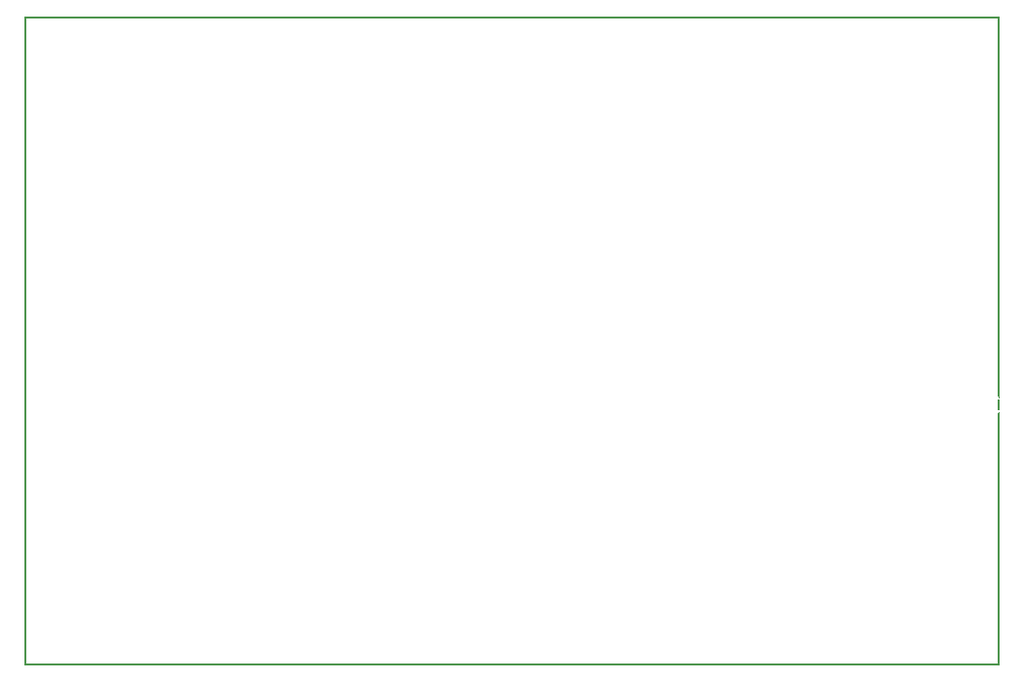
<source format=gbo>
G04 MADE WITH FRITZING*
G04 WWW.FRITZING.ORG*
G04 DOUBLE SIDED*
G04 HOLES PLATED*
G04 CONTOUR ON CENTER OF CONTOUR VECTOR*
%ASAXBY*%
%FSLAX23Y23*%
%MOIN*%
%OFA0B0*%
%SFA1.0B1.0*%
%ADD10R,0.001000X0.001000*%
%LNSILK0*%
G90*
G70*
G54D10*
X0Y2222D02*
X3332Y2222D01*
X0Y2221D02*
X3332Y2221D01*
X0Y2220D02*
X3332Y2220D01*
X0Y2219D02*
X3332Y2219D01*
X0Y2218D02*
X3332Y2218D01*
X0Y2217D02*
X3332Y2217D01*
X0Y2216D02*
X3332Y2216D01*
X0Y2215D02*
X3332Y2215D01*
X0Y2214D02*
X7Y2214D01*
X3325Y2214D02*
X3332Y2214D01*
X0Y2213D02*
X7Y2213D01*
X3325Y2213D02*
X3332Y2213D01*
X0Y2212D02*
X7Y2212D01*
X3325Y2212D02*
X3332Y2212D01*
X0Y2211D02*
X7Y2211D01*
X3325Y2211D02*
X3332Y2211D01*
X0Y2210D02*
X7Y2210D01*
X3325Y2210D02*
X3332Y2210D01*
X0Y2209D02*
X7Y2209D01*
X3325Y2209D02*
X3332Y2209D01*
X0Y2208D02*
X7Y2208D01*
X3325Y2208D02*
X3332Y2208D01*
X0Y2207D02*
X7Y2207D01*
X3325Y2207D02*
X3332Y2207D01*
X0Y2206D02*
X7Y2206D01*
X3325Y2206D02*
X3332Y2206D01*
X0Y2205D02*
X7Y2205D01*
X3325Y2205D02*
X3332Y2205D01*
X0Y2204D02*
X7Y2204D01*
X3325Y2204D02*
X3332Y2204D01*
X0Y2203D02*
X7Y2203D01*
X3325Y2203D02*
X3332Y2203D01*
X0Y2202D02*
X7Y2202D01*
X3325Y2202D02*
X3332Y2202D01*
X0Y2201D02*
X7Y2201D01*
X3325Y2201D02*
X3332Y2201D01*
X0Y2200D02*
X7Y2200D01*
X3325Y2200D02*
X3332Y2200D01*
X0Y2199D02*
X7Y2199D01*
X3325Y2199D02*
X3332Y2199D01*
X0Y2198D02*
X7Y2198D01*
X3325Y2198D02*
X3332Y2198D01*
X0Y2197D02*
X7Y2197D01*
X3325Y2197D02*
X3332Y2197D01*
X0Y2196D02*
X7Y2196D01*
X3325Y2196D02*
X3332Y2196D01*
X0Y2195D02*
X7Y2195D01*
X3325Y2195D02*
X3332Y2195D01*
X0Y2194D02*
X7Y2194D01*
X3325Y2194D02*
X3332Y2194D01*
X0Y2193D02*
X7Y2193D01*
X3325Y2193D02*
X3332Y2193D01*
X0Y2192D02*
X7Y2192D01*
X3325Y2192D02*
X3332Y2192D01*
X0Y2191D02*
X7Y2191D01*
X3325Y2191D02*
X3332Y2191D01*
X0Y2190D02*
X7Y2190D01*
X3325Y2190D02*
X3332Y2190D01*
X0Y2189D02*
X7Y2189D01*
X3325Y2189D02*
X3332Y2189D01*
X0Y2188D02*
X7Y2188D01*
X3325Y2188D02*
X3332Y2188D01*
X0Y2187D02*
X7Y2187D01*
X3325Y2187D02*
X3332Y2187D01*
X0Y2186D02*
X7Y2186D01*
X3325Y2186D02*
X3332Y2186D01*
X0Y2185D02*
X7Y2185D01*
X3325Y2185D02*
X3332Y2185D01*
X0Y2184D02*
X7Y2184D01*
X3325Y2184D02*
X3332Y2184D01*
X0Y2183D02*
X7Y2183D01*
X3325Y2183D02*
X3332Y2183D01*
X0Y2182D02*
X7Y2182D01*
X3325Y2182D02*
X3332Y2182D01*
X0Y2181D02*
X7Y2181D01*
X3325Y2181D02*
X3332Y2181D01*
X0Y2180D02*
X7Y2180D01*
X3325Y2180D02*
X3332Y2180D01*
X0Y2179D02*
X7Y2179D01*
X3325Y2179D02*
X3332Y2179D01*
X0Y2178D02*
X7Y2178D01*
X3325Y2178D02*
X3332Y2178D01*
X0Y2177D02*
X7Y2177D01*
X3325Y2177D02*
X3332Y2177D01*
X0Y2176D02*
X7Y2176D01*
X3325Y2176D02*
X3332Y2176D01*
X0Y2175D02*
X7Y2175D01*
X3325Y2175D02*
X3332Y2175D01*
X0Y2174D02*
X7Y2174D01*
X3325Y2174D02*
X3332Y2174D01*
X0Y2173D02*
X7Y2173D01*
X3325Y2173D02*
X3332Y2173D01*
X0Y2172D02*
X7Y2172D01*
X3325Y2172D02*
X3332Y2172D01*
X0Y2171D02*
X7Y2171D01*
X3325Y2171D02*
X3332Y2171D01*
X0Y2170D02*
X7Y2170D01*
X3325Y2170D02*
X3332Y2170D01*
X0Y2169D02*
X7Y2169D01*
X3325Y2169D02*
X3332Y2169D01*
X0Y2168D02*
X7Y2168D01*
X3325Y2168D02*
X3332Y2168D01*
X0Y2167D02*
X7Y2167D01*
X3325Y2167D02*
X3332Y2167D01*
X0Y2166D02*
X7Y2166D01*
X3325Y2166D02*
X3332Y2166D01*
X0Y2165D02*
X7Y2165D01*
X3325Y2165D02*
X3332Y2165D01*
X0Y2164D02*
X7Y2164D01*
X3325Y2164D02*
X3332Y2164D01*
X0Y2163D02*
X7Y2163D01*
X3325Y2163D02*
X3332Y2163D01*
X0Y2162D02*
X7Y2162D01*
X3325Y2162D02*
X3332Y2162D01*
X0Y2161D02*
X7Y2161D01*
X3325Y2161D02*
X3332Y2161D01*
X0Y2160D02*
X7Y2160D01*
X3325Y2160D02*
X3332Y2160D01*
X0Y2159D02*
X7Y2159D01*
X3325Y2159D02*
X3332Y2159D01*
X0Y2158D02*
X7Y2158D01*
X3325Y2158D02*
X3332Y2158D01*
X0Y2157D02*
X7Y2157D01*
X3325Y2157D02*
X3332Y2157D01*
X0Y2156D02*
X7Y2156D01*
X3325Y2156D02*
X3332Y2156D01*
X0Y2155D02*
X7Y2155D01*
X3325Y2155D02*
X3332Y2155D01*
X0Y2154D02*
X7Y2154D01*
X3325Y2154D02*
X3332Y2154D01*
X0Y2153D02*
X7Y2153D01*
X3325Y2153D02*
X3332Y2153D01*
X0Y2152D02*
X7Y2152D01*
X3325Y2152D02*
X3332Y2152D01*
X0Y2151D02*
X7Y2151D01*
X3325Y2151D02*
X3332Y2151D01*
X0Y2150D02*
X7Y2150D01*
X3325Y2150D02*
X3332Y2150D01*
X0Y2149D02*
X7Y2149D01*
X3325Y2149D02*
X3332Y2149D01*
X0Y2148D02*
X7Y2148D01*
X3325Y2148D02*
X3332Y2148D01*
X0Y2147D02*
X7Y2147D01*
X3325Y2147D02*
X3332Y2147D01*
X0Y2146D02*
X7Y2146D01*
X3325Y2146D02*
X3332Y2146D01*
X0Y2145D02*
X7Y2145D01*
X3325Y2145D02*
X3332Y2145D01*
X0Y2144D02*
X7Y2144D01*
X3325Y2144D02*
X3332Y2144D01*
X0Y2143D02*
X7Y2143D01*
X3325Y2143D02*
X3332Y2143D01*
X0Y2142D02*
X7Y2142D01*
X3325Y2142D02*
X3332Y2142D01*
X0Y2141D02*
X7Y2141D01*
X3325Y2141D02*
X3332Y2141D01*
X0Y2140D02*
X7Y2140D01*
X3325Y2140D02*
X3332Y2140D01*
X0Y2139D02*
X7Y2139D01*
X3325Y2139D02*
X3332Y2139D01*
X0Y2138D02*
X7Y2138D01*
X3325Y2138D02*
X3332Y2138D01*
X0Y2137D02*
X7Y2137D01*
X3325Y2137D02*
X3332Y2137D01*
X0Y2136D02*
X7Y2136D01*
X3325Y2136D02*
X3332Y2136D01*
X0Y2135D02*
X7Y2135D01*
X3325Y2135D02*
X3332Y2135D01*
X0Y2134D02*
X7Y2134D01*
X3325Y2134D02*
X3332Y2134D01*
X0Y2133D02*
X7Y2133D01*
X3325Y2133D02*
X3332Y2133D01*
X0Y2132D02*
X7Y2132D01*
X3325Y2132D02*
X3332Y2132D01*
X0Y2131D02*
X7Y2131D01*
X3325Y2131D02*
X3332Y2131D01*
X0Y2130D02*
X7Y2130D01*
X3325Y2130D02*
X3332Y2130D01*
X0Y2129D02*
X7Y2129D01*
X3325Y2129D02*
X3332Y2129D01*
X0Y2128D02*
X7Y2128D01*
X3325Y2128D02*
X3332Y2128D01*
X0Y2127D02*
X7Y2127D01*
X3325Y2127D02*
X3332Y2127D01*
X0Y2126D02*
X7Y2126D01*
X3325Y2126D02*
X3332Y2126D01*
X0Y2125D02*
X7Y2125D01*
X3325Y2125D02*
X3332Y2125D01*
X0Y2124D02*
X7Y2124D01*
X3325Y2124D02*
X3332Y2124D01*
X0Y2123D02*
X7Y2123D01*
X3325Y2123D02*
X3332Y2123D01*
X0Y2122D02*
X7Y2122D01*
X3325Y2122D02*
X3332Y2122D01*
X0Y2121D02*
X7Y2121D01*
X3325Y2121D02*
X3332Y2121D01*
X0Y2120D02*
X7Y2120D01*
X3325Y2120D02*
X3332Y2120D01*
X0Y2119D02*
X7Y2119D01*
X3325Y2119D02*
X3332Y2119D01*
X0Y2118D02*
X7Y2118D01*
X3325Y2118D02*
X3332Y2118D01*
X0Y2117D02*
X7Y2117D01*
X3325Y2117D02*
X3332Y2117D01*
X0Y2116D02*
X7Y2116D01*
X3325Y2116D02*
X3332Y2116D01*
X0Y2115D02*
X7Y2115D01*
X3325Y2115D02*
X3332Y2115D01*
X0Y2114D02*
X7Y2114D01*
X3325Y2114D02*
X3332Y2114D01*
X0Y2113D02*
X7Y2113D01*
X3325Y2113D02*
X3332Y2113D01*
X0Y2112D02*
X7Y2112D01*
X3325Y2112D02*
X3332Y2112D01*
X0Y2111D02*
X7Y2111D01*
X3325Y2111D02*
X3332Y2111D01*
X0Y2110D02*
X7Y2110D01*
X3325Y2110D02*
X3332Y2110D01*
X0Y2109D02*
X7Y2109D01*
X3325Y2109D02*
X3332Y2109D01*
X0Y2108D02*
X7Y2108D01*
X3325Y2108D02*
X3332Y2108D01*
X0Y2107D02*
X7Y2107D01*
X3325Y2107D02*
X3332Y2107D01*
X0Y2106D02*
X7Y2106D01*
X3325Y2106D02*
X3332Y2106D01*
X0Y2105D02*
X7Y2105D01*
X3325Y2105D02*
X3332Y2105D01*
X0Y2104D02*
X7Y2104D01*
X3325Y2104D02*
X3332Y2104D01*
X0Y2103D02*
X7Y2103D01*
X3325Y2103D02*
X3332Y2103D01*
X0Y2102D02*
X7Y2102D01*
X3325Y2102D02*
X3332Y2102D01*
X0Y2101D02*
X7Y2101D01*
X3325Y2101D02*
X3332Y2101D01*
X0Y2100D02*
X7Y2100D01*
X3325Y2100D02*
X3332Y2100D01*
X0Y2099D02*
X7Y2099D01*
X3325Y2099D02*
X3332Y2099D01*
X0Y2098D02*
X7Y2098D01*
X3325Y2098D02*
X3332Y2098D01*
X0Y2097D02*
X7Y2097D01*
X3325Y2097D02*
X3332Y2097D01*
X0Y2096D02*
X7Y2096D01*
X3325Y2096D02*
X3332Y2096D01*
X0Y2095D02*
X7Y2095D01*
X3325Y2095D02*
X3332Y2095D01*
X0Y2094D02*
X7Y2094D01*
X3325Y2094D02*
X3332Y2094D01*
X0Y2093D02*
X7Y2093D01*
X3325Y2093D02*
X3332Y2093D01*
X0Y2092D02*
X7Y2092D01*
X3325Y2092D02*
X3332Y2092D01*
X0Y2091D02*
X7Y2091D01*
X3325Y2091D02*
X3332Y2091D01*
X0Y2090D02*
X7Y2090D01*
X3325Y2090D02*
X3332Y2090D01*
X0Y2089D02*
X7Y2089D01*
X3325Y2089D02*
X3332Y2089D01*
X0Y2088D02*
X7Y2088D01*
X3325Y2088D02*
X3332Y2088D01*
X0Y2087D02*
X7Y2087D01*
X3325Y2087D02*
X3332Y2087D01*
X0Y2086D02*
X7Y2086D01*
X3325Y2086D02*
X3332Y2086D01*
X0Y2085D02*
X7Y2085D01*
X3325Y2085D02*
X3332Y2085D01*
X0Y2084D02*
X7Y2084D01*
X3325Y2084D02*
X3332Y2084D01*
X0Y2083D02*
X7Y2083D01*
X3325Y2083D02*
X3332Y2083D01*
X0Y2082D02*
X7Y2082D01*
X3325Y2082D02*
X3332Y2082D01*
X0Y2081D02*
X7Y2081D01*
X3325Y2081D02*
X3332Y2081D01*
X0Y2080D02*
X7Y2080D01*
X3325Y2080D02*
X3332Y2080D01*
X0Y2079D02*
X7Y2079D01*
X3325Y2079D02*
X3332Y2079D01*
X0Y2078D02*
X7Y2078D01*
X3325Y2078D02*
X3332Y2078D01*
X0Y2077D02*
X7Y2077D01*
X3325Y2077D02*
X3332Y2077D01*
X0Y2076D02*
X7Y2076D01*
X3325Y2076D02*
X3332Y2076D01*
X0Y2075D02*
X7Y2075D01*
X3325Y2075D02*
X3332Y2075D01*
X0Y2074D02*
X7Y2074D01*
X3325Y2074D02*
X3332Y2074D01*
X0Y2073D02*
X7Y2073D01*
X3325Y2073D02*
X3332Y2073D01*
X0Y2072D02*
X7Y2072D01*
X3325Y2072D02*
X3332Y2072D01*
X0Y2071D02*
X7Y2071D01*
X3325Y2071D02*
X3332Y2071D01*
X0Y2070D02*
X7Y2070D01*
X3325Y2070D02*
X3332Y2070D01*
X0Y2069D02*
X7Y2069D01*
X3325Y2069D02*
X3332Y2069D01*
X0Y2068D02*
X7Y2068D01*
X3325Y2068D02*
X3332Y2068D01*
X0Y2067D02*
X7Y2067D01*
X3325Y2067D02*
X3332Y2067D01*
X0Y2066D02*
X7Y2066D01*
X3325Y2066D02*
X3332Y2066D01*
X0Y2065D02*
X7Y2065D01*
X3325Y2065D02*
X3332Y2065D01*
X0Y2064D02*
X7Y2064D01*
X3325Y2064D02*
X3332Y2064D01*
X0Y2063D02*
X7Y2063D01*
X3325Y2063D02*
X3332Y2063D01*
X0Y2062D02*
X7Y2062D01*
X3325Y2062D02*
X3332Y2062D01*
X0Y2061D02*
X7Y2061D01*
X3325Y2061D02*
X3332Y2061D01*
X0Y2060D02*
X7Y2060D01*
X3325Y2060D02*
X3332Y2060D01*
X0Y2059D02*
X7Y2059D01*
X3325Y2059D02*
X3332Y2059D01*
X0Y2058D02*
X7Y2058D01*
X3325Y2058D02*
X3332Y2058D01*
X0Y2057D02*
X7Y2057D01*
X3325Y2057D02*
X3332Y2057D01*
X0Y2056D02*
X7Y2056D01*
X3325Y2056D02*
X3332Y2056D01*
X0Y2055D02*
X7Y2055D01*
X3325Y2055D02*
X3332Y2055D01*
X0Y2054D02*
X7Y2054D01*
X3325Y2054D02*
X3332Y2054D01*
X0Y2053D02*
X7Y2053D01*
X3325Y2053D02*
X3332Y2053D01*
X0Y2052D02*
X7Y2052D01*
X3325Y2052D02*
X3332Y2052D01*
X0Y2051D02*
X7Y2051D01*
X3325Y2051D02*
X3332Y2051D01*
X0Y2050D02*
X7Y2050D01*
X3325Y2050D02*
X3332Y2050D01*
X0Y2049D02*
X7Y2049D01*
X3325Y2049D02*
X3332Y2049D01*
X0Y2048D02*
X7Y2048D01*
X3325Y2048D02*
X3332Y2048D01*
X0Y2047D02*
X7Y2047D01*
X3325Y2047D02*
X3332Y2047D01*
X0Y2046D02*
X7Y2046D01*
X3325Y2046D02*
X3332Y2046D01*
X0Y2045D02*
X7Y2045D01*
X3325Y2045D02*
X3332Y2045D01*
X0Y2044D02*
X7Y2044D01*
X3325Y2044D02*
X3332Y2044D01*
X0Y2043D02*
X7Y2043D01*
X3325Y2043D02*
X3332Y2043D01*
X0Y2042D02*
X7Y2042D01*
X3325Y2042D02*
X3332Y2042D01*
X0Y2041D02*
X7Y2041D01*
X3325Y2041D02*
X3332Y2041D01*
X0Y2040D02*
X7Y2040D01*
X3325Y2040D02*
X3332Y2040D01*
X0Y2039D02*
X7Y2039D01*
X3325Y2039D02*
X3332Y2039D01*
X0Y2038D02*
X7Y2038D01*
X3325Y2038D02*
X3332Y2038D01*
X0Y2037D02*
X7Y2037D01*
X3325Y2037D02*
X3332Y2037D01*
X0Y2036D02*
X7Y2036D01*
X3325Y2036D02*
X3332Y2036D01*
X0Y2035D02*
X7Y2035D01*
X3325Y2035D02*
X3332Y2035D01*
X0Y2034D02*
X7Y2034D01*
X3325Y2034D02*
X3332Y2034D01*
X0Y2033D02*
X7Y2033D01*
X3325Y2033D02*
X3332Y2033D01*
X0Y2032D02*
X7Y2032D01*
X3325Y2032D02*
X3332Y2032D01*
X0Y2031D02*
X7Y2031D01*
X3325Y2031D02*
X3332Y2031D01*
X0Y2030D02*
X7Y2030D01*
X3325Y2030D02*
X3332Y2030D01*
X0Y2029D02*
X7Y2029D01*
X3325Y2029D02*
X3332Y2029D01*
X0Y2028D02*
X7Y2028D01*
X3325Y2028D02*
X3332Y2028D01*
X0Y2027D02*
X7Y2027D01*
X3325Y2027D02*
X3332Y2027D01*
X0Y2026D02*
X7Y2026D01*
X3325Y2026D02*
X3332Y2026D01*
X0Y2025D02*
X7Y2025D01*
X3325Y2025D02*
X3332Y2025D01*
X0Y2024D02*
X7Y2024D01*
X3325Y2024D02*
X3332Y2024D01*
X0Y2023D02*
X7Y2023D01*
X3325Y2023D02*
X3332Y2023D01*
X0Y2022D02*
X7Y2022D01*
X3325Y2022D02*
X3332Y2022D01*
X0Y2021D02*
X7Y2021D01*
X3325Y2021D02*
X3332Y2021D01*
X0Y2020D02*
X7Y2020D01*
X3325Y2020D02*
X3332Y2020D01*
X0Y2019D02*
X7Y2019D01*
X3325Y2019D02*
X3332Y2019D01*
X0Y2018D02*
X7Y2018D01*
X3325Y2018D02*
X3332Y2018D01*
X0Y2017D02*
X7Y2017D01*
X3325Y2017D02*
X3332Y2017D01*
X0Y2016D02*
X7Y2016D01*
X3325Y2016D02*
X3332Y2016D01*
X0Y2015D02*
X7Y2015D01*
X3325Y2015D02*
X3332Y2015D01*
X0Y2014D02*
X7Y2014D01*
X3325Y2014D02*
X3332Y2014D01*
X0Y2013D02*
X7Y2013D01*
X3325Y2013D02*
X3332Y2013D01*
X0Y2012D02*
X7Y2012D01*
X3325Y2012D02*
X3332Y2012D01*
X0Y2011D02*
X7Y2011D01*
X3325Y2011D02*
X3332Y2011D01*
X0Y2010D02*
X7Y2010D01*
X3325Y2010D02*
X3332Y2010D01*
X0Y2009D02*
X7Y2009D01*
X3325Y2009D02*
X3332Y2009D01*
X0Y2008D02*
X7Y2008D01*
X3325Y2008D02*
X3332Y2008D01*
X0Y2007D02*
X7Y2007D01*
X3325Y2007D02*
X3332Y2007D01*
X0Y2006D02*
X7Y2006D01*
X3325Y2006D02*
X3332Y2006D01*
X0Y2005D02*
X7Y2005D01*
X3325Y2005D02*
X3332Y2005D01*
X0Y2004D02*
X7Y2004D01*
X3325Y2004D02*
X3332Y2004D01*
X0Y2003D02*
X7Y2003D01*
X3325Y2003D02*
X3332Y2003D01*
X0Y2002D02*
X7Y2002D01*
X3325Y2002D02*
X3332Y2002D01*
X0Y2001D02*
X7Y2001D01*
X3325Y2001D02*
X3332Y2001D01*
X0Y2000D02*
X7Y2000D01*
X3325Y2000D02*
X3332Y2000D01*
X0Y1999D02*
X7Y1999D01*
X3325Y1999D02*
X3332Y1999D01*
X0Y1998D02*
X7Y1998D01*
X3325Y1998D02*
X3332Y1998D01*
X0Y1997D02*
X7Y1997D01*
X3325Y1997D02*
X3332Y1997D01*
X0Y1996D02*
X7Y1996D01*
X3325Y1996D02*
X3332Y1996D01*
X0Y1995D02*
X7Y1995D01*
X3325Y1995D02*
X3332Y1995D01*
X0Y1994D02*
X7Y1994D01*
X3325Y1994D02*
X3332Y1994D01*
X0Y1993D02*
X7Y1993D01*
X3325Y1993D02*
X3332Y1993D01*
X0Y1992D02*
X7Y1992D01*
X3325Y1992D02*
X3332Y1992D01*
X0Y1991D02*
X7Y1991D01*
X3325Y1991D02*
X3332Y1991D01*
X0Y1990D02*
X7Y1990D01*
X3325Y1990D02*
X3332Y1990D01*
X0Y1989D02*
X7Y1989D01*
X3325Y1989D02*
X3332Y1989D01*
X0Y1988D02*
X7Y1988D01*
X3325Y1988D02*
X3332Y1988D01*
X0Y1987D02*
X7Y1987D01*
X3325Y1987D02*
X3332Y1987D01*
X0Y1986D02*
X7Y1986D01*
X3325Y1986D02*
X3332Y1986D01*
X0Y1985D02*
X7Y1985D01*
X3325Y1985D02*
X3332Y1985D01*
X0Y1984D02*
X7Y1984D01*
X3325Y1984D02*
X3332Y1984D01*
X0Y1983D02*
X7Y1983D01*
X3325Y1983D02*
X3332Y1983D01*
X0Y1982D02*
X7Y1982D01*
X3325Y1982D02*
X3332Y1982D01*
X0Y1981D02*
X7Y1981D01*
X3325Y1981D02*
X3332Y1981D01*
X0Y1980D02*
X7Y1980D01*
X3325Y1980D02*
X3332Y1980D01*
X0Y1979D02*
X7Y1979D01*
X3325Y1979D02*
X3332Y1979D01*
X0Y1978D02*
X7Y1978D01*
X3325Y1978D02*
X3332Y1978D01*
X0Y1977D02*
X7Y1977D01*
X3325Y1977D02*
X3332Y1977D01*
X0Y1976D02*
X7Y1976D01*
X3325Y1976D02*
X3332Y1976D01*
X0Y1975D02*
X7Y1975D01*
X3325Y1975D02*
X3332Y1975D01*
X0Y1974D02*
X7Y1974D01*
X3325Y1974D02*
X3332Y1974D01*
X0Y1973D02*
X7Y1973D01*
X3325Y1973D02*
X3332Y1973D01*
X0Y1972D02*
X7Y1972D01*
X3325Y1972D02*
X3332Y1972D01*
X0Y1971D02*
X7Y1971D01*
X3325Y1971D02*
X3332Y1971D01*
X0Y1970D02*
X7Y1970D01*
X3325Y1970D02*
X3332Y1970D01*
X0Y1969D02*
X7Y1969D01*
X3325Y1969D02*
X3332Y1969D01*
X0Y1968D02*
X7Y1968D01*
X3325Y1968D02*
X3332Y1968D01*
X0Y1967D02*
X7Y1967D01*
X3325Y1967D02*
X3332Y1967D01*
X0Y1966D02*
X7Y1966D01*
X3325Y1966D02*
X3332Y1966D01*
X0Y1965D02*
X7Y1965D01*
X3325Y1965D02*
X3332Y1965D01*
X0Y1964D02*
X7Y1964D01*
X3325Y1964D02*
X3332Y1964D01*
X0Y1963D02*
X7Y1963D01*
X3325Y1963D02*
X3332Y1963D01*
X0Y1962D02*
X7Y1962D01*
X3325Y1962D02*
X3332Y1962D01*
X0Y1961D02*
X7Y1961D01*
X3325Y1961D02*
X3332Y1961D01*
X0Y1960D02*
X7Y1960D01*
X3325Y1960D02*
X3332Y1960D01*
X0Y1959D02*
X7Y1959D01*
X3325Y1959D02*
X3332Y1959D01*
X0Y1958D02*
X7Y1958D01*
X3325Y1958D02*
X3332Y1958D01*
X0Y1957D02*
X7Y1957D01*
X3325Y1957D02*
X3332Y1957D01*
X0Y1956D02*
X7Y1956D01*
X3325Y1956D02*
X3332Y1956D01*
X0Y1955D02*
X7Y1955D01*
X3325Y1955D02*
X3332Y1955D01*
X0Y1954D02*
X7Y1954D01*
X3325Y1954D02*
X3332Y1954D01*
X0Y1953D02*
X7Y1953D01*
X3325Y1953D02*
X3332Y1953D01*
X0Y1952D02*
X7Y1952D01*
X3325Y1952D02*
X3332Y1952D01*
X0Y1951D02*
X7Y1951D01*
X3325Y1951D02*
X3332Y1951D01*
X0Y1950D02*
X7Y1950D01*
X3325Y1950D02*
X3332Y1950D01*
X0Y1949D02*
X7Y1949D01*
X3325Y1949D02*
X3332Y1949D01*
X0Y1948D02*
X7Y1948D01*
X3325Y1948D02*
X3332Y1948D01*
X0Y1947D02*
X7Y1947D01*
X3325Y1947D02*
X3332Y1947D01*
X0Y1946D02*
X7Y1946D01*
X3325Y1946D02*
X3332Y1946D01*
X0Y1945D02*
X7Y1945D01*
X3325Y1945D02*
X3332Y1945D01*
X0Y1944D02*
X7Y1944D01*
X3325Y1944D02*
X3332Y1944D01*
X0Y1943D02*
X7Y1943D01*
X3325Y1943D02*
X3332Y1943D01*
X0Y1942D02*
X7Y1942D01*
X3325Y1942D02*
X3332Y1942D01*
X0Y1941D02*
X7Y1941D01*
X3325Y1941D02*
X3332Y1941D01*
X0Y1940D02*
X7Y1940D01*
X3325Y1940D02*
X3332Y1940D01*
X0Y1939D02*
X7Y1939D01*
X3325Y1939D02*
X3332Y1939D01*
X0Y1938D02*
X7Y1938D01*
X3325Y1938D02*
X3332Y1938D01*
X0Y1937D02*
X7Y1937D01*
X3325Y1937D02*
X3332Y1937D01*
X0Y1936D02*
X7Y1936D01*
X3325Y1936D02*
X3332Y1936D01*
X0Y1935D02*
X7Y1935D01*
X3325Y1935D02*
X3332Y1935D01*
X0Y1934D02*
X7Y1934D01*
X3325Y1934D02*
X3332Y1934D01*
X0Y1933D02*
X7Y1933D01*
X3325Y1933D02*
X3332Y1933D01*
X0Y1932D02*
X7Y1932D01*
X3325Y1932D02*
X3332Y1932D01*
X0Y1931D02*
X7Y1931D01*
X3325Y1931D02*
X3332Y1931D01*
X0Y1930D02*
X7Y1930D01*
X3325Y1930D02*
X3332Y1930D01*
X0Y1929D02*
X7Y1929D01*
X3325Y1929D02*
X3332Y1929D01*
X0Y1928D02*
X7Y1928D01*
X3325Y1928D02*
X3332Y1928D01*
X0Y1927D02*
X7Y1927D01*
X3325Y1927D02*
X3332Y1927D01*
X0Y1926D02*
X7Y1926D01*
X3325Y1926D02*
X3332Y1926D01*
X0Y1925D02*
X7Y1925D01*
X3325Y1925D02*
X3332Y1925D01*
X0Y1924D02*
X7Y1924D01*
X3325Y1924D02*
X3332Y1924D01*
X0Y1923D02*
X7Y1923D01*
X3325Y1923D02*
X3332Y1923D01*
X0Y1922D02*
X7Y1922D01*
X3325Y1922D02*
X3332Y1922D01*
X0Y1921D02*
X7Y1921D01*
X3325Y1921D02*
X3332Y1921D01*
X0Y1920D02*
X7Y1920D01*
X3325Y1920D02*
X3332Y1920D01*
X0Y1919D02*
X7Y1919D01*
X3325Y1919D02*
X3332Y1919D01*
X0Y1918D02*
X7Y1918D01*
X3325Y1918D02*
X3332Y1918D01*
X0Y1917D02*
X7Y1917D01*
X3325Y1917D02*
X3332Y1917D01*
X0Y1916D02*
X7Y1916D01*
X3325Y1916D02*
X3332Y1916D01*
X0Y1915D02*
X7Y1915D01*
X3325Y1915D02*
X3332Y1915D01*
X0Y1914D02*
X7Y1914D01*
X3325Y1914D02*
X3332Y1914D01*
X0Y1913D02*
X7Y1913D01*
X3325Y1913D02*
X3332Y1913D01*
X0Y1912D02*
X7Y1912D01*
X3325Y1912D02*
X3332Y1912D01*
X0Y1911D02*
X7Y1911D01*
X3325Y1911D02*
X3332Y1911D01*
X0Y1910D02*
X7Y1910D01*
X3325Y1910D02*
X3332Y1910D01*
X0Y1909D02*
X7Y1909D01*
X3325Y1909D02*
X3332Y1909D01*
X0Y1908D02*
X7Y1908D01*
X3325Y1908D02*
X3332Y1908D01*
X0Y1907D02*
X7Y1907D01*
X3325Y1907D02*
X3332Y1907D01*
X0Y1906D02*
X7Y1906D01*
X3325Y1906D02*
X3332Y1906D01*
X0Y1905D02*
X7Y1905D01*
X3325Y1905D02*
X3332Y1905D01*
X0Y1904D02*
X7Y1904D01*
X3325Y1904D02*
X3332Y1904D01*
X0Y1903D02*
X7Y1903D01*
X3325Y1903D02*
X3332Y1903D01*
X0Y1902D02*
X7Y1902D01*
X3325Y1902D02*
X3332Y1902D01*
X0Y1901D02*
X7Y1901D01*
X3325Y1901D02*
X3332Y1901D01*
X0Y1900D02*
X7Y1900D01*
X3325Y1900D02*
X3332Y1900D01*
X0Y1899D02*
X7Y1899D01*
X3325Y1899D02*
X3332Y1899D01*
X0Y1898D02*
X7Y1898D01*
X3325Y1898D02*
X3332Y1898D01*
X0Y1897D02*
X7Y1897D01*
X3325Y1897D02*
X3332Y1897D01*
X0Y1896D02*
X7Y1896D01*
X3325Y1896D02*
X3332Y1896D01*
X0Y1895D02*
X7Y1895D01*
X3325Y1895D02*
X3332Y1895D01*
X0Y1894D02*
X7Y1894D01*
X3325Y1894D02*
X3332Y1894D01*
X0Y1893D02*
X7Y1893D01*
X3325Y1893D02*
X3332Y1893D01*
X0Y1892D02*
X7Y1892D01*
X3325Y1892D02*
X3332Y1892D01*
X0Y1891D02*
X7Y1891D01*
X3325Y1891D02*
X3332Y1891D01*
X0Y1890D02*
X7Y1890D01*
X3325Y1890D02*
X3332Y1890D01*
X0Y1889D02*
X7Y1889D01*
X3325Y1889D02*
X3332Y1889D01*
X0Y1888D02*
X7Y1888D01*
X3325Y1888D02*
X3332Y1888D01*
X0Y1887D02*
X7Y1887D01*
X3325Y1887D02*
X3332Y1887D01*
X0Y1886D02*
X7Y1886D01*
X3325Y1886D02*
X3332Y1886D01*
X0Y1885D02*
X7Y1885D01*
X3325Y1885D02*
X3332Y1885D01*
X0Y1884D02*
X7Y1884D01*
X3325Y1884D02*
X3332Y1884D01*
X0Y1883D02*
X7Y1883D01*
X3325Y1883D02*
X3332Y1883D01*
X0Y1882D02*
X7Y1882D01*
X3325Y1882D02*
X3332Y1882D01*
X0Y1881D02*
X7Y1881D01*
X3325Y1881D02*
X3332Y1881D01*
X0Y1880D02*
X7Y1880D01*
X3325Y1880D02*
X3332Y1880D01*
X0Y1879D02*
X7Y1879D01*
X3325Y1879D02*
X3332Y1879D01*
X0Y1878D02*
X7Y1878D01*
X3325Y1878D02*
X3332Y1878D01*
X0Y1877D02*
X7Y1877D01*
X3325Y1877D02*
X3332Y1877D01*
X0Y1876D02*
X7Y1876D01*
X3325Y1876D02*
X3332Y1876D01*
X0Y1875D02*
X7Y1875D01*
X3325Y1875D02*
X3332Y1875D01*
X0Y1874D02*
X7Y1874D01*
X3325Y1874D02*
X3332Y1874D01*
X0Y1873D02*
X7Y1873D01*
X3325Y1873D02*
X3332Y1873D01*
X0Y1872D02*
X7Y1872D01*
X3325Y1872D02*
X3332Y1872D01*
X0Y1871D02*
X7Y1871D01*
X3325Y1871D02*
X3332Y1871D01*
X0Y1870D02*
X7Y1870D01*
X3325Y1870D02*
X3332Y1870D01*
X0Y1869D02*
X7Y1869D01*
X3325Y1869D02*
X3332Y1869D01*
X0Y1868D02*
X7Y1868D01*
X3325Y1868D02*
X3332Y1868D01*
X0Y1867D02*
X7Y1867D01*
X3325Y1867D02*
X3332Y1867D01*
X0Y1866D02*
X7Y1866D01*
X3325Y1866D02*
X3332Y1866D01*
X0Y1865D02*
X7Y1865D01*
X3325Y1865D02*
X3332Y1865D01*
X0Y1864D02*
X7Y1864D01*
X3325Y1864D02*
X3332Y1864D01*
X0Y1863D02*
X7Y1863D01*
X3325Y1863D02*
X3332Y1863D01*
X0Y1862D02*
X7Y1862D01*
X3325Y1862D02*
X3332Y1862D01*
X0Y1861D02*
X7Y1861D01*
X3325Y1861D02*
X3332Y1861D01*
X0Y1860D02*
X7Y1860D01*
X3325Y1860D02*
X3332Y1860D01*
X0Y1859D02*
X7Y1859D01*
X3325Y1859D02*
X3332Y1859D01*
X0Y1858D02*
X7Y1858D01*
X3325Y1858D02*
X3332Y1858D01*
X0Y1857D02*
X7Y1857D01*
X3325Y1857D02*
X3332Y1857D01*
X0Y1856D02*
X7Y1856D01*
X3325Y1856D02*
X3332Y1856D01*
X0Y1855D02*
X7Y1855D01*
X3325Y1855D02*
X3332Y1855D01*
X0Y1854D02*
X7Y1854D01*
X3325Y1854D02*
X3332Y1854D01*
X0Y1853D02*
X7Y1853D01*
X3325Y1853D02*
X3332Y1853D01*
X0Y1852D02*
X7Y1852D01*
X3325Y1852D02*
X3332Y1852D01*
X0Y1851D02*
X7Y1851D01*
X3325Y1851D02*
X3332Y1851D01*
X0Y1850D02*
X7Y1850D01*
X3325Y1850D02*
X3332Y1850D01*
X0Y1849D02*
X7Y1849D01*
X3325Y1849D02*
X3332Y1849D01*
X0Y1848D02*
X7Y1848D01*
X3325Y1848D02*
X3332Y1848D01*
X0Y1847D02*
X7Y1847D01*
X3325Y1847D02*
X3332Y1847D01*
X0Y1846D02*
X7Y1846D01*
X3325Y1846D02*
X3332Y1846D01*
X0Y1845D02*
X7Y1845D01*
X3325Y1845D02*
X3332Y1845D01*
X0Y1844D02*
X7Y1844D01*
X3325Y1844D02*
X3332Y1844D01*
X0Y1843D02*
X7Y1843D01*
X3325Y1843D02*
X3332Y1843D01*
X0Y1842D02*
X7Y1842D01*
X3325Y1842D02*
X3332Y1842D01*
X0Y1841D02*
X7Y1841D01*
X3325Y1841D02*
X3332Y1841D01*
X0Y1840D02*
X7Y1840D01*
X3325Y1840D02*
X3332Y1840D01*
X0Y1839D02*
X7Y1839D01*
X3325Y1839D02*
X3332Y1839D01*
X0Y1838D02*
X7Y1838D01*
X3325Y1838D02*
X3332Y1838D01*
X0Y1837D02*
X7Y1837D01*
X3325Y1837D02*
X3332Y1837D01*
X0Y1836D02*
X7Y1836D01*
X3325Y1836D02*
X3332Y1836D01*
X0Y1835D02*
X7Y1835D01*
X3325Y1835D02*
X3332Y1835D01*
X0Y1834D02*
X7Y1834D01*
X3325Y1834D02*
X3332Y1834D01*
X0Y1833D02*
X7Y1833D01*
X3325Y1833D02*
X3332Y1833D01*
X0Y1832D02*
X7Y1832D01*
X3325Y1832D02*
X3332Y1832D01*
X0Y1831D02*
X7Y1831D01*
X3325Y1831D02*
X3332Y1831D01*
X0Y1830D02*
X7Y1830D01*
X3325Y1830D02*
X3332Y1830D01*
X0Y1829D02*
X7Y1829D01*
X3325Y1829D02*
X3332Y1829D01*
X0Y1828D02*
X7Y1828D01*
X3325Y1828D02*
X3332Y1828D01*
X0Y1827D02*
X7Y1827D01*
X3325Y1827D02*
X3332Y1827D01*
X0Y1826D02*
X7Y1826D01*
X3325Y1826D02*
X3332Y1826D01*
X0Y1825D02*
X7Y1825D01*
X3325Y1825D02*
X3332Y1825D01*
X0Y1824D02*
X7Y1824D01*
X3325Y1824D02*
X3332Y1824D01*
X0Y1823D02*
X7Y1823D01*
X3325Y1823D02*
X3332Y1823D01*
X0Y1822D02*
X7Y1822D01*
X3325Y1822D02*
X3332Y1822D01*
X0Y1821D02*
X7Y1821D01*
X3325Y1821D02*
X3332Y1821D01*
X0Y1820D02*
X7Y1820D01*
X3325Y1820D02*
X3332Y1820D01*
X0Y1819D02*
X7Y1819D01*
X3325Y1819D02*
X3332Y1819D01*
X0Y1818D02*
X7Y1818D01*
X3325Y1818D02*
X3332Y1818D01*
X0Y1817D02*
X7Y1817D01*
X3325Y1817D02*
X3332Y1817D01*
X0Y1816D02*
X7Y1816D01*
X3325Y1816D02*
X3332Y1816D01*
X0Y1815D02*
X7Y1815D01*
X3325Y1815D02*
X3332Y1815D01*
X0Y1814D02*
X7Y1814D01*
X3325Y1814D02*
X3332Y1814D01*
X0Y1813D02*
X7Y1813D01*
X3325Y1813D02*
X3332Y1813D01*
X0Y1812D02*
X7Y1812D01*
X3325Y1812D02*
X3332Y1812D01*
X0Y1811D02*
X7Y1811D01*
X3325Y1811D02*
X3332Y1811D01*
X0Y1810D02*
X7Y1810D01*
X3325Y1810D02*
X3332Y1810D01*
X0Y1809D02*
X7Y1809D01*
X3325Y1809D02*
X3332Y1809D01*
X0Y1808D02*
X7Y1808D01*
X3325Y1808D02*
X3332Y1808D01*
X0Y1807D02*
X7Y1807D01*
X3325Y1807D02*
X3332Y1807D01*
X0Y1806D02*
X7Y1806D01*
X3325Y1806D02*
X3332Y1806D01*
X0Y1805D02*
X7Y1805D01*
X3325Y1805D02*
X3332Y1805D01*
X0Y1804D02*
X7Y1804D01*
X3325Y1804D02*
X3332Y1804D01*
X0Y1803D02*
X7Y1803D01*
X3325Y1803D02*
X3332Y1803D01*
X0Y1802D02*
X7Y1802D01*
X3325Y1802D02*
X3332Y1802D01*
X0Y1801D02*
X7Y1801D01*
X3325Y1801D02*
X3332Y1801D01*
X0Y1800D02*
X7Y1800D01*
X3325Y1800D02*
X3332Y1800D01*
X0Y1799D02*
X7Y1799D01*
X3325Y1799D02*
X3332Y1799D01*
X0Y1798D02*
X7Y1798D01*
X3325Y1798D02*
X3332Y1798D01*
X0Y1797D02*
X7Y1797D01*
X3325Y1797D02*
X3332Y1797D01*
X0Y1796D02*
X7Y1796D01*
X3325Y1796D02*
X3332Y1796D01*
X0Y1795D02*
X7Y1795D01*
X3325Y1795D02*
X3332Y1795D01*
X0Y1794D02*
X7Y1794D01*
X3325Y1794D02*
X3332Y1794D01*
X0Y1793D02*
X7Y1793D01*
X3325Y1793D02*
X3332Y1793D01*
X0Y1792D02*
X7Y1792D01*
X3325Y1792D02*
X3332Y1792D01*
X0Y1791D02*
X7Y1791D01*
X3325Y1791D02*
X3332Y1791D01*
X0Y1790D02*
X7Y1790D01*
X3325Y1790D02*
X3332Y1790D01*
X0Y1789D02*
X7Y1789D01*
X3325Y1789D02*
X3332Y1789D01*
X0Y1788D02*
X7Y1788D01*
X3325Y1788D02*
X3332Y1788D01*
X0Y1787D02*
X7Y1787D01*
X3325Y1787D02*
X3332Y1787D01*
X0Y1786D02*
X7Y1786D01*
X3325Y1786D02*
X3332Y1786D01*
X0Y1785D02*
X7Y1785D01*
X3325Y1785D02*
X3332Y1785D01*
X0Y1784D02*
X7Y1784D01*
X3325Y1784D02*
X3332Y1784D01*
X0Y1783D02*
X7Y1783D01*
X3325Y1783D02*
X3332Y1783D01*
X0Y1782D02*
X7Y1782D01*
X3325Y1782D02*
X3332Y1782D01*
X0Y1781D02*
X7Y1781D01*
X3325Y1781D02*
X3332Y1781D01*
X0Y1780D02*
X7Y1780D01*
X3325Y1780D02*
X3332Y1780D01*
X0Y1779D02*
X7Y1779D01*
X3325Y1779D02*
X3332Y1779D01*
X0Y1778D02*
X7Y1778D01*
X3325Y1778D02*
X3332Y1778D01*
X0Y1777D02*
X7Y1777D01*
X3325Y1777D02*
X3332Y1777D01*
X0Y1776D02*
X7Y1776D01*
X3325Y1776D02*
X3332Y1776D01*
X0Y1775D02*
X7Y1775D01*
X3325Y1775D02*
X3332Y1775D01*
X0Y1774D02*
X7Y1774D01*
X3325Y1774D02*
X3332Y1774D01*
X0Y1773D02*
X7Y1773D01*
X3325Y1773D02*
X3332Y1773D01*
X0Y1772D02*
X7Y1772D01*
X3325Y1772D02*
X3332Y1772D01*
X0Y1771D02*
X7Y1771D01*
X3325Y1771D02*
X3332Y1771D01*
X0Y1770D02*
X7Y1770D01*
X3325Y1770D02*
X3332Y1770D01*
X0Y1769D02*
X7Y1769D01*
X3325Y1769D02*
X3332Y1769D01*
X0Y1768D02*
X7Y1768D01*
X3325Y1768D02*
X3332Y1768D01*
X0Y1767D02*
X7Y1767D01*
X3325Y1767D02*
X3332Y1767D01*
X0Y1766D02*
X7Y1766D01*
X3325Y1766D02*
X3332Y1766D01*
X0Y1765D02*
X7Y1765D01*
X3325Y1765D02*
X3332Y1765D01*
X0Y1764D02*
X7Y1764D01*
X3325Y1764D02*
X3332Y1764D01*
X0Y1763D02*
X7Y1763D01*
X3325Y1763D02*
X3332Y1763D01*
X0Y1762D02*
X7Y1762D01*
X3325Y1762D02*
X3332Y1762D01*
X0Y1761D02*
X7Y1761D01*
X3325Y1761D02*
X3332Y1761D01*
X0Y1760D02*
X7Y1760D01*
X3325Y1760D02*
X3332Y1760D01*
X0Y1759D02*
X7Y1759D01*
X3325Y1759D02*
X3332Y1759D01*
X0Y1758D02*
X7Y1758D01*
X3325Y1758D02*
X3332Y1758D01*
X0Y1757D02*
X7Y1757D01*
X3325Y1757D02*
X3332Y1757D01*
X0Y1756D02*
X7Y1756D01*
X3325Y1756D02*
X3332Y1756D01*
X0Y1755D02*
X7Y1755D01*
X3325Y1755D02*
X3332Y1755D01*
X0Y1754D02*
X7Y1754D01*
X3325Y1754D02*
X3332Y1754D01*
X0Y1753D02*
X7Y1753D01*
X3325Y1753D02*
X3332Y1753D01*
X0Y1752D02*
X7Y1752D01*
X3325Y1752D02*
X3332Y1752D01*
X0Y1751D02*
X7Y1751D01*
X3325Y1751D02*
X3332Y1751D01*
X0Y1750D02*
X7Y1750D01*
X3325Y1750D02*
X3332Y1750D01*
X0Y1749D02*
X7Y1749D01*
X3325Y1749D02*
X3332Y1749D01*
X0Y1748D02*
X7Y1748D01*
X3325Y1748D02*
X3332Y1748D01*
X0Y1747D02*
X7Y1747D01*
X3325Y1747D02*
X3332Y1747D01*
X0Y1746D02*
X7Y1746D01*
X3325Y1746D02*
X3332Y1746D01*
X0Y1745D02*
X7Y1745D01*
X3325Y1745D02*
X3332Y1745D01*
X0Y1744D02*
X7Y1744D01*
X3325Y1744D02*
X3332Y1744D01*
X0Y1743D02*
X7Y1743D01*
X3325Y1743D02*
X3332Y1743D01*
X0Y1742D02*
X7Y1742D01*
X3325Y1742D02*
X3332Y1742D01*
X0Y1741D02*
X7Y1741D01*
X3325Y1741D02*
X3332Y1741D01*
X0Y1740D02*
X7Y1740D01*
X3325Y1740D02*
X3332Y1740D01*
X0Y1739D02*
X7Y1739D01*
X3325Y1739D02*
X3332Y1739D01*
X0Y1738D02*
X7Y1738D01*
X3325Y1738D02*
X3332Y1738D01*
X0Y1737D02*
X7Y1737D01*
X3325Y1737D02*
X3332Y1737D01*
X0Y1736D02*
X7Y1736D01*
X3325Y1736D02*
X3332Y1736D01*
X0Y1735D02*
X7Y1735D01*
X3325Y1735D02*
X3332Y1735D01*
X0Y1734D02*
X7Y1734D01*
X3325Y1734D02*
X3332Y1734D01*
X0Y1733D02*
X7Y1733D01*
X3325Y1733D02*
X3332Y1733D01*
X0Y1732D02*
X7Y1732D01*
X3325Y1732D02*
X3332Y1732D01*
X0Y1731D02*
X7Y1731D01*
X3325Y1731D02*
X3332Y1731D01*
X0Y1730D02*
X7Y1730D01*
X3325Y1730D02*
X3332Y1730D01*
X0Y1729D02*
X7Y1729D01*
X3325Y1729D02*
X3332Y1729D01*
X0Y1728D02*
X7Y1728D01*
X3325Y1728D02*
X3332Y1728D01*
X0Y1727D02*
X7Y1727D01*
X3325Y1727D02*
X3332Y1727D01*
X0Y1726D02*
X7Y1726D01*
X3325Y1726D02*
X3332Y1726D01*
X0Y1725D02*
X7Y1725D01*
X3325Y1725D02*
X3332Y1725D01*
X0Y1724D02*
X7Y1724D01*
X3325Y1724D02*
X3332Y1724D01*
X0Y1723D02*
X7Y1723D01*
X3325Y1723D02*
X3332Y1723D01*
X0Y1722D02*
X7Y1722D01*
X3325Y1722D02*
X3332Y1722D01*
X0Y1721D02*
X7Y1721D01*
X3325Y1721D02*
X3332Y1721D01*
X0Y1720D02*
X7Y1720D01*
X3325Y1720D02*
X3332Y1720D01*
X0Y1719D02*
X7Y1719D01*
X3325Y1719D02*
X3332Y1719D01*
X0Y1718D02*
X7Y1718D01*
X3325Y1718D02*
X3332Y1718D01*
X0Y1717D02*
X7Y1717D01*
X3325Y1717D02*
X3332Y1717D01*
X0Y1716D02*
X7Y1716D01*
X3325Y1716D02*
X3332Y1716D01*
X0Y1715D02*
X7Y1715D01*
X3325Y1715D02*
X3332Y1715D01*
X0Y1714D02*
X7Y1714D01*
X3325Y1714D02*
X3332Y1714D01*
X0Y1713D02*
X7Y1713D01*
X3325Y1713D02*
X3332Y1713D01*
X0Y1712D02*
X7Y1712D01*
X3325Y1712D02*
X3332Y1712D01*
X0Y1711D02*
X7Y1711D01*
X3325Y1711D02*
X3332Y1711D01*
X0Y1710D02*
X7Y1710D01*
X3325Y1710D02*
X3332Y1710D01*
X0Y1709D02*
X7Y1709D01*
X3325Y1709D02*
X3332Y1709D01*
X0Y1708D02*
X7Y1708D01*
X3325Y1708D02*
X3332Y1708D01*
X0Y1707D02*
X7Y1707D01*
X3325Y1707D02*
X3332Y1707D01*
X0Y1706D02*
X7Y1706D01*
X3325Y1706D02*
X3332Y1706D01*
X0Y1705D02*
X7Y1705D01*
X3325Y1705D02*
X3332Y1705D01*
X0Y1704D02*
X7Y1704D01*
X3325Y1704D02*
X3332Y1704D01*
X0Y1703D02*
X7Y1703D01*
X3325Y1703D02*
X3332Y1703D01*
X0Y1702D02*
X7Y1702D01*
X3325Y1702D02*
X3332Y1702D01*
X0Y1701D02*
X7Y1701D01*
X3325Y1701D02*
X3332Y1701D01*
X0Y1700D02*
X7Y1700D01*
X3325Y1700D02*
X3332Y1700D01*
X0Y1699D02*
X7Y1699D01*
X3325Y1699D02*
X3332Y1699D01*
X0Y1698D02*
X7Y1698D01*
X3325Y1698D02*
X3332Y1698D01*
X0Y1697D02*
X7Y1697D01*
X3325Y1697D02*
X3332Y1697D01*
X0Y1696D02*
X7Y1696D01*
X3325Y1696D02*
X3332Y1696D01*
X0Y1695D02*
X7Y1695D01*
X3325Y1695D02*
X3332Y1695D01*
X0Y1694D02*
X7Y1694D01*
X3325Y1694D02*
X3332Y1694D01*
X0Y1693D02*
X7Y1693D01*
X3325Y1693D02*
X3332Y1693D01*
X0Y1692D02*
X7Y1692D01*
X3325Y1692D02*
X3332Y1692D01*
X0Y1691D02*
X7Y1691D01*
X3325Y1691D02*
X3332Y1691D01*
X0Y1690D02*
X7Y1690D01*
X3325Y1690D02*
X3332Y1690D01*
X0Y1689D02*
X7Y1689D01*
X3325Y1689D02*
X3332Y1689D01*
X0Y1688D02*
X7Y1688D01*
X3325Y1688D02*
X3332Y1688D01*
X0Y1687D02*
X7Y1687D01*
X3325Y1687D02*
X3332Y1687D01*
X0Y1686D02*
X7Y1686D01*
X3325Y1686D02*
X3332Y1686D01*
X0Y1685D02*
X7Y1685D01*
X3325Y1685D02*
X3332Y1685D01*
X0Y1684D02*
X7Y1684D01*
X3325Y1684D02*
X3332Y1684D01*
X0Y1683D02*
X7Y1683D01*
X3325Y1683D02*
X3332Y1683D01*
X0Y1682D02*
X7Y1682D01*
X3325Y1682D02*
X3332Y1682D01*
X0Y1681D02*
X7Y1681D01*
X3325Y1681D02*
X3332Y1681D01*
X0Y1680D02*
X7Y1680D01*
X3325Y1680D02*
X3332Y1680D01*
X0Y1679D02*
X7Y1679D01*
X3325Y1679D02*
X3332Y1679D01*
X0Y1678D02*
X7Y1678D01*
X3325Y1678D02*
X3332Y1678D01*
X0Y1677D02*
X7Y1677D01*
X3325Y1677D02*
X3332Y1677D01*
X0Y1676D02*
X7Y1676D01*
X3325Y1676D02*
X3332Y1676D01*
X0Y1675D02*
X7Y1675D01*
X3325Y1675D02*
X3332Y1675D01*
X0Y1674D02*
X7Y1674D01*
X3325Y1674D02*
X3332Y1674D01*
X0Y1673D02*
X7Y1673D01*
X3325Y1673D02*
X3332Y1673D01*
X0Y1672D02*
X7Y1672D01*
X3325Y1672D02*
X3332Y1672D01*
X0Y1671D02*
X7Y1671D01*
X3325Y1671D02*
X3332Y1671D01*
X0Y1670D02*
X7Y1670D01*
X3325Y1670D02*
X3332Y1670D01*
X0Y1669D02*
X7Y1669D01*
X3325Y1669D02*
X3332Y1669D01*
X0Y1668D02*
X7Y1668D01*
X3325Y1668D02*
X3332Y1668D01*
X0Y1667D02*
X7Y1667D01*
X3325Y1667D02*
X3332Y1667D01*
X0Y1666D02*
X7Y1666D01*
X3325Y1666D02*
X3332Y1666D01*
X0Y1665D02*
X7Y1665D01*
X3325Y1665D02*
X3332Y1665D01*
X0Y1664D02*
X7Y1664D01*
X3325Y1664D02*
X3332Y1664D01*
X0Y1663D02*
X7Y1663D01*
X3325Y1663D02*
X3332Y1663D01*
X0Y1662D02*
X7Y1662D01*
X3325Y1662D02*
X3332Y1662D01*
X0Y1661D02*
X7Y1661D01*
X3325Y1661D02*
X3332Y1661D01*
X0Y1660D02*
X7Y1660D01*
X3325Y1660D02*
X3332Y1660D01*
X0Y1659D02*
X7Y1659D01*
X3325Y1659D02*
X3332Y1659D01*
X0Y1658D02*
X7Y1658D01*
X3325Y1658D02*
X3332Y1658D01*
X0Y1657D02*
X7Y1657D01*
X3325Y1657D02*
X3332Y1657D01*
X0Y1656D02*
X7Y1656D01*
X3325Y1656D02*
X3332Y1656D01*
X0Y1655D02*
X7Y1655D01*
X3325Y1655D02*
X3332Y1655D01*
X0Y1654D02*
X7Y1654D01*
X3325Y1654D02*
X3332Y1654D01*
X0Y1653D02*
X7Y1653D01*
X3325Y1653D02*
X3332Y1653D01*
X0Y1652D02*
X7Y1652D01*
X3325Y1652D02*
X3332Y1652D01*
X0Y1651D02*
X7Y1651D01*
X3325Y1651D02*
X3332Y1651D01*
X0Y1650D02*
X7Y1650D01*
X3325Y1650D02*
X3332Y1650D01*
X0Y1649D02*
X7Y1649D01*
X3325Y1649D02*
X3332Y1649D01*
X0Y1648D02*
X7Y1648D01*
X3325Y1648D02*
X3332Y1648D01*
X0Y1647D02*
X7Y1647D01*
X3325Y1647D02*
X3332Y1647D01*
X0Y1646D02*
X7Y1646D01*
X3325Y1646D02*
X3332Y1646D01*
X0Y1645D02*
X7Y1645D01*
X3325Y1645D02*
X3332Y1645D01*
X0Y1644D02*
X7Y1644D01*
X3325Y1644D02*
X3332Y1644D01*
X0Y1643D02*
X7Y1643D01*
X3325Y1643D02*
X3332Y1643D01*
X0Y1642D02*
X7Y1642D01*
X3325Y1642D02*
X3332Y1642D01*
X0Y1641D02*
X7Y1641D01*
X3325Y1641D02*
X3332Y1641D01*
X0Y1640D02*
X7Y1640D01*
X3325Y1640D02*
X3332Y1640D01*
X0Y1639D02*
X7Y1639D01*
X3325Y1639D02*
X3332Y1639D01*
X0Y1638D02*
X7Y1638D01*
X3325Y1638D02*
X3332Y1638D01*
X0Y1637D02*
X7Y1637D01*
X3325Y1637D02*
X3332Y1637D01*
X0Y1636D02*
X7Y1636D01*
X3325Y1636D02*
X3332Y1636D01*
X0Y1635D02*
X7Y1635D01*
X3325Y1635D02*
X3332Y1635D01*
X0Y1634D02*
X7Y1634D01*
X3325Y1634D02*
X3332Y1634D01*
X0Y1633D02*
X7Y1633D01*
X3325Y1633D02*
X3332Y1633D01*
X0Y1632D02*
X7Y1632D01*
X3325Y1632D02*
X3332Y1632D01*
X0Y1631D02*
X7Y1631D01*
X3325Y1631D02*
X3332Y1631D01*
X0Y1630D02*
X7Y1630D01*
X3325Y1630D02*
X3332Y1630D01*
X0Y1629D02*
X7Y1629D01*
X3325Y1629D02*
X3332Y1629D01*
X0Y1628D02*
X7Y1628D01*
X3325Y1628D02*
X3332Y1628D01*
X0Y1627D02*
X7Y1627D01*
X3325Y1627D02*
X3332Y1627D01*
X0Y1626D02*
X7Y1626D01*
X3325Y1626D02*
X3332Y1626D01*
X0Y1625D02*
X7Y1625D01*
X3325Y1625D02*
X3332Y1625D01*
X0Y1624D02*
X7Y1624D01*
X3325Y1624D02*
X3332Y1624D01*
X0Y1623D02*
X7Y1623D01*
X3325Y1623D02*
X3332Y1623D01*
X0Y1622D02*
X7Y1622D01*
X3325Y1622D02*
X3332Y1622D01*
X0Y1621D02*
X7Y1621D01*
X3325Y1621D02*
X3332Y1621D01*
X0Y1620D02*
X7Y1620D01*
X3325Y1620D02*
X3332Y1620D01*
X0Y1619D02*
X7Y1619D01*
X3325Y1619D02*
X3332Y1619D01*
X0Y1618D02*
X7Y1618D01*
X3325Y1618D02*
X3332Y1618D01*
X0Y1617D02*
X7Y1617D01*
X3325Y1617D02*
X3332Y1617D01*
X0Y1616D02*
X7Y1616D01*
X3325Y1616D02*
X3332Y1616D01*
X0Y1615D02*
X7Y1615D01*
X3325Y1615D02*
X3332Y1615D01*
X0Y1614D02*
X7Y1614D01*
X3325Y1614D02*
X3332Y1614D01*
X0Y1613D02*
X7Y1613D01*
X3325Y1613D02*
X3332Y1613D01*
X0Y1612D02*
X7Y1612D01*
X3325Y1612D02*
X3332Y1612D01*
X0Y1611D02*
X7Y1611D01*
X3325Y1611D02*
X3332Y1611D01*
X0Y1610D02*
X7Y1610D01*
X3325Y1610D02*
X3332Y1610D01*
X0Y1609D02*
X7Y1609D01*
X3325Y1609D02*
X3332Y1609D01*
X0Y1608D02*
X7Y1608D01*
X3325Y1608D02*
X3332Y1608D01*
X0Y1607D02*
X7Y1607D01*
X3325Y1607D02*
X3332Y1607D01*
X0Y1606D02*
X7Y1606D01*
X3325Y1606D02*
X3332Y1606D01*
X0Y1605D02*
X7Y1605D01*
X3325Y1605D02*
X3332Y1605D01*
X0Y1604D02*
X7Y1604D01*
X3325Y1604D02*
X3332Y1604D01*
X0Y1603D02*
X7Y1603D01*
X3325Y1603D02*
X3332Y1603D01*
X0Y1602D02*
X7Y1602D01*
X3325Y1602D02*
X3332Y1602D01*
X0Y1601D02*
X7Y1601D01*
X3325Y1601D02*
X3332Y1601D01*
X0Y1600D02*
X7Y1600D01*
X3325Y1600D02*
X3332Y1600D01*
X0Y1599D02*
X7Y1599D01*
X3325Y1599D02*
X3332Y1599D01*
X0Y1598D02*
X7Y1598D01*
X3325Y1598D02*
X3332Y1598D01*
X0Y1597D02*
X7Y1597D01*
X3325Y1597D02*
X3332Y1597D01*
X0Y1596D02*
X7Y1596D01*
X3325Y1596D02*
X3332Y1596D01*
X0Y1595D02*
X7Y1595D01*
X3325Y1595D02*
X3332Y1595D01*
X0Y1594D02*
X7Y1594D01*
X3325Y1594D02*
X3332Y1594D01*
X0Y1593D02*
X7Y1593D01*
X3325Y1593D02*
X3332Y1593D01*
X0Y1592D02*
X7Y1592D01*
X3325Y1592D02*
X3332Y1592D01*
X0Y1591D02*
X7Y1591D01*
X3325Y1591D02*
X3332Y1591D01*
X0Y1590D02*
X7Y1590D01*
X3325Y1590D02*
X3332Y1590D01*
X0Y1589D02*
X7Y1589D01*
X3325Y1589D02*
X3332Y1589D01*
X0Y1588D02*
X7Y1588D01*
X3325Y1588D02*
X3332Y1588D01*
X0Y1587D02*
X7Y1587D01*
X3325Y1587D02*
X3332Y1587D01*
X0Y1586D02*
X7Y1586D01*
X3325Y1586D02*
X3332Y1586D01*
X0Y1585D02*
X7Y1585D01*
X3325Y1585D02*
X3332Y1585D01*
X0Y1584D02*
X7Y1584D01*
X3325Y1584D02*
X3332Y1584D01*
X0Y1583D02*
X7Y1583D01*
X3325Y1583D02*
X3332Y1583D01*
X0Y1582D02*
X7Y1582D01*
X3325Y1582D02*
X3332Y1582D01*
X0Y1581D02*
X7Y1581D01*
X3325Y1581D02*
X3332Y1581D01*
X0Y1580D02*
X7Y1580D01*
X3325Y1580D02*
X3332Y1580D01*
X0Y1579D02*
X7Y1579D01*
X3325Y1579D02*
X3332Y1579D01*
X0Y1578D02*
X7Y1578D01*
X3325Y1578D02*
X3332Y1578D01*
X0Y1577D02*
X7Y1577D01*
X3325Y1577D02*
X3332Y1577D01*
X0Y1576D02*
X7Y1576D01*
X3325Y1576D02*
X3332Y1576D01*
X0Y1575D02*
X7Y1575D01*
X3325Y1575D02*
X3332Y1575D01*
X0Y1574D02*
X7Y1574D01*
X3325Y1574D02*
X3332Y1574D01*
X0Y1573D02*
X7Y1573D01*
X3325Y1573D02*
X3332Y1573D01*
X0Y1572D02*
X7Y1572D01*
X3325Y1572D02*
X3332Y1572D01*
X0Y1571D02*
X7Y1571D01*
X3325Y1571D02*
X3332Y1571D01*
X0Y1570D02*
X7Y1570D01*
X3325Y1570D02*
X3332Y1570D01*
X0Y1569D02*
X7Y1569D01*
X3325Y1569D02*
X3332Y1569D01*
X0Y1568D02*
X7Y1568D01*
X3325Y1568D02*
X3332Y1568D01*
X0Y1567D02*
X7Y1567D01*
X3325Y1567D02*
X3332Y1567D01*
X0Y1566D02*
X7Y1566D01*
X3325Y1566D02*
X3332Y1566D01*
X0Y1565D02*
X7Y1565D01*
X3325Y1565D02*
X3332Y1565D01*
X0Y1564D02*
X7Y1564D01*
X3325Y1564D02*
X3332Y1564D01*
X0Y1563D02*
X7Y1563D01*
X3325Y1563D02*
X3332Y1563D01*
X0Y1562D02*
X7Y1562D01*
X3325Y1562D02*
X3332Y1562D01*
X0Y1561D02*
X7Y1561D01*
X3325Y1561D02*
X3332Y1561D01*
X0Y1560D02*
X7Y1560D01*
X3325Y1560D02*
X3332Y1560D01*
X0Y1559D02*
X7Y1559D01*
X3325Y1559D02*
X3332Y1559D01*
X0Y1558D02*
X7Y1558D01*
X3325Y1558D02*
X3332Y1558D01*
X0Y1557D02*
X7Y1557D01*
X3325Y1557D02*
X3332Y1557D01*
X0Y1556D02*
X7Y1556D01*
X3325Y1556D02*
X3332Y1556D01*
X0Y1555D02*
X7Y1555D01*
X3325Y1555D02*
X3332Y1555D01*
X0Y1554D02*
X7Y1554D01*
X3325Y1554D02*
X3332Y1554D01*
X0Y1553D02*
X7Y1553D01*
X3325Y1553D02*
X3332Y1553D01*
X0Y1552D02*
X7Y1552D01*
X3325Y1552D02*
X3332Y1552D01*
X0Y1551D02*
X7Y1551D01*
X3325Y1551D02*
X3332Y1551D01*
X0Y1550D02*
X7Y1550D01*
X3325Y1550D02*
X3332Y1550D01*
X0Y1549D02*
X7Y1549D01*
X3325Y1549D02*
X3332Y1549D01*
X0Y1548D02*
X7Y1548D01*
X3325Y1548D02*
X3332Y1548D01*
X0Y1547D02*
X7Y1547D01*
X3325Y1547D02*
X3332Y1547D01*
X0Y1546D02*
X7Y1546D01*
X3325Y1546D02*
X3332Y1546D01*
X0Y1545D02*
X7Y1545D01*
X3325Y1545D02*
X3332Y1545D01*
X0Y1544D02*
X7Y1544D01*
X3325Y1544D02*
X3332Y1544D01*
X0Y1543D02*
X7Y1543D01*
X3325Y1543D02*
X3332Y1543D01*
X0Y1542D02*
X7Y1542D01*
X3325Y1542D02*
X3332Y1542D01*
X0Y1541D02*
X7Y1541D01*
X3325Y1541D02*
X3332Y1541D01*
X0Y1540D02*
X7Y1540D01*
X3325Y1540D02*
X3332Y1540D01*
X0Y1539D02*
X7Y1539D01*
X3325Y1539D02*
X3332Y1539D01*
X0Y1538D02*
X7Y1538D01*
X3325Y1538D02*
X3332Y1538D01*
X0Y1537D02*
X7Y1537D01*
X3325Y1537D02*
X3332Y1537D01*
X0Y1536D02*
X7Y1536D01*
X3325Y1536D02*
X3332Y1536D01*
X0Y1535D02*
X7Y1535D01*
X3325Y1535D02*
X3332Y1535D01*
X0Y1534D02*
X7Y1534D01*
X3325Y1534D02*
X3332Y1534D01*
X0Y1533D02*
X7Y1533D01*
X3325Y1533D02*
X3332Y1533D01*
X0Y1532D02*
X7Y1532D01*
X3325Y1532D02*
X3332Y1532D01*
X0Y1531D02*
X7Y1531D01*
X3325Y1531D02*
X3332Y1531D01*
X0Y1530D02*
X7Y1530D01*
X3325Y1530D02*
X3332Y1530D01*
X0Y1529D02*
X7Y1529D01*
X3325Y1529D02*
X3332Y1529D01*
X0Y1528D02*
X7Y1528D01*
X3325Y1528D02*
X3332Y1528D01*
X0Y1527D02*
X7Y1527D01*
X3325Y1527D02*
X3332Y1527D01*
X0Y1526D02*
X7Y1526D01*
X3325Y1526D02*
X3332Y1526D01*
X0Y1525D02*
X7Y1525D01*
X3325Y1525D02*
X3332Y1525D01*
X0Y1524D02*
X7Y1524D01*
X3325Y1524D02*
X3332Y1524D01*
X0Y1523D02*
X7Y1523D01*
X3325Y1523D02*
X3332Y1523D01*
X0Y1522D02*
X7Y1522D01*
X3325Y1522D02*
X3332Y1522D01*
X0Y1521D02*
X7Y1521D01*
X3325Y1521D02*
X3332Y1521D01*
X0Y1520D02*
X7Y1520D01*
X3325Y1520D02*
X3332Y1520D01*
X0Y1519D02*
X7Y1519D01*
X3325Y1519D02*
X3332Y1519D01*
X0Y1518D02*
X7Y1518D01*
X3325Y1518D02*
X3332Y1518D01*
X0Y1517D02*
X7Y1517D01*
X3325Y1517D02*
X3332Y1517D01*
X0Y1516D02*
X7Y1516D01*
X3325Y1516D02*
X3332Y1516D01*
X0Y1515D02*
X7Y1515D01*
X3325Y1515D02*
X3332Y1515D01*
X0Y1514D02*
X7Y1514D01*
X3325Y1514D02*
X3332Y1514D01*
X0Y1513D02*
X7Y1513D01*
X3325Y1513D02*
X3332Y1513D01*
X0Y1512D02*
X7Y1512D01*
X3325Y1512D02*
X3332Y1512D01*
X0Y1511D02*
X7Y1511D01*
X3325Y1511D02*
X3332Y1511D01*
X0Y1510D02*
X7Y1510D01*
X3325Y1510D02*
X3332Y1510D01*
X0Y1509D02*
X7Y1509D01*
X3325Y1509D02*
X3332Y1509D01*
X0Y1508D02*
X7Y1508D01*
X3325Y1508D02*
X3332Y1508D01*
X0Y1507D02*
X7Y1507D01*
X3325Y1507D02*
X3332Y1507D01*
X0Y1506D02*
X7Y1506D01*
X3325Y1506D02*
X3332Y1506D01*
X0Y1505D02*
X7Y1505D01*
X3325Y1505D02*
X3332Y1505D01*
X0Y1504D02*
X7Y1504D01*
X3325Y1504D02*
X3332Y1504D01*
X0Y1503D02*
X7Y1503D01*
X3325Y1503D02*
X3332Y1503D01*
X0Y1502D02*
X7Y1502D01*
X3325Y1502D02*
X3332Y1502D01*
X0Y1501D02*
X7Y1501D01*
X3325Y1501D02*
X3332Y1501D01*
X0Y1500D02*
X7Y1500D01*
X3325Y1500D02*
X3332Y1500D01*
X0Y1499D02*
X7Y1499D01*
X3325Y1499D02*
X3332Y1499D01*
X0Y1498D02*
X7Y1498D01*
X3325Y1498D02*
X3332Y1498D01*
X0Y1497D02*
X7Y1497D01*
X3325Y1497D02*
X3332Y1497D01*
X0Y1496D02*
X7Y1496D01*
X3325Y1496D02*
X3332Y1496D01*
X0Y1495D02*
X7Y1495D01*
X3325Y1495D02*
X3332Y1495D01*
X0Y1494D02*
X7Y1494D01*
X3325Y1494D02*
X3332Y1494D01*
X0Y1493D02*
X7Y1493D01*
X3325Y1493D02*
X3332Y1493D01*
X0Y1492D02*
X7Y1492D01*
X3325Y1492D02*
X3332Y1492D01*
X0Y1491D02*
X7Y1491D01*
X3325Y1491D02*
X3332Y1491D01*
X0Y1490D02*
X7Y1490D01*
X3325Y1490D02*
X3332Y1490D01*
X0Y1489D02*
X7Y1489D01*
X3325Y1489D02*
X3332Y1489D01*
X0Y1488D02*
X7Y1488D01*
X3325Y1488D02*
X3332Y1488D01*
X0Y1487D02*
X7Y1487D01*
X3325Y1487D02*
X3332Y1487D01*
X0Y1486D02*
X7Y1486D01*
X3325Y1486D02*
X3332Y1486D01*
X0Y1485D02*
X7Y1485D01*
X3325Y1485D02*
X3332Y1485D01*
X0Y1484D02*
X7Y1484D01*
X3325Y1484D02*
X3332Y1484D01*
X0Y1483D02*
X7Y1483D01*
X3325Y1483D02*
X3332Y1483D01*
X0Y1482D02*
X7Y1482D01*
X3325Y1482D02*
X3332Y1482D01*
X0Y1481D02*
X7Y1481D01*
X3325Y1481D02*
X3332Y1481D01*
X0Y1480D02*
X7Y1480D01*
X3325Y1480D02*
X3332Y1480D01*
X0Y1479D02*
X7Y1479D01*
X3325Y1479D02*
X3332Y1479D01*
X0Y1478D02*
X7Y1478D01*
X3325Y1478D02*
X3332Y1478D01*
X0Y1477D02*
X7Y1477D01*
X3325Y1477D02*
X3332Y1477D01*
X0Y1476D02*
X7Y1476D01*
X3325Y1476D02*
X3332Y1476D01*
X0Y1475D02*
X7Y1475D01*
X3325Y1475D02*
X3332Y1475D01*
X0Y1474D02*
X7Y1474D01*
X3325Y1474D02*
X3332Y1474D01*
X0Y1473D02*
X7Y1473D01*
X3325Y1473D02*
X3332Y1473D01*
X0Y1472D02*
X7Y1472D01*
X3325Y1472D02*
X3332Y1472D01*
X0Y1471D02*
X7Y1471D01*
X3325Y1471D02*
X3332Y1471D01*
X0Y1470D02*
X7Y1470D01*
X3325Y1470D02*
X3332Y1470D01*
X0Y1469D02*
X7Y1469D01*
X3325Y1469D02*
X3332Y1469D01*
X0Y1468D02*
X7Y1468D01*
X3325Y1468D02*
X3332Y1468D01*
X0Y1467D02*
X7Y1467D01*
X3325Y1467D02*
X3332Y1467D01*
X0Y1466D02*
X7Y1466D01*
X3325Y1466D02*
X3332Y1466D01*
X0Y1465D02*
X7Y1465D01*
X3325Y1465D02*
X3332Y1465D01*
X0Y1464D02*
X7Y1464D01*
X3325Y1464D02*
X3332Y1464D01*
X0Y1463D02*
X7Y1463D01*
X3325Y1463D02*
X3332Y1463D01*
X0Y1462D02*
X7Y1462D01*
X3325Y1462D02*
X3332Y1462D01*
X0Y1461D02*
X7Y1461D01*
X3325Y1461D02*
X3332Y1461D01*
X0Y1460D02*
X7Y1460D01*
X3325Y1460D02*
X3332Y1460D01*
X0Y1459D02*
X7Y1459D01*
X3325Y1459D02*
X3332Y1459D01*
X0Y1458D02*
X7Y1458D01*
X3325Y1458D02*
X3332Y1458D01*
X0Y1457D02*
X7Y1457D01*
X3325Y1457D02*
X3332Y1457D01*
X0Y1456D02*
X7Y1456D01*
X3325Y1456D02*
X3332Y1456D01*
X0Y1455D02*
X7Y1455D01*
X3325Y1455D02*
X3332Y1455D01*
X0Y1454D02*
X7Y1454D01*
X3325Y1454D02*
X3332Y1454D01*
X0Y1453D02*
X7Y1453D01*
X3325Y1453D02*
X3332Y1453D01*
X0Y1452D02*
X7Y1452D01*
X3325Y1452D02*
X3332Y1452D01*
X0Y1451D02*
X7Y1451D01*
X3325Y1451D02*
X3332Y1451D01*
X0Y1450D02*
X7Y1450D01*
X3325Y1450D02*
X3332Y1450D01*
X0Y1449D02*
X7Y1449D01*
X3325Y1449D02*
X3332Y1449D01*
X0Y1448D02*
X7Y1448D01*
X3325Y1448D02*
X3332Y1448D01*
X0Y1447D02*
X7Y1447D01*
X3325Y1447D02*
X3332Y1447D01*
X0Y1446D02*
X7Y1446D01*
X3325Y1446D02*
X3332Y1446D01*
X0Y1445D02*
X7Y1445D01*
X3325Y1445D02*
X3332Y1445D01*
X0Y1444D02*
X7Y1444D01*
X3325Y1444D02*
X3332Y1444D01*
X0Y1443D02*
X7Y1443D01*
X3325Y1443D02*
X3332Y1443D01*
X0Y1442D02*
X7Y1442D01*
X3325Y1442D02*
X3332Y1442D01*
X0Y1441D02*
X7Y1441D01*
X3325Y1441D02*
X3332Y1441D01*
X0Y1440D02*
X7Y1440D01*
X3325Y1440D02*
X3332Y1440D01*
X0Y1439D02*
X7Y1439D01*
X3325Y1439D02*
X3332Y1439D01*
X0Y1438D02*
X7Y1438D01*
X3325Y1438D02*
X3332Y1438D01*
X0Y1437D02*
X7Y1437D01*
X3325Y1437D02*
X3332Y1437D01*
X0Y1436D02*
X7Y1436D01*
X3325Y1436D02*
X3332Y1436D01*
X0Y1435D02*
X7Y1435D01*
X3325Y1435D02*
X3332Y1435D01*
X0Y1434D02*
X7Y1434D01*
X3325Y1434D02*
X3332Y1434D01*
X0Y1433D02*
X7Y1433D01*
X3325Y1433D02*
X3332Y1433D01*
X0Y1432D02*
X7Y1432D01*
X3325Y1432D02*
X3332Y1432D01*
X0Y1431D02*
X7Y1431D01*
X3325Y1431D02*
X3332Y1431D01*
X0Y1430D02*
X7Y1430D01*
X3325Y1430D02*
X3332Y1430D01*
X0Y1429D02*
X7Y1429D01*
X3325Y1429D02*
X3332Y1429D01*
X0Y1428D02*
X7Y1428D01*
X3325Y1428D02*
X3332Y1428D01*
X0Y1427D02*
X7Y1427D01*
X3325Y1427D02*
X3332Y1427D01*
X0Y1426D02*
X7Y1426D01*
X3325Y1426D02*
X3332Y1426D01*
X0Y1425D02*
X7Y1425D01*
X3325Y1425D02*
X3332Y1425D01*
X0Y1424D02*
X7Y1424D01*
X3325Y1424D02*
X3332Y1424D01*
X0Y1423D02*
X7Y1423D01*
X3325Y1423D02*
X3332Y1423D01*
X0Y1422D02*
X7Y1422D01*
X3325Y1422D02*
X3332Y1422D01*
X0Y1421D02*
X7Y1421D01*
X3325Y1421D02*
X3332Y1421D01*
X0Y1420D02*
X7Y1420D01*
X3325Y1420D02*
X3332Y1420D01*
X0Y1419D02*
X7Y1419D01*
X3325Y1419D02*
X3332Y1419D01*
X0Y1418D02*
X7Y1418D01*
X3325Y1418D02*
X3332Y1418D01*
X0Y1417D02*
X7Y1417D01*
X3325Y1417D02*
X3332Y1417D01*
X0Y1416D02*
X7Y1416D01*
X3325Y1416D02*
X3332Y1416D01*
X0Y1415D02*
X7Y1415D01*
X3325Y1415D02*
X3332Y1415D01*
X0Y1414D02*
X7Y1414D01*
X3325Y1414D02*
X3332Y1414D01*
X0Y1413D02*
X7Y1413D01*
X3325Y1413D02*
X3332Y1413D01*
X0Y1412D02*
X7Y1412D01*
X3325Y1412D02*
X3332Y1412D01*
X0Y1411D02*
X7Y1411D01*
X3325Y1411D02*
X3332Y1411D01*
X0Y1410D02*
X7Y1410D01*
X3325Y1410D02*
X3332Y1410D01*
X0Y1409D02*
X7Y1409D01*
X3325Y1409D02*
X3332Y1409D01*
X0Y1408D02*
X7Y1408D01*
X3325Y1408D02*
X3332Y1408D01*
X0Y1407D02*
X7Y1407D01*
X3325Y1407D02*
X3332Y1407D01*
X0Y1406D02*
X7Y1406D01*
X3325Y1406D02*
X3332Y1406D01*
X0Y1405D02*
X7Y1405D01*
X3325Y1405D02*
X3332Y1405D01*
X0Y1404D02*
X7Y1404D01*
X3325Y1404D02*
X3332Y1404D01*
X0Y1403D02*
X7Y1403D01*
X3325Y1403D02*
X3332Y1403D01*
X0Y1402D02*
X7Y1402D01*
X3325Y1402D02*
X3332Y1402D01*
X0Y1401D02*
X7Y1401D01*
X3325Y1401D02*
X3332Y1401D01*
X0Y1400D02*
X7Y1400D01*
X3325Y1400D02*
X3332Y1400D01*
X0Y1399D02*
X7Y1399D01*
X3325Y1399D02*
X3332Y1399D01*
X0Y1398D02*
X7Y1398D01*
X3325Y1398D02*
X3332Y1398D01*
X0Y1397D02*
X7Y1397D01*
X3325Y1397D02*
X3332Y1397D01*
X0Y1396D02*
X7Y1396D01*
X3325Y1396D02*
X3332Y1396D01*
X0Y1395D02*
X7Y1395D01*
X3325Y1395D02*
X3332Y1395D01*
X0Y1394D02*
X7Y1394D01*
X3325Y1394D02*
X3332Y1394D01*
X0Y1393D02*
X7Y1393D01*
X3325Y1393D02*
X3332Y1393D01*
X0Y1392D02*
X7Y1392D01*
X3325Y1392D02*
X3332Y1392D01*
X0Y1391D02*
X7Y1391D01*
X3325Y1391D02*
X3332Y1391D01*
X0Y1390D02*
X7Y1390D01*
X3325Y1390D02*
X3332Y1390D01*
X0Y1389D02*
X7Y1389D01*
X3325Y1389D02*
X3332Y1389D01*
X0Y1388D02*
X7Y1388D01*
X3325Y1388D02*
X3332Y1388D01*
X0Y1387D02*
X7Y1387D01*
X3325Y1387D02*
X3332Y1387D01*
X0Y1386D02*
X7Y1386D01*
X3325Y1386D02*
X3332Y1386D01*
X0Y1385D02*
X7Y1385D01*
X3325Y1385D02*
X3332Y1385D01*
X0Y1384D02*
X7Y1384D01*
X3325Y1384D02*
X3332Y1384D01*
X0Y1383D02*
X7Y1383D01*
X3325Y1383D02*
X3332Y1383D01*
X0Y1382D02*
X7Y1382D01*
X3325Y1382D02*
X3332Y1382D01*
X0Y1381D02*
X7Y1381D01*
X3325Y1381D02*
X3332Y1381D01*
X0Y1380D02*
X7Y1380D01*
X3325Y1380D02*
X3332Y1380D01*
X0Y1379D02*
X7Y1379D01*
X3325Y1379D02*
X3332Y1379D01*
X0Y1378D02*
X7Y1378D01*
X3325Y1378D02*
X3332Y1378D01*
X0Y1377D02*
X7Y1377D01*
X3325Y1377D02*
X3332Y1377D01*
X0Y1376D02*
X7Y1376D01*
X3325Y1376D02*
X3332Y1376D01*
X0Y1375D02*
X7Y1375D01*
X3325Y1375D02*
X3332Y1375D01*
X0Y1374D02*
X7Y1374D01*
X3325Y1374D02*
X3332Y1374D01*
X0Y1373D02*
X7Y1373D01*
X3325Y1373D02*
X3332Y1373D01*
X0Y1372D02*
X7Y1372D01*
X3325Y1372D02*
X3332Y1372D01*
X0Y1371D02*
X7Y1371D01*
X3325Y1371D02*
X3332Y1371D01*
X0Y1370D02*
X7Y1370D01*
X3325Y1370D02*
X3332Y1370D01*
X0Y1369D02*
X7Y1369D01*
X3325Y1369D02*
X3332Y1369D01*
X0Y1368D02*
X7Y1368D01*
X3325Y1368D02*
X3332Y1368D01*
X0Y1367D02*
X7Y1367D01*
X3325Y1367D02*
X3332Y1367D01*
X0Y1366D02*
X7Y1366D01*
X3325Y1366D02*
X3332Y1366D01*
X0Y1365D02*
X7Y1365D01*
X3325Y1365D02*
X3332Y1365D01*
X0Y1364D02*
X7Y1364D01*
X3325Y1364D02*
X3332Y1364D01*
X0Y1363D02*
X7Y1363D01*
X3325Y1363D02*
X3332Y1363D01*
X0Y1362D02*
X7Y1362D01*
X3325Y1362D02*
X3332Y1362D01*
X0Y1361D02*
X7Y1361D01*
X3325Y1361D02*
X3332Y1361D01*
X0Y1360D02*
X7Y1360D01*
X3325Y1360D02*
X3332Y1360D01*
X0Y1359D02*
X7Y1359D01*
X3325Y1359D02*
X3332Y1359D01*
X0Y1358D02*
X7Y1358D01*
X3325Y1358D02*
X3332Y1358D01*
X0Y1357D02*
X7Y1357D01*
X3325Y1357D02*
X3332Y1357D01*
X0Y1356D02*
X7Y1356D01*
X3325Y1356D02*
X3332Y1356D01*
X0Y1355D02*
X7Y1355D01*
X3325Y1355D02*
X3332Y1355D01*
X0Y1354D02*
X7Y1354D01*
X3325Y1354D02*
X3332Y1354D01*
X0Y1353D02*
X7Y1353D01*
X3325Y1353D02*
X3332Y1353D01*
X0Y1352D02*
X7Y1352D01*
X3325Y1352D02*
X3332Y1352D01*
X0Y1351D02*
X7Y1351D01*
X3325Y1351D02*
X3332Y1351D01*
X0Y1350D02*
X7Y1350D01*
X3325Y1350D02*
X3332Y1350D01*
X0Y1349D02*
X7Y1349D01*
X3325Y1349D02*
X3332Y1349D01*
X0Y1348D02*
X7Y1348D01*
X3325Y1348D02*
X3332Y1348D01*
X0Y1347D02*
X7Y1347D01*
X3325Y1347D02*
X3332Y1347D01*
X0Y1346D02*
X7Y1346D01*
X3325Y1346D02*
X3332Y1346D01*
X0Y1345D02*
X7Y1345D01*
X3325Y1345D02*
X3332Y1345D01*
X0Y1344D02*
X7Y1344D01*
X3325Y1344D02*
X3332Y1344D01*
X0Y1343D02*
X7Y1343D01*
X3325Y1343D02*
X3332Y1343D01*
X0Y1342D02*
X7Y1342D01*
X3325Y1342D02*
X3332Y1342D01*
X0Y1341D02*
X7Y1341D01*
X3325Y1341D02*
X3332Y1341D01*
X0Y1340D02*
X7Y1340D01*
X3325Y1340D02*
X3332Y1340D01*
X0Y1339D02*
X7Y1339D01*
X3325Y1339D02*
X3332Y1339D01*
X0Y1338D02*
X7Y1338D01*
X3325Y1338D02*
X3332Y1338D01*
X0Y1337D02*
X7Y1337D01*
X3325Y1337D02*
X3332Y1337D01*
X0Y1336D02*
X7Y1336D01*
X3325Y1336D02*
X3332Y1336D01*
X0Y1335D02*
X7Y1335D01*
X3325Y1335D02*
X3332Y1335D01*
X0Y1334D02*
X7Y1334D01*
X3325Y1334D02*
X3332Y1334D01*
X0Y1333D02*
X7Y1333D01*
X3325Y1333D02*
X3332Y1333D01*
X0Y1332D02*
X7Y1332D01*
X3325Y1332D02*
X3332Y1332D01*
X0Y1331D02*
X7Y1331D01*
X3325Y1331D02*
X3332Y1331D01*
X0Y1330D02*
X7Y1330D01*
X3325Y1330D02*
X3332Y1330D01*
X0Y1329D02*
X7Y1329D01*
X3325Y1329D02*
X3332Y1329D01*
X0Y1328D02*
X7Y1328D01*
X3325Y1328D02*
X3332Y1328D01*
X0Y1327D02*
X7Y1327D01*
X3325Y1327D02*
X3332Y1327D01*
X0Y1326D02*
X7Y1326D01*
X3325Y1326D02*
X3332Y1326D01*
X0Y1325D02*
X7Y1325D01*
X3325Y1325D02*
X3332Y1325D01*
X0Y1324D02*
X7Y1324D01*
X3325Y1324D02*
X3332Y1324D01*
X0Y1323D02*
X7Y1323D01*
X3325Y1323D02*
X3332Y1323D01*
X0Y1322D02*
X7Y1322D01*
X3325Y1322D02*
X3332Y1322D01*
X0Y1321D02*
X7Y1321D01*
X3325Y1321D02*
X3332Y1321D01*
X0Y1320D02*
X7Y1320D01*
X3325Y1320D02*
X3332Y1320D01*
X0Y1319D02*
X7Y1319D01*
X3325Y1319D02*
X3332Y1319D01*
X0Y1318D02*
X7Y1318D01*
X3325Y1318D02*
X3332Y1318D01*
X0Y1317D02*
X7Y1317D01*
X3325Y1317D02*
X3332Y1317D01*
X0Y1316D02*
X7Y1316D01*
X3325Y1316D02*
X3332Y1316D01*
X0Y1315D02*
X7Y1315D01*
X3325Y1315D02*
X3332Y1315D01*
X0Y1314D02*
X7Y1314D01*
X3325Y1314D02*
X3332Y1314D01*
X0Y1313D02*
X7Y1313D01*
X3325Y1313D02*
X3332Y1313D01*
X0Y1312D02*
X7Y1312D01*
X3325Y1312D02*
X3332Y1312D01*
X0Y1311D02*
X7Y1311D01*
X3325Y1311D02*
X3332Y1311D01*
X0Y1310D02*
X7Y1310D01*
X3325Y1310D02*
X3332Y1310D01*
X0Y1309D02*
X7Y1309D01*
X3325Y1309D02*
X3332Y1309D01*
X0Y1308D02*
X7Y1308D01*
X3325Y1308D02*
X3332Y1308D01*
X0Y1307D02*
X7Y1307D01*
X3325Y1307D02*
X3332Y1307D01*
X0Y1306D02*
X7Y1306D01*
X3325Y1306D02*
X3332Y1306D01*
X0Y1305D02*
X7Y1305D01*
X3325Y1305D02*
X3332Y1305D01*
X0Y1304D02*
X7Y1304D01*
X3325Y1304D02*
X3332Y1304D01*
X0Y1303D02*
X7Y1303D01*
X3325Y1303D02*
X3332Y1303D01*
X0Y1302D02*
X7Y1302D01*
X3325Y1302D02*
X3332Y1302D01*
X0Y1301D02*
X7Y1301D01*
X3325Y1301D02*
X3332Y1301D01*
X0Y1300D02*
X7Y1300D01*
X3325Y1300D02*
X3332Y1300D01*
X0Y1299D02*
X7Y1299D01*
X3325Y1299D02*
X3332Y1299D01*
X0Y1298D02*
X7Y1298D01*
X3325Y1298D02*
X3332Y1298D01*
X0Y1297D02*
X7Y1297D01*
X3325Y1297D02*
X3332Y1297D01*
X0Y1296D02*
X7Y1296D01*
X3325Y1296D02*
X3332Y1296D01*
X0Y1295D02*
X7Y1295D01*
X3325Y1295D02*
X3332Y1295D01*
X0Y1294D02*
X7Y1294D01*
X3325Y1294D02*
X3332Y1294D01*
X0Y1293D02*
X7Y1293D01*
X3325Y1293D02*
X3332Y1293D01*
X0Y1292D02*
X7Y1292D01*
X3325Y1292D02*
X3332Y1292D01*
X0Y1291D02*
X7Y1291D01*
X3325Y1291D02*
X3332Y1291D01*
X0Y1290D02*
X7Y1290D01*
X3325Y1290D02*
X3332Y1290D01*
X0Y1289D02*
X7Y1289D01*
X3325Y1289D02*
X3332Y1289D01*
X0Y1288D02*
X7Y1288D01*
X3325Y1288D02*
X3332Y1288D01*
X0Y1287D02*
X7Y1287D01*
X3325Y1287D02*
X3332Y1287D01*
X0Y1286D02*
X7Y1286D01*
X3325Y1286D02*
X3332Y1286D01*
X0Y1285D02*
X7Y1285D01*
X3325Y1285D02*
X3332Y1285D01*
X0Y1284D02*
X7Y1284D01*
X3325Y1284D02*
X3332Y1284D01*
X0Y1283D02*
X7Y1283D01*
X3325Y1283D02*
X3332Y1283D01*
X0Y1282D02*
X7Y1282D01*
X3325Y1282D02*
X3332Y1282D01*
X0Y1281D02*
X7Y1281D01*
X3325Y1281D02*
X3332Y1281D01*
X0Y1280D02*
X7Y1280D01*
X3325Y1280D02*
X3332Y1280D01*
X0Y1279D02*
X7Y1279D01*
X3325Y1279D02*
X3332Y1279D01*
X0Y1278D02*
X7Y1278D01*
X3325Y1278D02*
X3332Y1278D01*
X0Y1277D02*
X7Y1277D01*
X3325Y1277D02*
X3332Y1277D01*
X0Y1276D02*
X7Y1276D01*
X3325Y1276D02*
X3332Y1276D01*
X0Y1275D02*
X7Y1275D01*
X3325Y1275D02*
X3332Y1275D01*
X0Y1274D02*
X7Y1274D01*
X3325Y1274D02*
X3332Y1274D01*
X0Y1273D02*
X7Y1273D01*
X3325Y1273D02*
X3332Y1273D01*
X0Y1272D02*
X7Y1272D01*
X3325Y1272D02*
X3332Y1272D01*
X0Y1271D02*
X7Y1271D01*
X3325Y1271D02*
X3332Y1271D01*
X0Y1270D02*
X7Y1270D01*
X3325Y1270D02*
X3332Y1270D01*
X0Y1269D02*
X7Y1269D01*
X3325Y1269D02*
X3332Y1269D01*
X0Y1268D02*
X7Y1268D01*
X3325Y1268D02*
X3332Y1268D01*
X0Y1267D02*
X7Y1267D01*
X3325Y1267D02*
X3332Y1267D01*
X0Y1266D02*
X7Y1266D01*
X3325Y1266D02*
X3332Y1266D01*
X0Y1265D02*
X7Y1265D01*
X3325Y1265D02*
X3332Y1265D01*
X0Y1264D02*
X7Y1264D01*
X3325Y1264D02*
X3332Y1264D01*
X0Y1263D02*
X7Y1263D01*
X3325Y1263D02*
X3332Y1263D01*
X0Y1262D02*
X7Y1262D01*
X3325Y1262D02*
X3332Y1262D01*
X0Y1261D02*
X7Y1261D01*
X3325Y1261D02*
X3332Y1261D01*
X0Y1260D02*
X7Y1260D01*
X3325Y1260D02*
X3332Y1260D01*
X0Y1259D02*
X7Y1259D01*
X3325Y1259D02*
X3332Y1259D01*
X0Y1258D02*
X7Y1258D01*
X3325Y1258D02*
X3332Y1258D01*
X0Y1257D02*
X7Y1257D01*
X3325Y1257D02*
X3332Y1257D01*
X0Y1256D02*
X7Y1256D01*
X3325Y1256D02*
X3332Y1256D01*
X0Y1255D02*
X7Y1255D01*
X3325Y1255D02*
X3332Y1255D01*
X0Y1254D02*
X7Y1254D01*
X3325Y1254D02*
X3332Y1254D01*
X0Y1253D02*
X7Y1253D01*
X3325Y1253D02*
X3332Y1253D01*
X0Y1252D02*
X7Y1252D01*
X3325Y1252D02*
X3332Y1252D01*
X0Y1251D02*
X7Y1251D01*
X3325Y1251D02*
X3332Y1251D01*
X0Y1250D02*
X7Y1250D01*
X3325Y1250D02*
X3332Y1250D01*
X0Y1249D02*
X7Y1249D01*
X3325Y1249D02*
X3332Y1249D01*
X0Y1248D02*
X7Y1248D01*
X3325Y1248D02*
X3332Y1248D01*
X0Y1247D02*
X7Y1247D01*
X3325Y1247D02*
X3332Y1247D01*
X0Y1246D02*
X7Y1246D01*
X3325Y1246D02*
X3332Y1246D01*
X0Y1245D02*
X7Y1245D01*
X3325Y1245D02*
X3332Y1245D01*
X0Y1244D02*
X7Y1244D01*
X3325Y1244D02*
X3332Y1244D01*
X0Y1243D02*
X7Y1243D01*
X3325Y1243D02*
X3332Y1243D01*
X0Y1242D02*
X7Y1242D01*
X3325Y1242D02*
X3332Y1242D01*
X0Y1241D02*
X7Y1241D01*
X3325Y1241D02*
X3332Y1241D01*
X0Y1240D02*
X7Y1240D01*
X3325Y1240D02*
X3332Y1240D01*
X0Y1239D02*
X7Y1239D01*
X3325Y1239D02*
X3332Y1239D01*
X0Y1238D02*
X7Y1238D01*
X3325Y1238D02*
X3332Y1238D01*
X0Y1237D02*
X7Y1237D01*
X3325Y1237D02*
X3332Y1237D01*
X0Y1236D02*
X7Y1236D01*
X3325Y1236D02*
X3332Y1236D01*
X0Y1235D02*
X7Y1235D01*
X3325Y1235D02*
X3332Y1235D01*
X0Y1234D02*
X7Y1234D01*
X3325Y1234D02*
X3332Y1234D01*
X0Y1233D02*
X7Y1233D01*
X3325Y1233D02*
X3332Y1233D01*
X0Y1232D02*
X7Y1232D01*
X3325Y1232D02*
X3332Y1232D01*
X0Y1231D02*
X7Y1231D01*
X3325Y1231D02*
X3332Y1231D01*
X0Y1230D02*
X7Y1230D01*
X3325Y1230D02*
X3332Y1230D01*
X0Y1229D02*
X7Y1229D01*
X3325Y1229D02*
X3332Y1229D01*
X0Y1228D02*
X7Y1228D01*
X3325Y1228D02*
X3332Y1228D01*
X0Y1227D02*
X7Y1227D01*
X3325Y1227D02*
X3332Y1227D01*
X0Y1226D02*
X7Y1226D01*
X3325Y1226D02*
X3332Y1226D01*
X0Y1225D02*
X7Y1225D01*
X3325Y1225D02*
X3332Y1225D01*
X0Y1224D02*
X7Y1224D01*
X3325Y1224D02*
X3332Y1224D01*
X0Y1223D02*
X7Y1223D01*
X3325Y1223D02*
X3332Y1223D01*
X0Y1222D02*
X7Y1222D01*
X3325Y1222D02*
X3332Y1222D01*
X0Y1221D02*
X7Y1221D01*
X3325Y1221D02*
X3332Y1221D01*
X0Y1220D02*
X7Y1220D01*
X3325Y1220D02*
X3332Y1220D01*
X0Y1219D02*
X7Y1219D01*
X3325Y1219D02*
X3332Y1219D01*
X0Y1218D02*
X7Y1218D01*
X3325Y1218D02*
X3332Y1218D01*
X0Y1217D02*
X7Y1217D01*
X3325Y1217D02*
X3332Y1217D01*
X0Y1216D02*
X7Y1216D01*
X3325Y1216D02*
X3332Y1216D01*
X0Y1215D02*
X7Y1215D01*
X3325Y1215D02*
X3332Y1215D01*
X0Y1214D02*
X7Y1214D01*
X3325Y1214D02*
X3332Y1214D01*
X0Y1213D02*
X7Y1213D01*
X3325Y1213D02*
X3332Y1213D01*
X0Y1212D02*
X7Y1212D01*
X3325Y1212D02*
X3332Y1212D01*
X0Y1211D02*
X7Y1211D01*
X3325Y1211D02*
X3332Y1211D01*
X0Y1210D02*
X7Y1210D01*
X3325Y1210D02*
X3332Y1210D01*
X0Y1209D02*
X7Y1209D01*
X3325Y1209D02*
X3332Y1209D01*
X0Y1208D02*
X7Y1208D01*
X3325Y1208D02*
X3332Y1208D01*
X0Y1207D02*
X7Y1207D01*
X3325Y1207D02*
X3332Y1207D01*
X0Y1206D02*
X7Y1206D01*
X3325Y1206D02*
X3332Y1206D01*
X0Y1205D02*
X7Y1205D01*
X3325Y1205D02*
X3332Y1205D01*
X0Y1204D02*
X7Y1204D01*
X3325Y1204D02*
X3332Y1204D01*
X0Y1203D02*
X7Y1203D01*
X3325Y1203D02*
X3332Y1203D01*
X0Y1202D02*
X7Y1202D01*
X3325Y1202D02*
X3332Y1202D01*
X0Y1201D02*
X7Y1201D01*
X3325Y1201D02*
X3332Y1201D01*
X0Y1200D02*
X7Y1200D01*
X3325Y1200D02*
X3332Y1200D01*
X0Y1199D02*
X7Y1199D01*
X3325Y1199D02*
X3332Y1199D01*
X0Y1198D02*
X7Y1198D01*
X3325Y1198D02*
X3332Y1198D01*
X0Y1197D02*
X7Y1197D01*
X3325Y1197D02*
X3332Y1197D01*
X0Y1196D02*
X7Y1196D01*
X3325Y1196D02*
X3332Y1196D01*
X0Y1195D02*
X7Y1195D01*
X3325Y1195D02*
X3332Y1195D01*
X0Y1194D02*
X7Y1194D01*
X3325Y1194D02*
X3332Y1194D01*
X0Y1193D02*
X7Y1193D01*
X3325Y1193D02*
X3332Y1193D01*
X0Y1192D02*
X7Y1192D01*
X3325Y1192D02*
X3332Y1192D01*
X0Y1191D02*
X7Y1191D01*
X3325Y1191D02*
X3332Y1191D01*
X0Y1190D02*
X7Y1190D01*
X3325Y1190D02*
X3332Y1190D01*
X0Y1189D02*
X7Y1189D01*
X3325Y1189D02*
X3332Y1189D01*
X0Y1188D02*
X7Y1188D01*
X3325Y1188D02*
X3332Y1188D01*
X0Y1187D02*
X7Y1187D01*
X3325Y1187D02*
X3332Y1187D01*
X0Y1186D02*
X7Y1186D01*
X3325Y1186D02*
X3332Y1186D01*
X0Y1185D02*
X7Y1185D01*
X3325Y1185D02*
X3332Y1185D01*
X0Y1184D02*
X7Y1184D01*
X3325Y1184D02*
X3332Y1184D01*
X0Y1183D02*
X7Y1183D01*
X3325Y1183D02*
X3332Y1183D01*
X0Y1182D02*
X7Y1182D01*
X3325Y1182D02*
X3332Y1182D01*
X0Y1181D02*
X7Y1181D01*
X3325Y1181D02*
X3332Y1181D01*
X0Y1180D02*
X7Y1180D01*
X3325Y1180D02*
X3332Y1180D01*
X0Y1179D02*
X7Y1179D01*
X3325Y1179D02*
X3332Y1179D01*
X0Y1178D02*
X7Y1178D01*
X3325Y1178D02*
X3332Y1178D01*
X0Y1177D02*
X7Y1177D01*
X3325Y1177D02*
X3332Y1177D01*
X0Y1176D02*
X7Y1176D01*
X3325Y1176D02*
X3332Y1176D01*
X0Y1175D02*
X7Y1175D01*
X3325Y1175D02*
X3332Y1175D01*
X0Y1174D02*
X7Y1174D01*
X3325Y1174D02*
X3332Y1174D01*
X0Y1173D02*
X7Y1173D01*
X3325Y1173D02*
X3332Y1173D01*
X0Y1172D02*
X7Y1172D01*
X3325Y1172D02*
X3332Y1172D01*
X0Y1171D02*
X7Y1171D01*
X3325Y1171D02*
X3332Y1171D01*
X0Y1170D02*
X7Y1170D01*
X3325Y1170D02*
X3332Y1170D01*
X0Y1169D02*
X7Y1169D01*
X3325Y1169D02*
X3332Y1169D01*
X0Y1168D02*
X7Y1168D01*
X3325Y1168D02*
X3332Y1168D01*
X0Y1167D02*
X7Y1167D01*
X3325Y1167D02*
X3332Y1167D01*
X0Y1166D02*
X7Y1166D01*
X3325Y1166D02*
X3332Y1166D01*
X0Y1165D02*
X7Y1165D01*
X3325Y1165D02*
X3332Y1165D01*
X0Y1164D02*
X7Y1164D01*
X3325Y1164D02*
X3332Y1164D01*
X0Y1163D02*
X7Y1163D01*
X3325Y1163D02*
X3332Y1163D01*
X0Y1162D02*
X7Y1162D01*
X3325Y1162D02*
X3332Y1162D01*
X0Y1161D02*
X7Y1161D01*
X3325Y1161D02*
X3332Y1161D01*
X0Y1160D02*
X7Y1160D01*
X3325Y1160D02*
X3332Y1160D01*
X0Y1159D02*
X7Y1159D01*
X3325Y1159D02*
X3332Y1159D01*
X0Y1158D02*
X7Y1158D01*
X3325Y1158D02*
X3332Y1158D01*
X0Y1157D02*
X7Y1157D01*
X3325Y1157D02*
X3332Y1157D01*
X0Y1156D02*
X7Y1156D01*
X3325Y1156D02*
X3332Y1156D01*
X0Y1155D02*
X7Y1155D01*
X3325Y1155D02*
X3332Y1155D01*
X0Y1154D02*
X7Y1154D01*
X3325Y1154D02*
X3332Y1154D01*
X0Y1153D02*
X7Y1153D01*
X3325Y1153D02*
X3332Y1153D01*
X0Y1152D02*
X7Y1152D01*
X3325Y1152D02*
X3332Y1152D01*
X0Y1151D02*
X7Y1151D01*
X3325Y1151D02*
X3332Y1151D01*
X0Y1150D02*
X7Y1150D01*
X3325Y1150D02*
X3332Y1150D01*
X0Y1149D02*
X7Y1149D01*
X3325Y1149D02*
X3332Y1149D01*
X0Y1148D02*
X7Y1148D01*
X3325Y1148D02*
X3332Y1148D01*
X0Y1147D02*
X7Y1147D01*
X3325Y1147D02*
X3332Y1147D01*
X0Y1146D02*
X7Y1146D01*
X3325Y1146D02*
X3332Y1146D01*
X0Y1145D02*
X7Y1145D01*
X3325Y1145D02*
X3332Y1145D01*
X0Y1144D02*
X7Y1144D01*
X3325Y1144D02*
X3332Y1144D01*
X0Y1143D02*
X7Y1143D01*
X3325Y1143D02*
X3332Y1143D01*
X0Y1142D02*
X7Y1142D01*
X3325Y1142D02*
X3332Y1142D01*
X0Y1141D02*
X7Y1141D01*
X3325Y1141D02*
X3332Y1141D01*
X0Y1140D02*
X7Y1140D01*
X3325Y1140D02*
X3332Y1140D01*
X0Y1139D02*
X7Y1139D01*
X3325Y1139D02*
X3332Y1139D01*
X0Y1138D02*
X7Y1138D01*
X3325Y1138D02*
X3332Y1138D01*
X0Y1137D02*
X7Y1137D01*
X3325Y1137D02*
X3332Y1137D01*
X0Y1136D02*
X7Y1136D01*
X3325Y1136D02*
X3332Y1136D01*
X0Y1135D02*
X7Y1135D01*
X3325Y1135D02*
X3332Y1135D01*
X0Y1134D02*
X7Y1134D01*
X3325Y1134D02*
X3332Y1134D01*
X0Y1133D02*
X7Y1133D01*
X3325Y1133D02*
X3332Y1133D01*
X0Y1132D02*
X7Y1132D01*
X3325Y1132D02*
X3332Y1132D01*
X0Y1131D02*
X7Y1131D01*
X3325Y1131D02*
X3332Y1131D01*
X0Y1130D02*
X7Y1130D01*
X3325Y1130D02*
X3332Y1130D01*
X0Y1129D02*
X7Y1129D01*
X3325Y1129D02*
X3332Y1129D01*
X0Y1128D02*
X7Y1128D01*
X3325Y1128D02*
X3332Y1128D01*
X0Y1127D02*
X7Y1127D01*
X3325Y1127D02*
X3332Y1127D01*
X0Y1126D02*
X7Y1126D01*
X3325Y1126D02*
X3332Y1126D01*
X0Y1125D02*
X7Y1125D01*
X3325Y1125D02*
X3332Y1125D01*
X0Y1124D02*
X7Y1124D01*
X3325Y1124D02*
X3332Y1124D01*
X0Y1123D02*
X7Y1123D01*
X3325Y1123D02*
X3332Y1123D01*
X0Y1122D02*
X7Y1122D01*
X3325Y1122D02*
X3332Y1122D01*
X0Y1121D02*
X7Y1121D01*
X3325Y1121D02*
X3332Y1121D01*
X0Y1120D02*
X7Y1120D01*
X3325Y1120D02*
X3332Y1120D01*
X0Y1119D02*
X7Y1119D01*
X3325Y1119D02*
X3332Y1119D01*
X0Y1118D02*
X7Y1118D01*
X3325Y1118D02*
X3332Y1118D01*
X0Y1117D02*
X7Y1117D01*
X3325Y1117D02*
X3332Y1117D01*
X0Y1116D02*
X7Y1116D01*
X3325Y1116D02*
X3332Y1116D01*
X0Y1115D02*
X7Y1115D01*
X3325Y1115D02*
X3332Y1115D01*
X0Y1114D02*
X7Y1114D01*
X3325Y1114D02*
X3332Y1114D01*
X0Y1113D02*
X7Y1113D01*
X3325Y1113D02*
X3332Y1113D01*
X0Y1112D02*
X7Y1112D01*
X3325Y1112D02*
X3332Y1112D01*
X0Y1111D02*
X7Y1111D01*
X3325Y1111D02*
X3332Y1111D01*
X0Y1110D02*
X7Y1110D01*
X3325Y1110D02*
X3332Y1110D01*
X0Y1109D02*
X7Y1109D01*
X3325Y1109D02*
X3332Y1109D01*
X0Y1108D02*
X7Y1108D01*
X3325Y1108D02*
X3332Y1108D01*
X0Y1107D02*
X7Y1107D01*
X3325Y1107D02*
X3332Y1107D01*
X0Y1106D02*
X7Y1106D01*
X3325Y1106D02*
X3332Y1106D01*
X0Y1105D02*
X7Y1105D01*
X3325Y1105D02*
X3332Y1105D01*
X0Y1104D02*
X7Y1104D01*
X3325Y1104D02*
X3332Y1104D01*
X0Y1103D02*
X7Y1103D01*
X3325Y1103D02*
X3332Y1103D01*
X0Y1102D02*
X7Y1102D01*
X3325Y1102D02*
X3332Y1102D01*
X0Y1101D02*
X7Y1101D01*
X3325Y1101D02*
X3332Y1101D01*
X0Y1100D02*
X7Y1100D01*
X3325Y1100D02*
X3332Y1100D01*
X0Y1099D02*
X7Y1099D01*
X3325Y1099D02*
X3332Y1099D01*
X0Y1098D02*
X7Y1098D01*
X3325Y1098D02*
X3332Y1098D01*
X0Y1097D02*
X7Y1097D01*
X3325Y1097D02*
X3332Y1097D01*
X0Y1096D02*
X7Y1096D01*
X3325Y1096D02*
X3332Y1096D01*
X0Y1095D02*
X7Y1095D01*
X3325Y1095D02*
X3332Y1095D01*
X0Y1094D02*
X7Y1094D01*
X3325Y1094D02*
X3332Y1094D01*
X0Y1093D02*
X7Y1093D01*
X3325Y1093D02*
X3332Y1093D01*
X0Y1092D02*
X7Y1092D01*
X3325Y1092D02*
X3332Y1092D01*
X0Y1091D02*
X7Y1091D01*
X3325Y1091D02*
X3332Y1091D01*
X0Y1090D02*
X7Y1090D01*
X3325Y1090D02*
X3332Y1090D01*
X0Y1089D02*
X7Y1089D01*
X3325Y1089D02*
X3332Y1089D01*
X0Y1088D02*
X7Y1088D01*
X3325Y1088D02*
X3332Y1088D01*
X0Y1087D02*
X7Y1087D01*
X3325Y1087D02*
X3332Y1087D01*
X0Y1086D02*
X7Y1086D01*
X3325Y1086D02*
X3332Y1086D01*
X0Y1085D02*
X7Y1085D01*
X3325Y1085D02*
X3332Y1085D01*
X0Y1084D02*
X7Y1084D01*
X3325Y1084D02*
X3332Y1084D01*
X0Y1083D02*
X7Y1083D01*
X3325Y1083D02*
X3332Y1083D01*
X0Y1082D02*
X7Y1082D01*
X3325Y1082D02*
X3332Y1082D01*
X0Y1081D02*
X7Y1081D01*
X3325Y1081D02*
X3332Y1081D01*
X0Y1080D02*
X7Y1080D01*
X3325Y1080D02*
X3332Y1080D01*
X0Y1079D02*
X7Y1079D01*
X3325Y1079D02*
X3332Y1079D01*
X0Y1078D02*
X7Y1078D01*
X3325Y1078D02*
X3332Y1078D01*
X0Y1077D02*
X7Y1077D01*
X3325Y1077D02*
X3332Y1077D01*
X0Y1076D02*
X7Y1076D01*
X3325Y1076D02*
X3332Y1076D01*
X0Y1075D02*
X7Y1075D01*
X3325Y1075D02*
X3332Y1075D01*
X0Y1074D02*
X7Y1074D01*
X3325Y1074D02*
X3332Y1074D01*
X0Y1073D02*
X7Y1073D01*
X3325Y1073D02*
X3332Y1073D01*
X0Y1072D02*
X7Y1072D01*
X3325Y1072D02*
X3332Y1072D01*
X0Y1071D02*
X7Y1071D01*
X3325Y1071D02*
X3332Y1071D01*
X0Y1070D02*
X7Y1070D01*
X3325Y1070D02*
X3332Y1070D01*
X0Y1069D02*
X7Y1069D01*
X3325Y1069D02*
X3332Y1069D01*
X0Y1068D02*
X7Y1068D01*
X3325Y1068D02*
X3332Y1068D01*
X0Y1067D02*
X7Y1067D01*
X3325Y1067D02*
X3332Y1067D01*
X0Y1066D02*
X7Y1066D01*
X3325Y1066D02*
X3332Y1066D01*
X0Y1065D02*
X7Y1065D01*
X3325Y1065D02*
X3332Y1065D01*
X0Y1064D02*
X7Y1064D01*
X3325Y1064D02*
X3332Y1064D01*
X0Y1063D02*
X7Y1063D01*
X3325Y1063D02*
X3332Y1063D01*
X0Y1062D02*
X7Y1062D01*
X3325Y1062D02*
X3332Y1062D01*
X0Y1061D02*
X7Y1061D01*
X3325Y1061D02*
X3332Y1061D01*
X0Y1060D02*
X7Y1060D01*
X3325Y1060D02*
X3332Y1060D01*
X0Y1059D02*
X7Y1059D01*
X3325Y1059D02*
X3332Y1059D01*
X0Y1058D02*
X7Y1058D01*
X3325Y1058D02*
X3332Y1058D01*
X0Y1057D02*
X7Y1057D01*
X3325Y1057D02*
X3332Y1057D01*
X0Y1056D02*
X7Y1056D01*
X3325Y1056D02*
X3332Y1056D01*
X0Y1055D02*
X7Y1055D01*
X3325Y1055D02*
X3332Y1055D01*
X0Y1054D02*
X7Y1054D01*
X3325Y1054D02*
X3332Y1054D01*
X0Y1053D02*
X7Y1053D01*
X3325Y1053D02*
X3332Y1053D01*
X0Y1052D02*
X7Y1052D01*
X3325Y1052D02*
X3332Y1052D01*
X0Y1051D02*
X7Y1051D01*
X3325Y1051D02*
X3332Y1051D01*
X0Y1050D02*
X7Y1050D01*
X3325Y1050D02*
X3332Y1050D01*
X0Y1049D02*
X7Y1049D01*
X3325Y1049D02*
X3332Y1049D01*
X0Y1048D02*
X7Y1048D01*
X3325Y1048D02*
X3332Y1048D01*
X0Y1047D02*
X7Y1047D01*
X3325Y1047D02*
X3332Y1047D01*
X0Y1046D02*
X7Y1046D01*
X3325Y1046D02*
X3332Y1046D01*
X0Y1045D02*
X7Y1045D01*
X3325Y1045D02*
X3332Y1045D01*
X0Y1044D02*
X7Y1044D01*
X3325Y1044D02*
X3332Y1044D01*
X0Y1043D02*
X7Y1043D01*
X3325Y1043D02*
X3332Y1043D01*
X0Y1042D02*
X7Y1042D01*
X3325Y1042D02*
X3332Y1042D01*
X0Y1041D02*
X7Y1041D01*
X3325Y1041D02*
X3332Y1041D01*
X0Y1040D02*
X7Y1040D01*
X3325Y1040D02*
X3332Y1040D01*
X0Y1039D02*
X7Y1039D01*
X3325Y1039D02*
X3332Y1039D01*
X0Y1038D02*
X7Y1038D01*
X3325Y1038D02*
X3332Y1038D01*
X0Y1037D02*
X7Y1037D01*
X3325Y1037D02*
X3332Y1037D01*
X0Y1036D02*
X7Y1036D01*
X3325Y1036D02*
X3332Y1036D01*
X0Y1035D02*
X7Y1035D01*
X3325Y1035D02*
X3332Y1035D01*
X0Y1034D02*
X7Y1034D01*
X3325Y1034D02*
X3332Y1034D01*
X0Y1033D02*
X7Y1033D01*
X3325Y1033D02*
X3332Y1033D01*
X0Y1032D02*
X7Y1032D01*
X3325Y1032D02*
X3332Y1032D01*
X0Y1031D02*
X7Y1031D01*
X3325Y1031D02*
X3332Y1031D01*
X0Y1030D02*
X7Y1030D01*
X3325Y1030D02*
X3332Y1030D01*
X0Y1029D02*
X7Y1029D01*
X3325Y1029D02*
X3332Y1029D01*
X0Y1028D02*
X7Y1028D01*
X3325Y1028D02*
X3332Y1028D01*
X0Y1027D02*
X7Y1027D01*
X3325Y1027D02*
X3332Y1027D01*
X0Y1026D02*
X7Y1026D01*
X3325Y1026D02*
X3332Y1026D01*
X0Y1025D02*
X7Y1025D01*
X3325Y1025D02*
X3332Y1025D01*
X0Y1024D02*
X7Y1024D01*
X3325Y1024D02*
X3332Y1024D01*
X0Y1023D02*
X7Y1023D01*
X3325Y1023D02*
X3332Y1023D01*
X0Y1022D02*
X7Y1022D01*
X3325Y1022D02*
X3332Y1022D01*
X0Y1021D02*
X7Y1021D01*
X3325Y1021D02*
X3332Y1021D01*
X0Y1020D02*
X7Y1020D01*
X3325Y1020D02*
X3332Y1020D01*
X0Y1019D02*
X7Y1019D01*
X3325Y1019D02*
X3332Y1019D01*
X0Y1018D02*
X7Y1018D01*
X3325Y1018D02*
X3332Y1018D01*
X0Y1017D02*
X7Y1017D01*
X3325Y1017D02*
X3332Y1017D01*
X0Y1016D02*
X7Y1016D01*
X3325Y1016D02*
X3332Y1016D01*
X0Y1015D02*
X7Y1015D01*
X3325Y1015D02*
X3332Y1015D01*
X0Y1014D02*
X7Y1014D01*
X3325Y1014D02*
X3332Y1014D01*
X0Y1013D02*
X7Y1013D01*
X3325Y1013D02*
X3332Y1013D01*
X0Y1012D02*
X7Y1012D01*
X3325Y1012D02*
X3332Y1012D01*
X0Y1011D02*
X7Y1011D01*
X3325Y1011D02*
X3332Y1011D01*
X0Y1010D02*
X7Y1010D01*
X3325Y1010D02*
X3332Y1010D01*
X0Y1009D02*
X7Y1009D01*
X3325Y1009D02*
X3332Y1009D01*
X0Y1008D02*
X7Y1008D01*
X3325Y1008D02*
X3332Y1008D01*
X0Y1007D02*
X7Y1007D01*
X3325Y1007D02*
X3332Y1007D01*
X0Y1006D02*
X7Y1006D01*
X3325Y1006D02*
X3332Y1006D01*
X0Y1005D02*
X7Y1005D01*
X3325Y1005D02*
X3332Y1005D01*
X0Y1004D02*
X7Y1004D01*
X3325Y1004D02*
X3332Y1004D01*
X0Y1003D02*
X7Y1003D01*
X3325Y1003D02*
X3332Y1003D01*
X0Y1002D02*
X7Y1002D01*
X3325Y1002D02*
X3332Y1002D01*
X0Y1001D02*
X7Y1001D01*
X3325Y1001D02*
X3332Y1001D01*
X0Y1000D02*
X7Y1000D01*
X3325Y1000D02*
X3332Y1000D01*
X0Y999D02*
X7Y999D01*
X3325Y999D02*
X3332Y999D01*
X0Y998D02*
X7Y998D01*
X3325Y998D02*
X3332Y998D01*
X0Y997D02*
X7Y997D01*
X3325Y997D02*
X3332Y997D01*
X0Y996D02*
X7Y996D01*
X3325Y996D02*
X3332Y996D01*
X0Y995D02*
X7Y995D01*
X3325Y995D02*
X3332Y995D01*
X0Y994D02*
X7Y994D01*
X3325Y994D02*
X3332Y994D01*
X0Y993D02*
X7Y993D01*
X3325Y993D02*
X3332Y993D01*
X0Y992D02*
X7Y992D01*
X3325Y992D02*
X3332Y992D01*
X0Y991D02*
X7Y991D01*
X3325Y991D02*
X3332Y991D01*
X0Y990D02*
X7Y990D01*
X3325Y990D02*
X3332Y990D01*
X0Y989D02*
X7Y989D01*
X3325Y989D02*
X3332Y989D01*
X0Y988D02*
X7Y988D01*
X3325Y988D02*
X3332Y988D01*
X0Y987D02*
X7Y987D01*
X3325Y987D02*
X3332Y987D01*
X0Y986D02*
X7Y986D01*
X3325Y986D02*
X3332Y986D01*
X0Y985D02*
X7Y985D01*
X3325Y985D02*
X3332Y985D01*
X0Y984D02*
X7Y984D01*
X3325Y984D02*
X3332Y984D01*
X0Y983D02*
X7Y983D01*
X3325Y983D02*
X3332Y983D01*
X0Y982D02*
X7Y982D01*
X3325Y982D02*
X3332Y982D01*
X0Y981D02*
X7Y981D01*
X3325Y981D02*
X3332Y981D01*
X0Y980D02*
X7Y980D01*
X3325Y980D02*
X3332Y980D01*
X0Y979D02*
X7Y979D01*
X3325Y979D02*
X3332Y979D01*
X0Y978D02*
X7Y978D01*
X3325Y978D02*
X3332Y978D01*
X0Y977D02*
X7Y977D01*
X3325Y977D02*
X3332Y977D01*
X0Y976D02*
X7Y976D01*
X3325Y976D02*
X3332Y976D01*
X0Y975D02*
X7Y975D01*
X3325Y975D02*
X3332Y975D01*
X0Y974D02*
X7Y974D01*
X3325Y974D02*
X3332Y974D01*
X0Y973D02*
X7Y973D01*
X3325Y973D02*
X3332Y973D01*
X0Y972D02*
X7Y972D01*
X3325Y972D02*
X3332Y972D01*
X0Y971D02*
X7Y971D01*
X3325Y971D02*
X3332Y971D01*
X0Y970D02*
X7Y970D01*
X3325Y970D02*
X3332Y970D01*
X0Y969D02*
X7Y969D01*
X3325Y969D02*
X3332Y969D01*
X0Y968D02*
X7Y968D01*
X3325Y968D02*
X3332Y968D01*
X0Y967D02*
X7Y967D01*
X3325Y967D02*
X3332Y967D01*
X0Y966D02*
X7Y966D01*
X3325Y966D02*
X3332Y966D01*
X0Y965D02*
X7Y965D01*
X3325Y965D02*
X3332Y965D01*
X0Y964D02*
X7Y964D01*
X3325Y964D02*
X3332Y964D01*
X0Y963D02*
X7Y963D01*
X3325Y963D02*
X3332Y963D01*
X0Y962D02*
X7Y962D01*
X3325Y962D02*
X3332Y962D01*
X0Y961D02*
X7Y961D01*
X3325Y961D02*
X3332Y961D01*
X0Y960D02*
X7Y960D01*
X3325Y960D02*
X3332Y960D01*
X0Y959D02*
X7Y959D01*
X3325Y959D02*
X3332Y959D01*
X0Y958D02*
X7Y958D01*
X3325Y958D02*
X3332Y958D01*
X0Y957D02*
X7Y957D01*
X3325Y957D02*
X3332Y957D01*
X0Y956D02*
X7Y956D01*
X3325Y956D02*
X3332Y956D01*
X0Y955D02*
X7Y955D01*
X3325Y955D02*
X3332Y955D01*
X0Y954D02*
X7Y954D01*
X3325Y954D02*
X3332Y954D01*
X0Y953D02*
X7Y953D01*
X3325Y953D02*
X3332Y953D01*
X0Y952D02*
X7Y952D01*
X3325Y952D02*
X3332Y952D01*
X0Y951D02*
X7Y951D01*
X3325Y951D02*
X3332Y951D01*
X0Y950D02*
X7Y950D01*
X3325Y950D02*
X3332Y950D01*
X0Y949D02*
X7Y949D01*
X3325Y949D02*
X3332Y949D01*
X0Y948D02*
X7Y948D01*
X3325Y948D02*
X3332Y948D01*
X0Y947D02*
X7Y947D01*
X3325Y947D02*
X3332Y947D01*
X0Y946D02*
X7Y946D01*
X3325Y946D02*
X3332Y946D01*
X0Y945D02*
X7Y945D01*
X3325Y945D02*
X3332Y945D01*
X0Y944D02*
X7Y944D01*
X3325Y944D02*
X3332Y944D01*
X0Y943D02*
X7Y943D01*
X3325Y943D02*
X3332Y943D01*
X0Y942D02*
X7Y942D01*
X3325Y942D02*
X3332Y942D01*
X0Y941D02*
X7Y941D01*
X3325Y941D02*
X3332Y941D01*
X0Y940D02*
X7Y940D01*
X3325Y940D02*
X3332Y940D01*
X0Y939D02*
X7Y939D01*
X3325Y939D02*
X3332Y939D01*
X0Y938D02*
X7Y938D01*
X3325Y938D02*
X3332Y938D01*
X0Y937D02*
X7Y937D01*
X3325Y937D02*
X3332Y937D01*
X0Y936D02*
X7Y936D01*
X3325Y936D02*
X3332Y936D01*
X0Y935D02*
X7Y935D01*
X3325Y935D02*
X3332Y935D01*
X0Y934D02*
X7Y934D01*
X3325Y934D02*
X3332Y934D01*
X0Y933D02*
X7Y933D01*
X3325Y933D02*
X3332Y933D01*
X0Y932D02*
X7Y932D01*
X3325Y932D02*
X3332Y932D01*
X0Y931D02*
X7Y931D01*
X3325Y931D02*
X3332Y931D01*
X0Y930D02*
X7Y930D01*
X3325Y930D02*
X3332Y930D01*
X0Y929D02*
X7Y929D01*
X3325Y929D02*
X3332Y929D01*
X0Y928D02*
X7Y928D01*
X3325Y928D02*
X3332Y928D01*
X0Y927D02*
X7Y927D01*
X3325Y927D02*
X3332Y927D01*
X0Y926D02*
X7Y926D01*
X3325Y926D02*
X3332Y926D01*
X0Y925D02*
X7Y925D01*
X3325Y925D02*
X3332Y925D01*
X0Y924D02*
X7Y924D01*
X3325Y924D02*
X3332Y924D01*
X0Y923D02*
X7Y923D01*
X3325Y923D02*
X3332Y923D01*
X0Y922D02*
X7Y922D01*
X3326Y922D02*
X3332Y922D01*
X0Y921D02*
X7Y921D01*
X3328Y921D02*
X3332Y921D01*
X0Y920D02*
X7Y920D01*
X3329Y920D02*
X3332Y920D01*
X0Y919D02*
X7Y919D01*
X3330Y919D02*
X3332Y919D01*
X0Y918D02*
X7Y918D01*
X3331Y918D02*
X3332Y918D01*
X0Y917D02*
X7Y917D01*
X3331Y917D02*
X3332Y917D01*
X0Y916D02*
X7Y916D01*
X3332Y916D02*
X3332Y916D01*
X0Y915D02*
X7Y915D01*
X0Y914D02*
X7Y914D01*
X0Y913D02*
X7Y913D01*
X0Y912D02*
X7Y912D01*
X3325Y912D02*
X3332Y912D01*
X0Y911D02*
X7Y911D01*
X3325Y911D02*
X3332Y911D01*
X0Y910D02*
X7Y910D01*
X3325Y910D02*
X3332Y910D01*
X0Y909D02*
X7Y909D01*
X3325Y909D02*
X3332Y909D01*
X0Y908D02*
X7Y908D01*
X3325Y908D02*
X3332Y908D01*
X0Y907D02*
X7Y907D01*
X3325Y907D02*
X3332Y907D01*
X0Y906D02*
X7Y906D01*
X3325Y906D02*
X3332Y906D01*
X0Y905D02*
X7Y905D01*
X3325Y905D02*
X3332Y905D01*
X0Y904D02*
X7Y904D01*
X3325Y904D02*
X3332Y904D01*
X0Y903D02*
X7Y903D01*
X3325Y903D02*
X3332Y903D01*
X0Y902D02*
X7Y902D01*
X3325Y902D02*
X3332Y902D01*
X0Y901D02*
X7Y901D01*
X3325Y901D02*
X3332Y901D01*
X0Y900D02*
X7Y900D01*
X3325Y900D02*
X3332Y900D01*
X0Y899D02*
X7Y899D01*
X3325Y899D02*
X3332Y899D01*
X0Y898D02*
X7Y898D01*
X3325Y898D02*
X3332Y898D01*
X0Y897D02*
X7Y897D01*
X3325Y897D02*
X3332Y897D01*
X0Y896D02*
X7Y896D01*
X3325Y896D02*
X3332Y896D01*
X0Y895D02*
X7Y895D01*
X3325Y895D02*
X3332Y895D01*
X0Y894D02*
X7Y894D01*
X3325Y894D02*
X3332Y894D01*
X0Y893D02*
X7Y893D01*
X3325Y893D02*
X3332Y893D01*
X0Y892D02*
X7Y892D01*
X3325Y892D02*
X3332Y892D01*
X0Y891D02*
X7Y891D01*
X3325Y891D02*
X3332Y891D01*
X0Y890D02*
X7Y890D01*
X3325Y890D02*
X3332Y890D01*
X0Y889D02*
X7Y889D01*
X3325Y889D02*
X3332Y889D01*
X0Y888D02*
X7Y888D01*
X3325Y888D02*
X3332Y888D01*
X0Y887D02*
X7Y887D01*
X3325Y887D02*
X3332Y887D01*
X0Y886D02*
X7Y886D01*
X3325Y886D02*
X3332Y886D01*
X0Y885D02*
X7Y885D01*
X3325Y885D02*
X3332Y885D01*
X0Y884D02*
X7Y884D01*
X3325Y884D02*
X3332Y884D01*
X0Y883D02*
X7Y883D01*
X3325Y883D02*
X3332Y883D01*
X0Y882D02*
X7Y882D01*
X3325Y882D02*
X3332Y882D01*
X0Y881D02*
X7Y881D01*
X3325Y881D02*
X3332Y881D01*
X0Y880D02*
X7Y880D01*
X3325Y880D02*
X3332Y880D01*
X0Y879D02*
X7Y879D01*
X3325Y879D02*
X3332Y879D01*
X0Y878D02*
X7Y878D01*
X3325Y878D02*
X3332Y878D01*
X0Y877D02*
X7Y877D01*
X3325Y877D02*
X3332Y877D01*
X0Y876D02*
X7Y876D01*
X3325Y876D02*
X3332Y876D01*
X0Y875D02*
X7Y875D01*
X3325Y875D02*
X3332Y875D01*
X0Y874D02*
X7Y874D01*
X3325Y874D02*
X3332Y874D01*
X0Y873D02*
X7Y873D01*
X0Y872D02*
X7Y872D01*
X0Y871D02*
X7Y871D01*
X0Y870D02*
X7Y870D01*
X3332Y870D02*
X3332Y870D01*
X0Y869D02*
X7Y869D01*
X3332Y869D02*
X3332Y869D01*
X0Y868D02*
X7Y868D01*
X3331Y868D02*
X3332Y868D01*
X0Y867D02*
X7Y867D01*
X3330Y867D02*
X3332Y867D01*
X0Y866D02*
X7Y866D01*
X3329Y866D02*
X3332Y866D01*
X0Y865D02*
X7Y865D01*
X3328Y865D02*
X3332Y865D01*
X0Y864D02*
X7Y864D01*
X3327Y864D02*
X3332Y864D01*
X0Y863D02*
X7Y863D01*
X3325Y863D02*
X3332Y863D01*
X0Y862D02*
X7Y862D01*
X3325Y862D02*
X3332Y862D01*
X0Y861D02*
X7Y861D01*
X3325Y861D02*
X3332Y861D01*
X0Y860D02*
X7Y860D01*
X3325Y860D02*
X3332Y860D01*
X0Y859D02*
X7Y859D01*
X3325Y859D02*
X3332Y859D01*
X0Y858D02*
X7Y858D01*
X3325Y858D02*
X3332Y858D01*
X0Y857D02*
X7Y857D01*
X3325Y857D02*
X3332Y857D01*
X0Y856D02*
X7Y856D01*
X3325Y856D02*
X3332Y856D01*
X0Y855D02*
X7Y855D01*
X3325Y855D02*
X3332Y855D01*
X0Y854D02*
X7Y854D01*
X3325Y854D02*
X3332Y854D01*
X0Y853D02*
X7Y853D01*
X3325Y853D02*
X3332Y853D01*
X0Y852D02*
X7Y852D01*
X3325Y852D02*
X3332Y852D01*
X0Y851D02*
X7Y851D01*
X3325Y851D02*
X3332Y851D01*
X0Y850D02*
X7Y850D01*
X3325Y850D02*
X3332Y850D01*
X0Y849D02*
X7Y849D01*
X3325Y849D02*
X3332Y849D01*
X0Y848D02*
X7Y848D01*
X3325Y848D02*
X3332Y848D01*
X0Y847D02*
X7Y847D01*
X3325Y847D02*
X3332Y847D01*
X0Y846D02*
X7Y846D01*
X3325Y846D02*
X3332Y846D01*
X0Y845D02*
X7Y845D01*
X3325Y845D02*
X3332Y845D01*
X0Y844D02*
X7Y844D01*
X3325Y844D02*
X3332Y844D01*
X0Y843D02*
X7Y843D01*
X3325Y843D02*
X3332Y843D01*
X0Y842D02*
X7Y842D01*
X3325Y842D02*
X3332Y842D01*
X0Y841D02*
X7Y841D01*
X3325Y841D02*
X3332Y841D01*
X0Y840D02*
X7Y840D01*
X3325Y840D02*
X3332Y840D01*
X0Y839D02*
X7Y839D01*
X3325Y839D02*
X3332Y839D01*
X0Y838D02*
X7Y838D01*
X3325Y838D02*
X3332Y838D01*
X0Y837D02*
X7Y837D01*
X3325Y837D02*
X3332Y837D01*
X0Y836D02*
X7Y836D01*
X3325Y836D02*
X3332Y836D01*
X0Y835D02*
X7Y835D01*
X3325Y835D02*
X3332Y835D01*
X0Y834D02*
X7Y834D01*
X3325Y834D02*
X3332Y834D01*
X0Y833D02*
X7Y833D01*
X3325Y833D02*
X3332Y833D01*
X0Y832D02*
X7Y832D01*
X3325Y832D02*
X3332Y832D01*
X0Y831D02*
X7Y831D01*
X3325Y831D02*
X3332Y831D01*
X0Y830D02*
X7Y830D01*
X3325Y830D02*
X3332Y830D01*
X0Y829D02*
X7Y829D01*
X3325Y829D02*
X3332Y829D01*
X0Y828D02*
X7Y828D01*
X3325Y828D02*
X3332Y828D01*
X0Y827D02*
X7Y827D01*
X3325Y827D02*
X3332Y827D01*
X0Y826D02*
X7Y826D01*
X3325Y826D02*
X3332Y826D01*
X0Y825D02*
X7Y825D01*
X3325Y825D02*
X3332Y825D01*
X0Y824D02*
X7Y824D01*
X3325Y824D02*
X3332Y824D01*
X0Y823D02*
X7Y823D01*
X3325Y823D02*
X3332Y823D01*
X0Y822D02*
X7Y822D01*
X3325Y822D02*
X3332Y822D01*
X0Y821D02*
X7Y821D01*
X3325Y821D02*
X3332Y821D01*
X0Y820D02*
X7Y820D01*
X3325Y820D02*
X3332Y820D01*
X0Y819D02*
X7Y819D01*
X3325Y819D02*
X3332Y819D01*
X0Y818D02*
X7Y818D01*
X3325Y818D02*
X3332Y818D01*
X0Y817D02*
X7Y817D01*
X3325Y817D02*
X3332Y817D01*
X0Y816D02*
X7Y816D01*
X3325Y816D02*
X3332Y816D01*
X0Y815D02*
X7Y815D01*
X3325Y815D02*
X3332Y815D01*
X0Y814D02*
X7Y814D01*
X3325Y814D02*
X3332Y814D01*
X0Y813D02*
X7Y813D01*
X3325Y813D02*
X3332Y813D01*
X0Y812D02*
X7Y812D01*
X3325Y812D02*
X3332Y812D01*
X0Y811D02*
X7Y811D01*
X3325Y811D02*
X3332Y811D01*
X0Y810D02*
X7Y810D01*
X3325Y810D02*
X3332Y810D01*
X0Y809D02*
X7Y809D01*
X3325Y809D02*
X3332Y809D01*
X0Y808D02*
X7Y808D01*
X3325Y808D02*
X3332Y808D01*
X0Y807D02*
X7Y807D01*
X3325Y807D02*
X3332Y807D01*
X0Y806D02*
X7Y806D01*
X3325Y806D02*
X3332Y806D01*
X0Y805D02*
X7Y805D01*
X3325Y805D02*
X3332Y805D01*
X0Y804D02*
X7Y804D01*
X3325Y804D02*
X3332Y804D01*
X0Y803D02*
X7Y803D01*
X3325Y803D02*
X3332Y803D01*
X0Y802D02*
X7Y802D01*
X3325Y802D02*
X3332Y802D01*
X0Y801D02*
X7Y801D01*
X3325Y801D02*
X3332Y801D01*
X0Y800D02*
X7Y800D01*
X3325Y800D02*
X3332Y800D01*
X0Y799D02*
X7Y799D01*
X3325Y799D02*
X3332Y799D01*
X0Y798D02*
X7Y798D01*
X3325Y798D02*
X3332Y798D01*
X0Y797D02*
X7Y797D01*
X3325Y797D02*
X3332Y797D01*
X0Y796D02*
X7Y796D01*
X3325Y796D02*
X3332Y796D01*
X0Y795D02*
X7Y795D01*
X3325Y795D02*
X3332Y795D01*
X0Y794D02*
X7Y794D01*
X3325Y794D02*
X3332Y794D01*
X0Y793D02*
X7Y793D01*
X3325Y793D02*
X3332Y793D01*
X0Y792D02*
X7Y792D01*
X3325Y792D02*
X3332Y792D01*
X0Y791D02*
X7Y791D01*
X3325Y791D02*
X3332Y791D01*
X0Y790D02*
X7Y790D01*
X3325Y790D02*
X3332Y790D01*
X0Y789D02*
X7Y789D01*
X3325Y789D02*
X3332Y789D01*
X0Y788D02*
X7Y788D01*
X3325Y788D02*
X3332Y788D01*
X0Y787D02*
X7Y787D01*
X3325Y787D02*
X3332Y787D01*
X0Y786D02*
X7Y786D01*
X3325Y786D02*
X3332Y786D01*
X0Y785D02*
X7Y785D01*
X3325Y785D02*
X3332Y785D01*
X0Y784D02*
X7Y784D01*
X3325Y784D02*
X3332Y784D01*
X0Y783D02*
X7Y783D01*
X3325Y783D02*
X3332Y783D01*
X0Y782D02*
X7Y782D01*
X3325Y782D02*
X3332Y782D01*
X0Y781D02*
X7Y781D01*
X3325Y781D02*
X3332Y781D01*
X0Y780D02*
X7Y780D01*
X3325Y780D02*
X3332Y780D01*
X0Y779D02*
X7Y779D01*
X3325Y779D02*
X3332Y779D01*
X0Y778D02*
X7Y778D01*
X3325Y778D02*
X3332Y778D01*
X0Y777D02*
X7Y777D01*
X3325Y777D02*
X3332Y777D01*
X0Y776D02*
X7Y776D01*
X3325Y776D02*
X3332Y776D01*
X0Y775D02*
X7Y775D01*
X3325Y775D02*
X3332Y775D01*
X0Y774D02*
X7Y774D01*
X3325Y774D02*
X3332Y774D01*
X0Y773D02*
X7Y773D01*
X3325Y773D02*
X3332Y773D01*
X0Y772D02*
X7Y772D01*
X3325Y772D02*
X3332Y772D01*
X0Y771D02*
X7Y771D01*
X3325Y771D02*
X3332Y771D01*
X0Y770D02*
X7Y770D01*
X3325Y770D02*
X3332Y770D01*
X0Y769D02*
X7Y769D01*
X3325Y769D02*
X3332Y769D01*
X0Y768D02*
X7Y768D01*
X3325Y768D02*
X3332Y768D01*
X0Y767D02*
X7Y767D01*
X3325Y767D02*
X3332Y767D01*
X0Y766D02*
X7Y766D01*
X3325Y766D02*
X3332Y766D01*
X0Y765D02*
X7Y765D01*
X3325Y765D02*
X3332Y765D01*
X0Y764D02*
X7Y764D01*
X3325Y764D02*
X3332Y764D01*
X0Y763D02*
X7Y763D01*
X3325Y763D02*
X3332Y763D01*
X0Y762D02*
X7Y762D01*
X3325Y762D02*
X3332Y762D01*
X0Y761D02*
X7Y761D01*
X3325Y761D02*
X3332Y761D01*
X0Y760D02*
X7Y760D01*
X3325Y760D02*
X3332Y760D01*
X0Y759D02*
X7Y759D01*
X3325Y759D02*
X3332Y759D01*
X0Y758D02*
X7Y758D01*
X3325Y758D02*
X3332Y758D01*
X0Y757D02*
X7Y757D01*
X3325Y757D02*
X3332Y757D01*
X0Y756D02*
X7Y756D01*
X3325Y756D02*
X3332Y756D01*
X0Y755D02*
X7Y755D01*
X3325Y755D02*
X3332Y755D01*
X0Y754D02*
X7Y754D01*
X3325Y754D02*
X3332Y754D01*
X0Y753D02*
X7Y753D01*
X3325Y753D02*
X3332Y753D01*
X0Y752D02*
X7Y752D01*
X3325Y752D02*
X3332Y752D01*
X0Y751D02*
X7Y751D01*
X3325Y751D02*
X3332Y751D01*
X0Y750D02*
X7Y750D01*
X3325Y750D02*
X3332Y750D01*
X0Y749D02*
X7Y749D01*
X3325Y749D02*
X3332Y749D01*
X0Y748D02*
X7Y748D01*
X3325Y748D02*
X3332Y748D01*
X0Y747D02*
X7Y747D01*
X3325Y747D02*
X3332Y747D01*
X0Y746D02*
X7Y746D01*
X3325Y746D02*
X3332Y746D01*
X0Y745D02*
X7Y745D01*
X3325Y745D02*
X3332Y745D01*
X0Y744D02*
X7Y744D01*
X3325Y744D02*
X3332Y744D01*
X0Y743D02*
X7Y743D01*
X3325Y743D02*
X3332Y743D01*
X0Y742D02*
X7Y742D01*
X3325Y742D02*
X3332Y742D01*
X0Y741D02*
X7Y741D01*
X3325Y741D02*
X3332Y741D01*
X0Y740D02*
X7Y740D01*
X3325Y740D02*
X3332Y740D01*
X0Y739D02*
X7Y739D01*
X3325Y739D02*
X3332Y739D01*
X0Y738D02*
X7Y738D01*
X3325Y738D02*
X3332Y738D01*
X0Y737D02*
X7Y737D01*
X3325Y737D02*
X3332Y737D01*
X0Y736D02*
X7Y736D01*
X3325Y736D02*
X3332Y736D01*
X0Y735D02*
X7Y735D01*
X3325Y735D02*
X3332Y735D01*
X0Y734D02*
X7Y734D01*
X3325Y734D02*
X3332Y734D01*
X0Y733D02*
X7Y733D01*
X3325Y733D02*
X3332Y733D01*
X0Y732D02*
X7Y732D01*
X3325Y732D02*
X3332Y732D01*
X0Y731D02*
X7Y731D01*
X3325Y731D02*
X3332Y731D01*
X0Y730D02*
X7Y730D01*
X3325Y730D02*
X3332Y730D01*
X0Y729D02*
X7Y729D01*
X3325Y729D02*
X3332Y729D01*
X0Y728D02*
X7Y728D01*
X3325Y728D02*
X3332Y728D01*
X0Y727D02*
X7Y727D01*
X3325Y727D02*
X3332Y727D01*
X0Y726D02*
X7Y726D01*
X3325Y726D02*
X3332Y726D01*
X0Y725D02*
X7Y725D01*
X3325Y725D02*
X3332Y725D01*
X0Y724D02*
X7Y724D01*
X3325Y724D02*
X3332Y724D01*
X0Y723D02*
X7Y723D01*
X3325Y723D02*
X3332Y723D01*
X0Y722D02*
X7Y722D01*
X3325Y722D02*
X3332Y722D01*
X0Y721D02*
X7Y721D01*
X3325Y721D02*
X3332Y721D01*
X0Y720D02*
X7Y720D01*
X3325Y720D02*
X3332Y720D01*
X0Y719D02*
X7Y719D01*
X3325Y719D02*
X3332Y719D01*
X0Y718D02*
X7Y718D01*
X3325Y718D02*
X3332Y718D01*
X0Y717D02*
X7Y717D01*
X3325Y717D02*
X3332Y717D01*
X0Y716D02*
X7Y716D01*
X3325Y716D02*
X3332Y716D01*
X0Y715D02*
X7Y715D01*
X3325Y715D02*
X3332Y715D01*
X0Y714D02*
X7Y714D01*
X3325Y714D02*
X3332Y714D01*
X0Y713D02*
X7Y713D01*
X3325Y713D02*
X3332Y713D01*
X0Y712D02*
X7Y712D01*
X3325Y712D02*
X3332Y712D01*
X0Y711D02*
X7Y711D01*
X3325Y711D02*
X3332Y711D01*
X0Y710D02*
X7Y710D01*
X3325Y710D02*
X3332Y710D01*
X0Y709D02*
X7Y709D01*
X3325Y709D02*
X3332Y709D01*
X0Y708D02*
X7Y708D01*
X3325Y708D02*
X3332Y708D01*
X0Y707D02*
X7Y707D01*
X3325Y707D02*
X3332Y707D01*
X0Y706D02*
X7Y706D01*
X3325Y706D02*
X3332Y706D01*
X0Y705D02*
X7Y705D01*
X3325Y705D02*
X3332Y705D01*
X0Y704D02*
X7Y704D01*
X3325Y704D02*
X3332Y704D01*
X0Y703D02*
X7Y703D01*
X3325Y703D02*
X3332Y703D01*
X0Y702D02*
X7Y702D01*
X3325Y702D02*
X3332Y702D01*
X0Y701D02*
X7Y701D01*
X3325Y701D02*
X3332Y701D01*
X0Y700D02*
X7Y700D01*
X3325Y700D02*
X3332Y700D01*
X0Y699D02*
X7Y699D01*
X3325Y699D02*
X3332Y699D01*
X0Y698D02*
X7Y698D01*
X3325Y698D02*
X3332Y698D01*
X0Y697D02*
X7Y697D01*
X3325Y697D02*
X3332Y697D01*
X0Y696D02*
X7Y696D01*
X3325Y696D02*
X3332Y696D01*
X0Y695D02*
X7Y695D01*
X3325Y695D02*
X3332Y695D01*
X0Y694D02*
X7Y694D01*
X3325Y694D02*
X3332Y694D01*
X0Y693D02*
X7Y693D01*
X3325Y693D02*
X3332Y693D01*
X0Y692D02*
X7Y692D01*
X3325Y692D02*
X3332Y692D01*
X0Y691D02*
X7Y691D01*
X3325Y691D02*
X3332Y691D01*
X0Y690D02*
X7Y690D01*
X3325Y690D02*
X3332Y690D01*
X0Y689D02*
X7Y689D01*
X3325Y689D02*
X3332Y689D01*
X0Y688D02*
X7Y688D01*
X3325Y688D02*
X3332Y688D01*
X0Y687D02*
X7Y687D01*
X3325Y687D02*
X3332Y687D01*
X0Y686D02*
X7Y686D01*
X3325Y686D02*
X3332Y686D01*
X0Y685D02*
X7Y685D01*
X3325Y685D02*
X3332Y685D01*
X0Y684D02*
X7Y684D01*
X3325Y684D02*
X3332Y684D01*
X0Y683D02*
X7Y683D01*
X3325Y683D02*
X3332Y683D01*
X0Y682D02*
X7Y682D01*
X3325Y682D02*
X3332Y682D01*
X0Y681D02*
X7Y681D01*
X3325Y681D02*
X3332Y681D01*
X0Y680D02*
X7Y680D01*
X3325Y680D02*
X3332Y680D01*
X0Y679D02*
X7Y679D01*
X3325Y679D02*
X3332Y679D01*
X0Y678D02*
X7Y678D01*
X3325Y678D02*
X3332Y678D01*
X0Y677D02*
X7Y677D01*
X3325Y677D02*
X3332Y677D01*
X0Y676D02*
X7Y676D01*
X3325Y676D02*
X3332Y676D01*
X0Y675D02*
X7Y675D01*
X3325Y675D02*
X3332Y675D01*
X0Y674D02*
X7Y674D01*
X3325Y674D02*
X3332Y674D01*
X0Y673D02*
X7Y673D01*
X3325Y673D02*
X3332Y673D01*
X0Y672D02*
X7Y672D01*
X3325Y672D02*
X3332Y672D01*
X0Y671D02*
X7Y671D01*
X3325Y671D02*
X3332Y671D01*
X0Y670D02*
X7Y670D01*
X3325Y670D02*
X3332Y670D01*
X0Y669D02*
X7Y669D01*
X3325Y669D02*
X3332Y669D01*
X0Y668D02*
X7Y668D01*
X3325Y668D02*
X3332Y668D01*
X0Y667D02*
X7Y667D01*
X3325Y667D02*
X3332Y667D01*
X0Y666D02*
X7Y666D01*
X3325Y666D02*
X3332Y666D01*
X0Y665D02*
X7Y665D01*
X3325Y665D02*
X3332Y665D01*
X0Y664D02*
X7Y664D01*
X3325Y664D02*
X3332Y664D01*
X0Y663D02*
X7Y663D01*
X3325Y663D02*
X3332Y663D01*
X0Y662D02*
X7Y662D01*
X3325Y662D02*
X3332Y662D01*
X0Y661D02*
X7Y661D01*
X3325Y661D02*
X3332Y661D01*
X0Y660D02*
X7Y660D01*
X3325Y660D02*
X3332Y660D01*
X0Y659D02*
X7Y659D01*
X3325Y659D02*
X3332Y659D01*
X0Y658D02*
X7Y658D01*
X3325Y658D02*
X3332Y658D01*
X0Y657D02*
X7Y657D01*
X3325Y657D02*
X3332Y657D01*
X0Y656D02*
X7Y656D01*
X3325Y656D02*
X3332Y656D01*
X0Y655D02*
X7Y655D01*
X3325Y655D02*
X3332Y655D01*
X0Y654D02*
X7Y654D01*
X3325Y654D02*
X3332Y654D01*
X0Y653D02*
X7Y653D01*
X3325Y653D02*
X3332Y653D01*
X0Y652D02*
X7Y652D01*
X3325Y652D02*
X3332Y652D01*
X0Y651D02*
X7Y651D01*
X3325Y651D02*
X3332Y651D01*
X0Y650D02*
X7Y650D01*
X3325Y650D02*
X3332Y650D01*
X0Y649D02*
X7Y649D01*
X3325Y649D02*
X3332Y649D01*
X0Y648D02*
X7Y648D01*
X3325Y648D02*
X3332Y648D01*
X0Y647D02*
X7Y647D01*
X3325Y647D02*
X3332Y647D01*
X0Y646D02*
X7Y646D01*
X3325Y646D02*
X3332Y646D01*
X0Y645D02*
X7Y645D01*
X3325Y645D02*
X3332Y645D01*
X0Y644D02*
X7Y644D01*
X3325Y644D02*
X3332Y644D01*
X0Y643D02*
X7Y643D01*
X3325Y643D02*
X3332Y643D01*
X0Y642D02*
X7Y642D01*
X3325Y642D02*
X3332Y642D01*
X0Y641D02*
X7Y641D01*
X3325Y641D02*
X3332Y641D01*
X0Y640D02*
X7Y640D01*
X3325Y640D02*
X3332Y640D01*
X0Y639D02*
X7Y639D01*
X3325Y639D02*
X3332Y639D01*
X0Y638D02*
X7Y638D01*
X3325Y638D02*
X3332Y638D01*
X0Y637D02*
X7Y637D01*
X3325Y637D02*
X3332Y637D01*
X0Y636D02*
X7Y636D01*
X3325Y636D02*
X3332Y636D01*
X0Y635D02*
X7Y635D01*
X3325Y635D02*
X3332Y635D01*
X0Y634D02*
X7Y634D01*
X3325Y634D02*
X3332Y634D01*
X0Y633D02*
X7Y633D01*
X3325Y633D02*
X3332Y633D01*
X0Y632D02*
X7Y632D01*
X3325Y632D02*
X3332Y632D01*
X0Y631D02*
X7Y631D01*
X3325Y631D02*
X3332Y631D01*
X0Y630D02*
X7Y630D01*
X3325Y630D02*
X3332Y630D01*
X0Y629D02*
X7Y629D01*
X3325Y629D02*
X3332Y629D01*
X0Y628D02*
X7Y628D01*
X3325Y628D02*
X3332Y628D01*
X0Y627D02*
X7Y627D01*
X3325Y627D02*
X3332Y627D01*
X0Y626D02*
X7Y626D01*
X3325Y626D02*
X3332Y626D01*
X0Y625D02*
X7Y625D01*
X3325Y625D02*
X3332Y625D01*
X0Y624D02*
X7Y624D01*
X3325Y624D02*
X3332Y624D01*
X0Y623D02*
X7Y623D01*
X3325Y623D02*
X3332Y623D01*
X0Y622D02*
X7Y622D01*
X3325Y622D02*
X3332Y622D01*
X0Y621D02*
X7Y621D01*
X3325Y621D02*
X3332Y621D01*
X0Y620D02*
X7Y620D01*
X3325Y620D02*
X3332Y620D01*
X0Y619D02*
X7Y619D01*
X3325Y619D02*
X3332Y619D01*
X0Y618D02*
X7Y618D01*
X3325Y618D02*
X3332Y618D01*
X0Y617D02*
X7Y617D01*
X3325Y617D02*
X3332Y617D01*
X0Y616D02*
X7Y616D01*
X3325Y616D02*
X3332Y616D01*
X0Y615D02*
X7Y615D01*
X3325Y615D02*
X3332Y615D01*
X0Y614D02*
X7Y614D01*
X3325Y614D02*
X3332Y614D01*
X0Y613D02*
X7Y613D01*
X3325Y613D02*
X3332Y613D01*
X0Y612D02*
X7Y612D01*
X3325Y612D02*
X3332Y612D01*
X0Y611D02*
X7Y611D01*
X3325Y611D02*
X3332Y611D01*
X0Y610D02*
X7Y610D01*
X3325Y610D02*
X3332Y610D01*
X0Y609D02*
X7Y609D01*
X3325Y609D02*
X3332Y609D01*
X0Y608D02*
X7Y608D01*
X3325Y608D02*
X3332Y608D01*
X0Y607D02*
X7Y607D01*
X3325Y607D02*
X3332Y607D01*
X0Y606D02*
X7Y606D01*
X3325Y606D02*
X3332Y606D01*
X0Y605D02*
X7Y605D01*
X3325Y605D02*
X3332Y605D01*
X0Y604D02*
X7Y604D01*
X3325Y604D02*
X3332Y604D01*
X0Y603D02*
X7Y603D01*
X3325Y603D02*
X3332Y603D01*
X0Y602D02*
X7Y602D01*
X3325Y602D02*
X3332Y602D01*
X0Y601D02*
X7Y601D01*
X3325Y601D02*
X3332Y601D01*
X0Y600D02*
X7Y600D01*
X3325Y600D02*
X3332Y600D01*
X0Y599D02*
X7Y599D01*
X3325Y599D02*
X3332Y599D01*
X0Y598D02*
X7Y598D01*
X3325Y598D02*
X3332Y598D01*
X0Y597D02*
X7Y597D01*
X3325Y597D02*
X3332Y597D01*
X0Y596D02*
X7Y596D01*
X3325Y596D02*
X3332Y596D01*
X0Y595D02*
X7Y595D01*
X3325Y595D02*
X3332Y595D01*
X0Y594D02*
X7Y594D01*
X3325Y594D02*
X3332Y594D01*
X0Y593D02*
X7Y593D01*
X3325Y593D02*
X3332Y593D01*
X0Y592D02*
X7Y592D01*
X3325Y592D02*
X3332Y592D01*
X0Y591D02*
X7Y591D01*
X3325Y591D02*
X3332Y591D01*
X0Y590D02*
X7Y590D01*
X3325Y590D02*
X3332Y590D01*
X0Y589D02*
X7Y589D01*
X3325Y589D02*
X3332Y589D01*
X0Y588D02*
X7Y588D01*
X3325Y588D02*
X3332Y588D01*
X0Y587D02*
X7Y587D01*
X3325Y587D02*
X3332Y587D01*
X0Y586D02*
X7Y586D01*
X3325Y586D02*
X3332Y586D01*
X0Y585D02*
X7Y585D01*
X3325Y585D02*
X3332Y585D01*
X0Y584D02*
X7Y584D01*
X3325Y584D02*
X3332Y584D01*
X0Y583D02*
X7Y583D01*
X3325Y583D02*
X3332Y583D01*
X0Y582D02*
X7Y582D01*
X3325Y582D02*
X3332Y582D01*
X0Y581D02*
X7Y581D01*
X3325Y581D02*
X3332Y581D01*
X0Y580D02*
X7Y580D01*
X3325Y580D02*
X3332Y580D01*
X0Y579D02*
X7Y579D01*
X3325Y579D02*
X3332Y579D01*
X0Y578D02*
X7Y578D01*
X3325Y578D02*
X3332Y578D01*
X0Y577D02*
X7Y577D01*
X3325Y577D02*
X3332Y577D01*
X0Y576D02*
X7Y576D01*
X3325Y576D02*
X3332Y576D01*
X0Y575D02*
X7Y575D01*
X3325Y575D02*
X3332Y575D01*
X0Y574D02*
X7Y574D01*
X3325Y574D02*
X3332Y574D01*
X0Y573D02*
X7Y573D01*
X3325Y573D02*
X3332Y573D01*
X0Y572D02*
X7Y572D01*
X3325Y572D02*
X3332Y572D01*
X0Y571D02*
X7Y571D01*
X3325Y571D02*
X3332Y571D01*
X0Y570D02*
X7Y570D01*
X3325Y570D02*
X3332Y570D01*
X0Y569D02*
X7Y569D01*
X3325Y569D02*
X3332Y569D01*
X0Y568D02*
X7Y568D01*
X3325Y568D02*
X3332Y568D01*
X0Y567D02*
X7Y567D01*
X3325Y567D02*
X3332Y567D01*
X0Y566D02*
X7Y566D01*
X3325Y566D02*
X3332Y566D01*
X0Y565D02*
X7Y565D01*
X3325Y565D02*
X3332Y565D01*
X0Y564D02*
X7Y564D01*
X3325Y564D02*
X3332Y564D01*
X0Y563D02*
X7Y563D01*
X3325Y563D02*
X3332Y563D01*
X0Y562D02*
X7Y562D01*
X3325Y562D02*
X3332Y562D01*
X0Y561D02*
X7Y561D01*
X3325Y561D02*
X3332Y561D01*
X0Y560D02*
X7Y560D01*
X3325Y560D02*
X3332Y560D01*
X0Y559D02*
X7Y559D01*
X3325Y559D02*
X3332Y559D01*
X0Y558D02*
X7Y558D01*
X3325Y558D02*
X3332Y558D01*
X0Y557D02*
X7Y557D01*
X3325Y557D02*
X3332Y557D01*
X0Y556D02*
X7Y556D01*
X3325Y556D02*
X3332Y556D01*
X0Y555D02*
X7Y555D01*
X3325Y555D02*
X3332Y555D01*
X0Y554D02*
X7Y554D01*
X3325Y554D02*
X3332Y554D01*
X0Y553D02*
X7Y553D01*
X3325Y553D02*
X3332Y553D01*
X0Y552D02*
X7Y552D01*
X3325Y552D02*
X3332Y552D01*
X0Y551D02*
X7Y551D01*
X3325Y551D02*
X3332Y551D01*
X0Y550D02*
X7Y550D01*
X3325Y550D02*
X3332Y550D01*
X0Y549D02*
X7Y549D01*
X3325Y549D02*
X3332Y549D01*
X0Y548D02*
X7Y548D01*
X3325Y548D02*
X3332Y548D01*
X0Y547D02*
X7Y547D01*
X3325Y547D02*
X3332Y547D01*
X0Y546D02*
X7Y546D01*
X3325Y546D02*
X3332Y546D01*
X0Y545D02*
X7Y545D01*
X3325Y545D02*
X3332Y545D01*
X0Y544D02*
X7Y544D01*
X3325Y544D02*
X3332Y544D01*
X0Y543D02*
X7Y543D01*
X3325Y543D02*
X3332Y543D01*
X0Y542D02*
X7Y542D01*
X3325Y542D02*
X3332Y542D01*
X0Y541D02*
X7Y541D01*
X3325Y541D02*
X3332Y541D01*
X0Y540D02*
X7Y540D01*
X3325Y540D02*
X3332Y540D01*
X0Y539D02*
X7Y539D01*
X3325Y539D02*
X3332Y539D01*
X0Y538D02*
X7Y538D01*
X3325Y538D02*
X3332Y538D01*
X0Y537D02*
X7Y537D01*
X3325Y537D02*
X3332Y537D01*
X0Y536D02*
X7Y536D01*
X3325Y536D02*
X3332Y536D01*
X0Y535D02*
X7Y535D01*
X3325Y535D02*
X3332Y535D01*
X0Y534D02*
X7Y534D01*
X3325Y534D02*
X3332Y534D01*
X0Y533D02*
X7Y533D01*
X3325Y533D02*
X3332Y533D01*
X0Y532D02*
X7Y532D01*
X3325Y532D02*
X3332Y532D01*
X0Y531D02*
X7Y531D01*
X3325Y531D02*
X3332Y531D01*
X0Y530D02*
X7Y530D01*
X3325Y530D02*
X3332Y530D01*
X0Y529D02*
X7Y529D01*
X3325Y529D02*
X3332Y529D01*
X0Y528D02*
X7Y528D01*
X3325Y528D02*
X3332Y528D01*
X0Y527D02*
X7Y527D01*
X3325Y527D02*
X3332Y527D01*
X0Y526D02*
X7Y526D01*
X3325Y526D02*
X3332Y526D01*
X0Y525D02*
X7Y525D01*
X3325Y525D02*
X3332Y525D01*
X0Y524D02*
X7Y524D01*
X3325Y524D02*
X3332Y524D01*
X0Y523D02*
X7Y523D01*
X3325Y523D02*
X3332Y523D01*
X0Y522D02*
X7Y522D01*
X3325Y522D02*
X3332Y522D01*
X0Y521D02*
X7Y521D01*
X3325Y521D02*
X3332Y521D01*
X0Y520D02*
X7Y520D01*
X3325Y520D02*
X3332Y520D01*
X0Y519D02*
X7Y519D01*
X3325Y519D02*
X3332Y519D01*
X0Y518D02*
X7Y518D01*
X3325Y518D02*
X3332Y518D01*
X0Y517D02*
X7Y517D01*
X3325Y517D02*
X3332Y517D01*
X0Y516D02*
X7Y516D01*
X3325Y516D02*
X3332Y516D01*
X0Y515D02*
X7Y515D01*
X3325Y515D02*
X3332Y515D01*
X0Y514D02*
X7Y514D01*
X3325Y514D02*
X3332Y514D01*
X0Y513D02*
X7Y513D01*
X3325Y513D02*
X3332Y513D01*
X0Y512D02*
X7Y512D01*
X3325Y512D02*
X3332Y512D01*
X0Y511D02*
X7Y511D01*
X3325Y511D02*
X3332Y511D01*
X0Y510D02*
X7Y510D01*
X3325Y510D02*
X3332Y510D01*
X0Y509D02*
X7Y509D01*
X3325Y509D02*
X3332Y509D01*
X0Y508D02*
X7Y508D01*
X3325Y508D02*
X3332Y508D01*
X0Y507D02*
X7Y507D01*
X3325Y507D02*
X3332Y507D01*
X0Y506D02*
X7Y506D01*
X3325Y506D02*
X3332Y506D01*
X0Y505D02*
X7Y505D01*
X3325Y505D02*
X3332Y505D01*
X0Y504D02*
X7Y504D01*
X3325Y504D02*
X3332Y504D01*
X0Y503D02*
X7Y503D01*
X3325Y503D02*
X3332Y503D01*
X0Y502D02*
X7Y502D01*
X3325Y502D02*
X3332Y502D01*
X0Y501D02*
X7Y501D01*
X3325Y501D02*
X3332Y501D01*
X0Y500D02*
X7Y500D01*
X3325Y500D02*
X3332Y500D01*
X0Y499D02*
X7Y499D01*
X3325Y499D02*
X3332Y499D01*
X0Y498D02*
X7Y498D01*
X3325Y498D02*
X3332Y498D01*
X0Y497D02*
X7Y497D01*
X3325Y497D02*
X3332Y497D01*
X0Y496D02*
X7Y496D01*
X3325Y496D02*
X3332Y496D01*
X0Y495D02*
X7Y495D01*
X3325Y495D02*
X3332Y495D01*
X0Y494D02*
X7Y494D01*
X3325Y494D02*
X3332Y494D01*
X0Y493D02*
X7Y493D01*
X3325Y493D02*
X3332Y493D01*
X0Y492D02*
X7Y492D01*
X3325Y492D02*
X3332Y492D01*
X0Y491D02*
X7Y491D01*
X3325Y491D02*
X3332Y491D01*
X0Y490D02*
X7Y490D01*
X3325Y490D02*
X3332Y490D01*
X0Y489D02*
X7Y489D01*
X3325Y489D02*
X3332Y489D01*
X0Y488D02*
X7Y488D01*
X3325Y488D02*
X3332Y488D01*
X0Y487D02*
X7Y487D01*
X3325Y487D02*
X3332Y487D01*
X0Y486D02*
X7Y486D01*
X3325Y486D02*
X3332Y486D01*
X0Y485D02*
X7Y485D01*
X3325Y485D02*
X3332Y485D01*
X0Y484D02*
X7Y484D01*
X3325Y484D02*
X3332Y484D01*
X0Y483D02*
X7Y483D01*
X3325Y483D02*
X3332Y483D01*
X0Y482D02*
X7Y482D01*
X3325Y482D02*
X3332Y482D01*
X0Y481D02*
X7Y481D01*
X3325Y481D02*
X3332Y481D01*
X0Y480D02*
X7Y480D01*
X3325Y480D02*
X3332Y480D01*
X0Y479D02*
X7Y479D01*
X3325Y479D02*
X3332Y479D01*
X0Y478D02*
X7Y478D01*
X3325Y478D02*
X3332Y478D01*
X0Y477D02*
X7Y477D01*
X3325Y477D02*
X3332Y477D01*
X0Y476D02*
X7Y476D01*
X3325Y476D02*
X3332Y476D01*
X0Y475D02*
X7Y475D01*
X3325Y475D02*
X3332Y475D01*
X0Y474D02*
X7Y474D01*
X3325Y474D02*
X3332Y474D01*
X0Y473D02*
X7Y473D01*
X3325Y473D02*
X3332Y473D01*
X0Y472D02*
X7Y472D01*
X3325Y472D02*
X3332Y472D01*
X0Y471D02*
X7Y471D01*
X3325Y471D02*
X3332Y471D01*
X0Y470D02*
X7Y470D01*
X3325Y470D02*
X3332Y470D01*
X0Y469D02*
X7Y469D01*
X3325Y469D02*
X3332Y469D01*
X0Y468D02*
X7Y468D01*
X3325Y468D02*
X3332Y468D01*
X0Y467D02*
X7Y467D01*
X3325Y467D02*
X3332Y467D01*
X0Y466D02*
X7Y466D01*
X3325Y466D02*
X3332Y466D01*
X0Y465D02*
X7Y465D01*
X3325Y465D02*
X3332Y465D01*
X0Y464D02*
X7Y464D01*
X3325Y464D02*
X3332Y464D01*
X0Y463D02*
X7Y463D01*
X3325Y463D02*
X3332Y463D01*
X0Y462D02*
X7Y462D01*
X3325Y462D02*
X3332Y462D01*
X0Y461D02*
X7Y461D01*
X3325Y461D02*
X3332Y461D01*
X0Y460D02*
X7Y460D01*
X3325Y460D02*
X3332Y460D01*
X0Y459D02*
X7Y459D01*
X3325Y459D02*
X3332Y459D01*
X0Y458D02*
X7Y458D01*
X3325Y458D02*
X3332Y458D01*
X0Y457D02*
X7Y457D01*
X3325Y457D02*
X3332Y457D01*
X0Y456D02*
X7Y456D01*
X3325Y456D02*
X3332Y456D01*
X0Y455D02*
X7Y455D01*
X3325Y455D02*
X3332Y455D01*
X0Y454D02*
X7Y454D01*
X3325Y454D02*
X3332Y454D01*
X0Y453D02*
X7Y453D01*
X3325Y453D02*
X3332Y453D01*
X0Y452D02*
X7Y452D01*
X3325Y452D02*
X3332Y452D01*
X0Y451D02*
X7Y451D01*
X3325Y451D02*
X3332Y451D01*
X0Y450D02*
X7Y450D01*
X3325Y450D02*
X3332Y450D01*
X0Y449D02*
X7Y449D01*
X3325Y449D02*
X3332Y449D01*
X0Y448D02*
X7Y448D01*
X3325Y448D02*
X3332Y448D01*
X0Y447D02*
X7Y447D01*
X3325Y447D02*
X3332Y447D01*
X0Y446D02*
X7Y446D01*
X3325Y446D02*
X3332Y446D01*
X0Y445D02*
X7Y445D01*
X3325Y445D02*
X3332Y445D01*
X0Y444D02*
X7Y444D01*
X3325Y444D02*
X3332Y444D01*
X0Y443D02*
X7Y443D01*
X3325Y443D02*
X3332Y443D01*
X0Y442D02*
X7Y442D01*
X3325Y442D02*
X3332Y442D01*
X0Y441D02*
X7Y441D01*
X3325Y441D02*
X3332Y441D01*
X0Y440D02*
X7Y440D01*
X3325Y440D02*
X3332Y440D01*
X0Y439D02*
X7Y439D01*
X3325Y439D02*
X3332Y439D01*
X0Y438D02*
X7Y438D01*
X3325Y438D02*
X3332Y438D01*
X0Y437D02*
X7Y437D01*
X3325Y437D02*
X3332Y437D01*
X0Y436D02*
X7Y436D01*
X3325Y436D02*
X3332Y436D01*
X0Y435D02*
X7Y435D01*
X3325Y435D02*
X3332Y435D01*
X0Y434D02*
X7Y434D01*
X3325Y434D02*
X3332Y434D01*
X0Y433D02*
X7Y433D01*
X3325Y433D02*
X3332Y433D01*
X0Y432D02*
X7Y432D01*
X3325Y432D02*
X3332Y432D01*
X0Y431D02*
X7Y431D01*
X3325Y431D02*
X3332Y431D01*
X0Y430D02*
X7Y430D01*
X3325Y430D02*
X3332Y430D01*
X0Y429D02*
X7Y429D01*
X3325Y429D02*
X3332Y429D01*
X0Y428D02*
X7Y428D01*
X3325Y428D02*
X3332Y428D01*
X0Y427D02*
X7Y427D01*
X3325Y427D02*
X3332Y427D01*
X0Y426D02*
X7Y426D01*
X3325Y426D02*
X3332Y426D01*
X0Y425D02*
X7Y425D01*
X3325Y425D02*
X3332Y425D01*
X0Y424D02*
X7Y424D01*
X3325Y424D02*
X3332Y424D01*
X0Y423D02*
X7Y423D01*
X3325Y423D02*
X3332Y423D01*
X0Y422D02*
X7Y422D01*
X3325Y422D02*
X3332Y422D01*
X0Y421D02*
X7Y421D01*
X3325Y421D02*
X3332Y421D01*
X0Y420D02*
X7Y420D01*
X3325Y420D02*
X3332Y420D01*
X0Y419D02*
X7Y419D01*
X3325Y419D02*
X3332Y419D01*
X0Y418D02*
X7Y418D01*
X3325Y418D02*
X3332Y418D01*
X0Y417D02*
X7Y417D01*
X3325Y417D02*
X3332Y417D01*
X0Y416D02*
X7Y416D01*
X3325Y416D02*
X3332Y416D01*
X0Y415D02*
X7Y415D01*
X3325Y415D02*
X3332Y415D01*
X0Y414D02*
X7Y414D01*
X3325Y414D02*
X3332Y414D01*
X0Y413D02*
X7Y413D01*
X3325Y413D02*
X3332Y413D01*
X0Y412D02*
X7Y412D01*
X3325Y412D02*
X3332Y412D01*
X0Y411D02*
X7Y411D01*
X3325Y411D02*
X3332Y411D01*
X0Y410D02*
X7Y410D01*
X3325Y410D02*
X3332Y410D01*
X0Y409D02*
X7Y409D01*
X3325Y409D02*
X3332Y409D01*
X0Y408D02*
X7Y408D01*
X3325Y408D02*
X3332Y408D01*
X0Y407D02*
X7Y407D01*
X3325Y407D02*
X3332Y407D01*
X0Y406D02*
X7Y406D01*
X3325Y406D02*
X3332Y406D01*
X0Y405D02*
X7Y405D01*
X3325Y405D02*
X3332Y405D01*
X0Y404D02*
X7Y404D01*
X3325Y404D02*
X3332Y404D01*
X0Y403D02*
X7Y403D01*
X3325Y403D02*
X3332Y403D01*
X0Y402D02*
X7Y402D01*
X3325Y402D02*
X3332Y402D01*
X0Y401D02*
X7Y401D01*
X3325Y401D02*
X3332Y401D01*
X0Y400D02*
X7Y400D01*
X3325Y400D02*
X3332Y400D01*
X0Y399D02*
X7Y399D01*
X3325Y399D02*
X3332Y399D01*
X0Y398D02*
X7Y398D01*
X3325Y398D02*
X3332Y398D01*
X0Y397D02*
X7Y397D01*
X3325Y397D02*
X3332Y397D01*
X0Y396D02*
X7Y396D01*
X3325Y396D02*
X3332Y396D01*
X0Y395D02*
X7Y395D01*
X3325Y395D02*
X3332Y395D01*
X0Y394D02*
X7Y394D01*
X3325Y394D02*
X3332Y394D01*
X0Y393D02*
X7Y393D01*
X3325Y393D02*
X3332Y393D01*
X0Y392D02*
X7Y392D01*
X3325Y392D02*
X3332Y392D01*
X0Y391D02*
X7Y391D01*
X3325Y391D02*
X3332Y391D01*
X0Y390D02*
X7Y390D01*
X3325Y390D02*
X3332Y390D01*
X0Y389D02*
X7Y389D01*
X3325Y389D02*
X3332Y389D01*
X0Y388D02*
X7Y388D01*
X3325Y388D02*
X3332Y388D01*
X0Y387D02*
X7Y387D01*
X3325Y387D02*
X3332Y387D01*
X0Y386D02*
X7Y386D01*
X3325Y386D02*
X3332Y386D01*
X0Y385D02*
X7Y385D01*
X3325Y385D02*
X3332Y385D01*
X0Y384D02*
X7Y384D01*
X3325Y384D02*
X3332Y384D01*
X0Y383D02*
X7Y383D01*
X3325Y383D02*
X3332Y383D01*
X0Y382D02*
X7Y382D01*
X3325Y382D02*
X3332Y382D01*
X0Y381D02*
X7Y381D01*
X3325Y381D02*
X3332Y381D01*
X0Y380D02*
X7Y380D01*
X3325Y380D02*
X3332Y380D01*
X0Y379D02*
X7Y379D01*
X3325Y379D02*
X3332Y379D01*
X0Y378D02*
X7Y378D01*
X3325Y378D02*
X3332Y378D01*
X0Y377D02*
X7Y377D01*
X3325Y377D02*
X3332Y377D01*
X0Y376D02*
X7Y376D01*
X3325Y376D02*
X3332Y376D01*
X0Y375D02*
X7Y375D01*
X3325Y375D02*
X3332Y375D01*
X0Y374D02*
X7Y374D01*
X3325Y374D02*
X3332Y374D01*
X0Y373D02*
X7Y373D01*
X3325Y373D02*
X3332Y373D01*
X0Y372D02*
X7Y372D01*
X3325Y372D02*
X3332Y372D01*
X0Y371D02*
X7Y371D01*
X3325Y371D02*
X3332Y371D01*
X0Y370D02*
X7Y370D01*
X3325Y370D02*
X3332Y370D01*
X0Y369D02*
X7Y369D01*
X3325Y369D02*
X3332Y369D01*
X0Y368D02*
X7Y368D01*
X3325Y368D02*
X3332Y368D01*
X0Y367D02*
X7Y367D01*
X3325Y367D02*
X3332Y367D01*
X0Y366D02*
X7Y366D01*
X3325Y366D02*
X3332Y366D01*
X0Y365D02*
X7Y365D01*
X3325Y365D02*
X3332Y365D01*
X0Y364D02*
X7Y364D01*
X3325Y364D02*
X3332Y364D01*
X0Y363D02*
X7Y363D01*
X3325Y363D02*
X3332Y363D01*
X0Y362D02*
X7Y362D01*
X3325Y362D02*
X3332Y362D01*
X0Y361D02*
X7Y361D01*
X3325Y361D02*
X3332Y361D01*
X0Y360D02*
X7Y360D01*
X3325Y360D02*
X3332Y360D01*
X0Y359D02*
X7Y359D01*
X3325Y359D02*
X3332Y359D01*
X0Y358D02*
X7Y358D01*
X3325Y358D02*
X3332Y358D01*
X0Y357D02*
X7Y357D01*
X3325Y357D02*
X3332Y357D01*
X0Y356D02*
X7Y356D01*
X3325Y356D02*
X3332Y356D01*
X0Y355D02*
X7Y355D01*
X3325Y355D02*
X3332Y355D01*
X0Y354D02*
X7Y354D01*
X3325Y354D02*
X3332Y354D01*
X0Y353D02*
X7Y353D01*
X3325Y353D02*
X3332Y353D01*
X0Y352D02*
X7Y352D01*
X3325Y352D02*
X3332Y352D01*
X0Y351D02*
X7Y351D01*
X3325Y351D02*
X3332Y351D01*
X0Y350D02*
X7Y350D01*
X3325Y350D02*
X3332Y350D01*
X0Y349D02*
X7Y349D01*
X3325Y349D02*
X3332Y349D01*
X0Y348D02*
X7Y348D01*
X3325Y348D02*
X3332Y348D01*
X0Y347D02*
X7Y347D01*
X3325Y347D02*
X3332Y347D01*
X0Y346D02*
X7Y346D01*
X3325Y346D02*
X3332Y346D01*
X0Y345D02*
X7Y345D01*
X3325Y345D02*
X3332Y345D01*
X0Y344D02*
X7Y344D01*
X3325Y344D02*
X3332Y344D01*
X0Y343D02*
X7Y343D01*
X3325Y343D02*
X3332Y343D01*
X0Y342D02*
X7Y342D01*
X3325Y342D02*
X3332Y342D01*
X0Y341D02*
X7Y341D01*
X3325Y341D02*
X3332Y341D01*
X0Y340D02*
X7Y340D01*
X3325Y340D02*
X3332Y340D01*
X0Y339D02*
X7Y339D01*
X3325Y339D02*
X3332Y339D01*
X0Y338D02*
X7Y338D01*
X3325Y338D02*
X3332Y338D01*
X0Y337D02*
X7Y337D01*
X3325Y337D02*
X3332Y337D01*
X0Y336D02*
X7Y336D01*
X3325Y336D02*
X3332Y336D01*
X0Y335D02*
X7Y335D01*
X3325Y335D02*
X3332Y335D01*
X0Y334D02*
X7Y334D01*
X3325Y334D02*
X3332Y334D01*
X0Y333D02*
X7Y333D01*
X3325Y333D02*
X3332Y333D01*
X0Y332D02*
X7Y332D01*
X3325Y332D02*
X3332Y332D01*
X0Y331D02*
X7Y331D01*
X3325Y331D02*
X3332Y331D01*
X0Y330D02*
X7Y330D01*
X3325Y330D02*
X3332Y330D01*
X0Y329D02*
X7Y329D01*
X3325Y329D02*
X3332Y329D01*
X0Y328D02*
X7Y328D01*
X3325Y328D02*
X3332Y328D01*
X0Y327D02*
X7Y327D01*
X3325Y327D02*
X3332Y327D01*
X0Y326D02*
X7Y326D01*
X3325Y326D02*
X3332Y326D01*
X0Y325D02*
X7Y325D01*
X3325Y325D02*
X3332Y325D01*
X0Y324D02*
X7Y324D01*
X3325Y324D02*
X3332Y324D01*
X0Y323D02*
X7Y323D01*
X3325Y323D02*
X3332Y323D01*
X0Y322D02*
X7Y322D01*
X3325Y322D02*
X3332Y322D01*
X0Y321D02*
X7Y321D01*
X3325Y321D02*
X3332Y321D01*
X0Y320D02*
X7Y320D01*
X3325Y320D02*
X3332Y320D01*
X0Y319D02*
X7Y319D01*
X3325Y319D02*
X3332Y319D01*
X0Y318D02*
X7Y318D01*
X3325Y318D02*
X3332Y318D01*
X0Y317D02*
X7Y317D01*
X3325Y317D02*
X3332Y317D01*
X0Y316D02*
X7Y316D01*
X3325Y316D02*
X3332Y316D01*
X0Y315D02*
X7Y315D01*
X3325Y315D02*
X3332Y315D01*
X0Y314D02*
X7Y314D01*
X3325Y314D02*
X3332Y314D01*
X0Y313D02*
X7Y313D01*
X3325Y313D02*
X3332Y313D01*
X0Y312D02*
X7Y312D01*
X3325Y312D02*
X3332Y312D01*
X0Y311D02*
X7Y311D01*
X3325Y311D02*
X3332Y311D01*
X0Y310D02*
X7Y310D01*
X3325Y310D02*
X3332Y310D01*
X0Y309D02*
X7Y309D01*
X3325Y309D02*
X3332Y309D01*
X0Y308D02*
X7Y308D01*
X3325Y308D02*
X3332Y308D01*
X0Y307D02*
X7Y307D01*
X3325Y307D02*
X3332Y307D01*
X0Y306D02*
X7Y306D01*
X3325Y306D02*
X3332Y306D01*
X0Y305D02*
X7Y305D01*
X3325Y305D02*
X3332Y305D01*
X0Y304D02*
X7Y304D01*
X3325Y304D02*
X3332Y304D01*
X0Y303D02*
X7Y303D01*
X3325Y303D02*
X3332Y303D01*
X0Y302D02*
X7Y302D01*
X3325Y302D02*
X3332Y302D01*
X0Y301D02*
X7Y301D01*
X3325Y301D02*
X3332Y301D01*
X0Y300D02*
X7Y300D01*
X3325Y300D02*
X3332Y300D01*
X0Y299D02*
X7Y299D01*
X3325Y299D02*
X3332Y299D01*
X0Y298D02*
X7Y298D01*
X3325Y298D02*
X3332Y298D01*
X0Y297D02*
X7Y297D01*
X3325Y297D02*
X3332Y297D01*
X0Y296D02*
X7Y296D01*
X3325Y296D02*
X3332Y296D01*
X0Y295D02*
X7Y295D01*
X3325Y295D02*
X3332Y295D01*
X0Y294D02*
X7Y294D01*
X3325Y294D02*
X3332Y294D01*
X0Y293D02*
X7Y293D01*
X3325Y293D02*
X3332Y293D01*
X0Y292D02*
X7Y292D01*
X3325Y292D02*
X3332Y292D01*
X0Y291D02*
X7Y291D01*
X3325Y291D02*
X3332Y291D01*
X0Y290D02*
X7Y290D01*
X3325Y290D02*
X3332Y290D01*
X0Y289D02*
X7Y289D01*
X3325Y289D02*
X3332Y289D01*
X0Y288D02*
X7Y288D01*
X3325Y288D02*
X3332Y288D01*
X0Y287D02*
X7Y287D01*
X3325Y287D02*
X3332Y287D01*
X0Y286D02*
X7Y286D01*
X3325Y286D02*
X3332Y286D01*
X0Y285D02*
X7Y285D01*
X3325Y285D02*
X3332Y285D01*
X0Y284D02*
X7Y284D01*
X3325Y284D02*
X3332Y284D01*
X0Y283D02*
X7Y283D01*
X3325Y283D02*
X3332Y283D01*
X0Y282D02*
X7Y282D01*
X3325Y282D02*
X3332Y282D01*
X0Y281D02*
X7Y281D01*
X3325Y281D02*
X3332Y281D01*
X0Y280D02*
X7Y280D01*
X3325Y280D02*
X3332Y280D01*
X0Y279D02*
X7Y279D01*
X3325Y279D02*
X3332Y279D01*
X0Y278D02*
X7Y278D01*
X3325Y278D02*
X3332Y278D01*
X0Y277D02*
X7Y277D01*
X3325Y277D02*
X3332Y277D01*
X0Y276D02*
X7Y276D01*
X3325Y276D02*
X3332Y276D01*
X0Y275D02*
X7Y275D01*
X3325Y275D02*
X3332Y275D01*
X0Y274D02*
X7Y274D01*
X3325Y274D02*
X3332Y274D01*
X0Y273D02*
X7Y273D01*
X3325Y273D02*
X3332Y273D01*
X0Y272D02*
X7Y272D01*
X3325Y272D02*
X3332Y272D01*
X0Y271D02*
X7Y271D01*
X3325Y271D02*
X3332Y271D01*
X0Y270D02*
X7Y270D01*
X3325Y270D02*
X3332Y270D01*
X0Y269D02*
X7Y269D01*
X3325Y269D02*
X3332Y269D01*
X0Y268D02*
X7Y268D01*
X3325Y268D02*
X3332Y268D01*
X0Y267D02*
X7Y267D01*
X3325Y267D02*
X3332Y267D01*
X0Y266D02*
X7Y266D01*
X3325Y266D02*
X3332Y266D01*
X0Y265D02*
X7Y265D01*
X3325Y265D02*
X3332Y265D01*
X0Y264D02*
X7Y264D01*
X3325Y264D02*
X3332Y264D01*
X0Y263D02*
X7Y263D01*
X3325Y263D02*
X3332Y263D01*
X0Y262D02*
X7Y262D01*
X3325Y262D02*
X3332Y262D01*
X0Y261D02*
X7Y261D01*
X3325Y261D02*
X3332Y261D01*
X0Y260D02*
X7Y260D01*
X3325Y260D02*
X3332Y260D01*
X0Y259D02*
X7Y259D01*
X3325Y259D02*
X3332Y259D01*
X0Y258D02*
X7Y258D01*
X3325Y258D02*
X3332Y258D01*
X0Y257D02*
X7Y257D01*
X3325Y257D02*
X3332Y257D01*
X0Y256D02*
X7Y256D01*
X3325Y256D02*
X3332Y256D01*
X0Y255D02*
X7Y255D01*
X3325Y255D02*
X3332Y255D01*
X0Y254D02*
X7Y254D01*
X3325Y254D02*
X3332Y254D01*
X0Y253D02*
X7Y253D01*
X3325Y253D02*
X3332Y253D01*
X0Y252D02*
X7Y252D01*
X3325Y252D02*
X3332Y252D01*
X0Y251D02*
X7Y251D01*
X3325Y251D02*
X3332Y251D01*
X0Y250D02*
X7Y250D01*
X3325Y250D02*
X3332Y250D01*
X0Y249D02*
X7Y249D01*
X3325Y249D02*
X3332Y249D01*
X0Y248D02*
X7Y248D01*
X3325Y248D02*
X3332Y248D01*
X0Y247D02*
X7Y247D01*
X3325Y247D02*
X3332Y247D01*
X0Y246D02*
X7Y246D01*
X3325Y246D02*
X3332Y246D01*
X0Y245D02*
X7Y245D01*
X3325Y245D02*
X3332Y245D01*
X0Y244D02*
X7Y244D01*
X3325Y244D02*
X3332Y244D01*
X0Y243D02*
X7Y243D01*
X3325Y243D02*
X3332Y243D01*
X0Y242D02*
X7Y242D01*
X3325Y242D02*
X3332Y242D01*
X0Y241D02*
X7Y241D01*
X3325Y241D02*
X3332Y241D01*
X0Y240D02*
X7Y240D01*
X3325Y240D02*
X3332Y240D01*
X0Y239D02*
X7Y239D01*
X3325Y239D02*
X3332Y239D01*
X0Y238D02*
X7Y238D01*
X3325Y238D02*
X3332Y238D01*
X0Y237D02*
X7Y237D01*
X3325Y237D02*
X3332Y237D01*
X0Y236D02*
X7Y236D01*
X3325Y236D02*
X3332Y236D01*
X0Y235D02*
X7Y235D01*
X3325Y235D02*
X3332Y235D01*
X0Y234D02*
X7Y234D01*
X3325Y234D02*
X3332Y234D01*
X0Y233D02*
X7Y233D01*
X3325Y233D02*
X3332Y233D01*
X0Y232D02*
X7Y232D01*
X3325Y232D02*
X3332Y232D01*
X0Y231D02*
X7Y231D01*
X3325Y231D02*
X3332Y231D01*
X0Y230D02*
X7Y230D01*
X3325Y230D02*
X3332Y230D01*
X0Y229D02*
X7Y229D01*
X3325Y229D02*
X3332Y229D01*
X0Y228D02*
X7Y228D01*
X3325Y228D02*
X3332Y228D01*
X0Y227D02*
X7Y227D01*
X3325Y227D02*
X3332Y227D01*
X0Y226D02*
X7Y226D01*
X3325Y226D02*
X3332Y226D01*
X0Y225D02*
X7Y225D01*
X3325Y225D02*
X3332Y225D01*
X0Y224D02*
X7Y224D01*
X3325Y224D02*
X3332Y224D01*
X0Y223D02*
X7Y223D01*
X3325Y223D02*
X3332Y223D01*
X0Y222D02*
X7Y222D01*
X3325Y222D02*
X3332Y222D01*
X0Y221D02*
X7Y221D01*
X3325Y221D02*
X3332Y221D01*
X0Y220D02*
X7Y220D01*
X3325Y220D02*
X3332Y220D01*
X0Y219D02*
X7Y219D01*
X3325Y219D02*
X3332Y219D01*
X0Y218D02*
X7Y218D01*
X3325Y218D02*
X3332Y218D01*
X0Y217D02*
X7Y217D01*
X3325Y217D02*
X3332Y217D01*
X0Y216D02*
X7Y216D01*
X3325Y216D02*
X3332Y216D01*
X0Y215D02*
X7Y215D01*
X3325Y215D02*
X3332Y215D01*
X0Y214D02*
X7Y214D01*
X3325Y214D02*
X3332Y214D01*
X0Y213D02*
X7Y213D01*
X3325Y213D02*
X3332Y213D01*
X0Y212D02*
X7Y212D01*
X3325Y212D02*
X3332Y212D01*
X0Y211D02*
X7Y211D01*
X3325Y211D02*
X3332Y211D01*
X0Y210D02*
X7Y210D01*
X3325Y210D02*
X3332Y210D01*
X0Y209D02*
X7Y209D01*
X3325Y209D02*
X3332Y209D01*
X0Y208D02*
X7Y208D01*
X3325Y208D02*
X3332Y208D01*
X0Y207D02*
X7Y207D01*
X3325Y207D02*
X3332Y207D01*
X0Y206D02*
X7Y206D01*
X3325Y206D02*
X3332Y206D01*
X0Y205D02*
X7Y205D01*
X3325Y205D02*
X3332Y205D01*
X0Y204D02*
X7Y204D01*
X3325Y204D02*
X3332Y204D01*
X0Y203D02*
X7Y203D01*
X3325Y203D02*
X3332Y203D01*
X0Y202D02*
X7Y202D01*
X3325Y202D02*
X3332Y202D01*
X0Y201D02*
X7Y201D01*
X3325Y201D02*
X3332Y201D01*
X0Y200D02*
X7Y200D01*
X3325Y200D02*
X3332Y200D01*
X0Y199D02*
X7Y199D01*
X3325Y199D02*
X3332Y199D01*
X0Y198D02*
X7Y198D01*
X3325Y198D02*
X3332Y198D01*
X0Y197D02*
X7Y197D01*
X3325Y197D02*
X3332Y197D01*
X0Y196D02*
X7Y196D01*
X3325Y196D02*
X3332Y196D01*
X0Y195D02*
X7Y195D01*
X3325Y195D02*
X3332Y195D01*
X0Y194D02*
X7Y194D01*
X3325Y194D02*
X3332Y194D01*
X0Y193D02*
X7Y193D01*
X3325Y193D02*
X3332Y193D01*
X0Y192D02*
X7Y192D01*
X3325Y192D02*
X3332Y192D01*
X0Y191D02*
X7Y191D01*
X3325Y191D02*
X3332Y191D01*
X0Y190D02*
X7Y190D01*
X3325Y190D02*
X3332Y190D01*
X0Y189D02*
X7Y189D01*
X3325Y189D02*
X3332Y189D01*
X0Y188D02*
X7Y188D01*
X3325Y188D02*
X3332Y188D01*
X0Y187D02*
X7Y187D01*
X3325Y187D02*
X3332Y187D01*
X0Y186D02*
X7Y186D01*
X3325Y186D02*
X3332Y186D01*
X0Y185D02*
X7Y185D01*
X3325Y185D02*
X3332Y185D01*
X0Y184D02*
X7Y184D01*
X3325Y184D02*
X3332Y184D01*
X0Y183D02*
X7Y183D01*
X3325Y183D02*
X3332Y183D01*
X0Y182D02*
X7Y182D01*
X3325Y182D02*
X3332Y182D01*
X0Y181D02*
X7Y181D01*
X3325Y181D02*
X3332Y181D01*
X0Y180D02*
X7Y180D01*
X3325Y180D02*
X3332Y180D01*
X0Y179D02*
X7Y179D01*
X3325Y179D02*
X3332Y179D01*
X0Y178D02*
X7Y178D01*
X3325Y178D02*
X3332Y178D01*
X0Y177D02*
X7Y177D01*
X3325Y177D02*
X3332Y177D01*
X0Y176D02*
X7Y176D01*
X3325Y176D02*
X3332Y176D01*
X0Y175D02*
X7Y175D01*
X3325Y175D02*
X3332Y175D01*
X0Y174D02*
X7Y174D01*
X3325Y174D02*
X3332Y174D01*
X0Y173D02*
X7Y173D01*
X3325Y173D02*
X3332Y173D01*
X0Y172D02*
X7Y172D01*
X3325Y172D02*
X3332Y172D01*
X0Y171D02*
X7Y171D01*
X3325Y171D02*
X3332Y171D01*
X0Y170D02*
X7Y170D01*
X3325Y170D02*
X3332Y170D01*
X0Y169D02*
X7Y169D01*
X3325Y169D02*
X3332Y169D01*
X0Y168D02*
X7Y168D01*
X3325Y168D02*
X3332Y168D01*
X0Y167D02*
X7Y167D01*
X3325Y167D02*
X3332Y167D01*
X0Y166D02*
X7Y166D01*
X3325Y166D02*
X3332Y166D01*
X0Y165D02*
X7Y165D01*
X3325Y165D02*
X3332Y165D01*
X0Y164D02*
X7Y164D01*
X3325Y164D02*
X3332Y164D01*
X0Y163D02*
X7Y163D01*
X3325Y163D02*
X3332Y163D01*
X0Y162D02*
X7Y162D01*
X3325Y162D02*
X3332Y162D01*
X0Y161D02*
X7Y161D01*
X3325Y161D02*
X3332Y161D01*
X0Y160D02*
X7Y160D01*
X3325Y160D02*
X3332Y160D01*
X0Y159D02*
X7Y159D01*
X3325Y159D02*
X3332Y159D01*
X0Y158D02*
X7Y158D01*
X3325Y158D02*
X3332Y158D01*
X0Y157D02*
X7Y157D01*
X3325Y157D02*
X3332Y157D01*
X0Y156D02*
X7Y156D01*
X3325Y156D02*
X3332Y156D01*
X0Y155D02*
X7Y155D01*
X3325Y155D02*
X3332Y155D01*
X0Y154D02*
X7Y154D01*
X3325Y154D02*
X3332Y154D01*
X0Y153D02*
X7Y153D01*
X3325Y153D02*
X3332Y153D01*
X0Y152D02*
X7Y152D01*
X3325Y152D02*
X3332Y152D01*
X0Y151D02*
X7Y151D01*
X3325Y151D02*
X3332Y151D01*
X0Y150D02*
X7Y150D01*
X3325Y150D02*
X3332Y150D01*
X0Y149D02*
X7Y149D01*
X3325Y149D02*
X3332Y149D01*
X0Y148D02*
X7Y148D01*
X3325Y148D02*
X3332Y148D01*
X0Y147D02*
X7Y147D01*
X3325Y147D02*
X3332Y147D01*
X0Y146D02*
X7Y146D01*
X3325Y146D02*
X3332Y146D01*
X0Y145D02*
X7Y145D01*
X3325Y145D02*
X3332Y145D01*
X0Y144D02*
X7Y144D01*
X3325Y144D02*
X3332Y144D01*
X0Y143D02*
X7Y143D01*
X3325Y143D02*
X3332Y143D01*
X0Y142D02*
X7Y142D01*
X3325Y142D02*
X3332Y142D01*
X0Y141D02*
X7Y141D01*
X3325Y141D02*
X3332Y141D01*
X0Y140D02*
X7Y140D01*
X3325Y140D02*
X3332Y140D01*
X0Y139D02*
X7Y139D01*
X3325Y139D02*
X3332Y139D01*
X0Y138D02*
X7Y138D01*
X3325Y138D02*
X3332Y138D01*
X0Y137D02*
X7Y137D01*
X3325Y137D02*
X3332Y137D01*
X0Y136D02*
X7Y136D01*
X3325Y136D02*
X3332Y136D01*
X0Y135D02*
X7Y135D01*
X3325Y135D02*
X3332Y135D01*
X0Y134D02*
X7Y134D01*
X3325Y134D02*
X3332Y134D01*
X0Y133D02*
X7Y133D01*
X3325Y133D02*
X3332Y133D01*
X0Y132D02*
X7Y132D01*
X3325Y132D02*
X3332Y132D01*
X0Y131D02*
X7Y131D01*
X3325Y131D02*
X3332Y131D01*
X0Y130D02*
X7Y130D01*
X3325Y130D02*
X3332Y130D01*
X0Y129D02*
X7Y129D01*
X3325Y129D02*
X3332Y129D01*
X0Y128D02*
X7Y128D01*
X3325Y128D02*
X3332Y128D01*
X0Y127D02*
X7Y127D01*
X3325Y127D02*
X3332Y127D01*
X0Y126D02*
X7Y126D01*
X3325Y126D02*
X3332Y126D01*
X0Y125D02*
X7Y125D01*
X3325Y125D02*
X3332Y125D01*
X0Y124D02*
X7Y124D01*
X3325Y124D02*
X3332Y124D01*
X0Y123D02*
X7Y123D01*
X3325Y123D02*
X3332Y123D01*
X0Y122D02*
X7Y122D01*
X3325Y122D02*
X3332Y122D01*
X0Y121D02*
X7Y121D01*
X3325Y121D02*
X3332Y121D01*
X0Y120D02*
X7Y120D01*
X3325Y120D02*
X3332Y120D01*
X0Y119D02*
X7Y119D01*
X3325Y119D02*
X3332Y119D01*
X0Y118D02*
X7Y118D01*
X3325Y118D02*
X3332Y118D01*
X0Y117D02*
X7Y117D01*
X3325Y117D02*
X3332Y117D01*
X0Y116D02*
X7Y116D01*
X3325Y116D02*
X3332Y116D01*
X0Y115D02*
X7Y115D01*
X3325Y115D02*
X3332Y115D01*
X0Y114D02*
X7Y114D01*
X3325Y114D02*
X3332Y114D01*
X0Y113D02*
X7Y113D01*
X3325Y113D02*
X3332Y113D01*
X0Y112D02*
X7Y112D01*
X3325Y112D02*
X3332Y112D01*
X0Y111D02*
X7Y111D01*
X3325Y111D02*
X3332Y111D01*
X0Y110D02*
X7Y110D01*
X3325Y110D02*
X3332Y110D01*
X0Y109D02*
X7Y109D01*
X3325Y109D02*
X3332Y109D01*
X0Y108D02*
X7Y108D01*
X3325Y108D02*
X3332Y108D01*
X0Y107D02*
X7Y107D01*
X3325Y107D02*
X3332Y107D01*
X0Y106D02*
X7Y106D01*
X3325Y106D02*
X3332Y106D01*
X0Y105D02*
X7Y105D01*
X3325Y105D02*
X3332Y105D01*
X0Y104D02*
X7Y104D01*
X3325Y104D02*
X3332Y104D01*
X0Y103D02*
X7Y103D01*
X3325Y103D02*
X3332Y103D01*
X0Y102D02*
X7Y102D01*
X3325Y102D02*
X3332Y102D01*
X0Y101D02*
X7Y101D01*
X3325Y101D02*
X3332Y101D01*
X0Y100D02*
X7Y100D01*
X3325Y100D02*
X3332Y100D01*
X0Y99D02*
X7Y99D01*
X3325Y99D02*
X3332Y99D01*
X0Y98D02*
X7Y98D01*
X3325Y98D02*
X3332Y98D01*
X0Y97D02*
X7Y97D01*
X3325Y97D02*
X3332Y97D01*
X0Y96D02*
X7Y96D01*
X3325Y96D02*
X3332Y96D01*
X0Y95D02*
X7Y95D01*
X3325Y95D02*
X3332Y95D01*
X0Y94D02*
X7Y94D01*
X3325Y94D02*
X3332Y94D01*
X0Y93D02*
X7Y93D01*
X3325Y93D02*
X3332Y93D01*
X0Y92D02*
X7Y92D01*
X3325Y92D02*
X3332Y92D01*
X0Y91D02*
X7Y91D01*
X3325Y91D02*
X3332Y91D01*
X0Y90D02*
X7Y90D01*
X3325Y90D02*
X3332Y90D01*
X0Y89D02*
X7Y89D01*
X3325Y89D02*
X3332Y89D01*
X0Y88D02*
X7Y88D01*
X3325Y88D02*
X3332Y88D01*
X0Y87D02*
X7Y87D01*
X3325Y87D02*
X3332Y87D01*
X0Y86D02*
X7Y86D01*
X3325Y86D02*
X3332Y86D01*
X0Y85D02*
X7Y85D01*
X3325Y85D02*
X3332Y85D01*
X0Y84D02*
X7Y84D01*
X3325Y84D02*
X3332Y84D01*
X0Y83D02*
X7Y83D01*
X3325Y83D02*
X3332Y83D01*
X0Y82D02*
X7Y82D01*
X3325Y82D02*
X3332Y82D01*
X0Y81D02*
X7Y81D01*
X3325Y81D02*
X3332Y81D01*
X0Y80D02*
X7Y80D01*
X3325Y80D02*
X3332Y80D01*
X0Y79D02*
X7Y79D01*
X3325Y79D02*
X3332Y79D01*
X0Y78D02*
X7Y78D01*
X3325Y78D02*
X3332Y78D01*
X0Y77D02*
X7Y77D01*
X3325Y77D02*
X3332Y77D01*
X0Y76D02*
X7Y76D01*
X3325Y76D02*
X3332Y76D01*
X0Y75D02*
X7Y75D01*
X3325Y75D02*
X3332Y75D01*
X0Y74D02*
X7Y74D01*
X3325Y74D02*
X3332Y74D01*
X0Y73D02*
X7Y73D01*
X3325Y73D02*
X3332Y73D01*
X0Y72D02*
X7Y72D01*
X3325Y72D02*
X3332Y72D01*
X0Y71D02*
X7Y71D01*
X3325Y71D02*
X3332Y71D01*
X0Y70D02*
X7Y70D01*
X3325Y70D02*
X3332Y70D01*
X0Y69D02*
X7Y69D01*
X3325Y69D02*
X3332Y69D01*
X0Y68D02*
X7Y68D01*
X3325Y68D02*
X3332Y68D01*
X0Y67D02*
X7Y67D01*
X3325Y67D02*
X3332Y67D01*
X0Y66D02*
X7Y66D01*
X3325Y66D02*
X3332Y66D01*
X0Y65D02*
X7Y65D01*
X3325Y65D02*
X3332Y65D01*
X0Y64D02*
X7Y64D01*
X3325Y64D02*
X3332Y64D01*
X0Y63D02*
X7Y63D01*
X3325Y63D02*
X3332Y63D01*
X0Y62D02*
X7Y62D01*
X3325Y62D02*
X3332Y62D01*
X0Y61D02*
X7Y61D01*
X3325Y61D02*
X3332Y61D01*
X0Y60D02*
X7Y60D01*
X3325Y60D02*
X3332Y60D01*
X0Y59D02*
X7Y59D01*
X3325Y59D02*
X3332Y59D01*
X0Y58D02*
X7Y58D01*
X3325Y58D02*
X3332Y58D01*
X0Y57D02*
X7Y57D01*
X3325Y57D02*
X3332Y57D01*
X0Y56D02*
X7Y56D01*
X3325Y56D02*
X3332Y56D01*
X0Y55D02*
X7Y55D01*
X3325Y55D02*
X3332Y55D01*
X0Y54D02*
X7Y54D01*
X3325Y54D02*
X3332Y54D01*
X0Y53D02*
X7Y53D01*
X3325Y53D02*
X3332Y53D01*
X0Y52D02*
X7Y52D01*
X3325Y52D02*
X3332Y52D01*
X0Y51D02*
X7Y51D01*
X3325Y51D02*
X3332Y51D01*
X0Y50D02*
X7Y50D01*
X3325Y50D02*
X3332Y50D01*
X0Y49D02*
X7Y49D01*
X3325Y49D02*
X3332Y49D01*
X0Y48D02*
X7Y48D01*
X3325Y48D02*
X3332Y48D01*
X0Y47D02*
X7Y47D01*
X3325Y47D02*
X3332Y47D01*
X0Y46D02*
X7Y46D01*
X3325Y46D02*
X3332Y46D01*
X0Y45D02*
X7Y45D01*
X3325Y45D02*
X3332Y45D01*
X0Y44D02*
X7Y44D01*
X3325Y44D02*
X3332Y44D01*
X0Y43D02*
X7Y43D01*
X3325Y43D02*
X3332Y43D01*
X0Y42D02*
X7Y42D01*
X3325Y42D02*
X3332Y42D01*
X0Y41D02*
X7Y41D01*
X3325Y41D02*
X3332Y41D01*
X0Y40D02*
X7Y40D01*
X3325Y40D02*
X3332Y40D01*
X0Y39D02*
X7Y39D01*
X3325Y39D02*
X3332Y39D01*
X0Y38D02*
X7Y38D01*
X3325Y38D02*
X3332Y38D01*
X0Y37D02*
X7Y37D01*
X3325Y37D02*
X3332Y37D01*
X0Y36D02*
X7Y36D01*
X3325Y36D02*
X3332Y36D01*
X0Y35D02*
X7Y35D01*
X3325Y35D02*
X3332Y35D01*
X0Y34D02*
X7Y34D01*
X3325Y34D02*
X3332Y34D01*
X0Y33D02*
X7Y33D01*
X3325Y33D02*
X3332Y33D01*
X0Y32D02*
X7Y32D01*
X3325Y32D02*
X3332Y32D01*
X0Y31D02*
X7Y31D01*
X3325Y31D02*
X3332Y31D01*
X0Y30D02*
X7Y30D01*
X3325Y30D02*
X3332Y30D01*
X0Y29D02*
X7Y29D01*
X3325Y29D02*
X3332Y29D01*
X0Y28D02*
X7Y28D01*
X3325Y28D02*
X3332Y28D01*
X0Y27D02*
X7Y27D01*
X3325Y27D02*
X3332Y27D01*
X0Y26D02*
X7Y26D01*
X3325Y26D02*
X3332Y26D01*
X0Y25D02*
X7Y25D01*
X3325Y25D02*
X3332Y25D01*
X0Y24D02*
X7Y24D01*
X3325Y24D02*
X3332Y24D01*
X0Y23D02*
X7Y23D01*
X3325Y23D02*
X3332Y23D01*
X0Y22D02*
X7Y22D01*
X3325Y22D02*
X3332Y22D01*
X0Y21D02*
X7Y21D01*
X3325Y21D02*
X3332Y21D01*
X0Y20D02*
X7Y20D01*
X3325Y20D02*
X3332Y20D01*
X0Y19D02*
X7Y19D01*
X3325Y19D02*
X3332Y19D01*
X0Y18D02*
X7Y18D01*
X3325Y18D02*
X3332Y18D01*
X0Y17D02*
X7Y17D01*
X3325Y17D02*
X3332Y17D01*
X0Y16D02*
X7Y16D01*
X3325Y16D02*
X3332Y16D01*
X0Y15D02*
X7Y15D01*
X3325Y15D02*
X3332Y15D01*
X0Y14D02*
X7Y14D01*
X3325Y14D02*
X3332Y14D01*
X0Y13D02*
X7Y13D01*
X3325Y13D02*
X3332Y13D01*
X0Y12D02*
X7Y12D01*
X3325Y12D02*
X3332Y12D01*
X0Y11D02*
X7Y11D01*
X3325Y11D02*
X3332Y11D01*
X0Y10D02*
X7Y10D01*
X3325Y10D02*
X3332Y10D01*
X0Y9D02*
X7Y9D01*
X3325Y9D02*
X3332Y9D01*
X0Y8D02*
X3332Y8D01*
X0Y7D02*
X3332Y7D01*
X0Y6D02*
X3332Y6D01*
X0Y5D02*
X3332Y5D01*
X0Y4D02*
X3332Y4D01*
X0Y3D02*
X3332Y3D01*
X0Y2D02*
X3332Y2D01*
X0Y1D02*
X3332Y1D01*
D02*
G04 End of Silk0*
M02*
</source>
